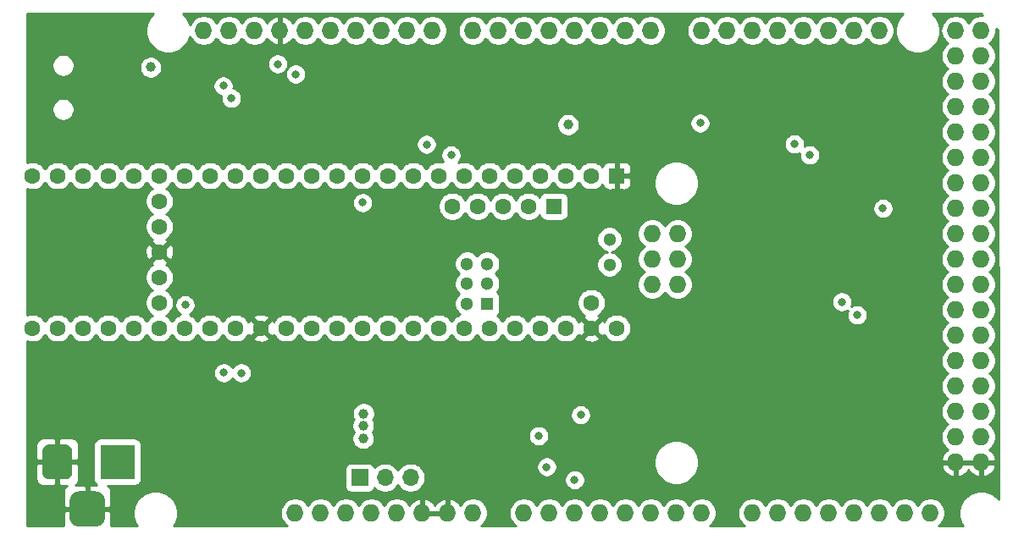
<source format=gbr>
G04 #@! TF.GenerationSoftware,KiCad,Pcbnew,(5.1.5)-3*
G04 #@! TF.CreationDate,2020-10-16T19:19:18-07:00*
G04 #@! TF.ProjectId,teensy4_ramps,7465656e-7379-4345-9f72-616d70732e6b,rev?*
G04 #@! TF.SameCoordinates,Original*
G04 #@! TF.FileFunction,Copper,L2,Inr*
G04 #@! TF.FilePolarity,Positive*
%FSLAX46Y46*%
G04 Gerber Fmt 4.6, Leading zero omitted, Abs format (unit mm)*
G04 Created by KiCad (PCBNEW (5.1.5)-3) date 2020-10-16 19:19:18*
%MOMM*%
%LPD*%
G04 APERTURE LIST*
%ADD10O,1.727200X1.727200*%
%ADD11O,1.700000X1.700000*%
%ADD12R,1.700000X1.700000*%
%ADD13C,1.300000*%
%ADD14C,1.600000*%
%ADD15R,1.300000X1.300000*%
%ADD16R,1.600000X1.600000*%
%ADD17C,0.100000*%
%ADD18R,3.500000X3.500000*%
%ADD19C,1.000000*%
%ADD20C,0.800000*%
%ADD21C,0.250000*%
%ADD22C,1.500000*%
%ADD23C,0.254000*%
G04 APERTURE END LIST*
D10*
X165124800Y-73649600D03*
X198017800Y-96509600D03*
X195477800Y-96509600D03*
X198017800Y-93969600D03*
X195477800Y-93969600D03*
X198017800Y-91429600D03*
X195477800Y-91429600D03*
X198017800Y-88889600D03*
X195477800Y-88889600D03*
X198017800Y-86349600D03*
X195477800Y-86349600D03*
X198017800Y-83809600D03*
X195477800Y-83809600D03*
X198017800Y-81269600D03*
X195477800Y-81269600D03*
X198017800Y-78729600D03*
X195477800Y-78729600D03*
X198017800Y-76189600D03*
X195477800Y-76189600D03*
X198017800Y-73649600D03*
X195477800Y-73649600D03*
X198017800Y-71109600D03*
X195477800Y-71109600D03*
X198017800Y-68569600D03*
X195477800Y-68569600D03*
X198017800Y-66029600D03*
X195477800Y-66029600D03*
X198017800Y-63489600D03*
X195477800Y-63489600D03*
X198017800Y-60949600D03*
X195477800Y-60949600D03*
X198017800Y-58409600D03*
X195477800Y-58409600D03*
X198017800Y-55869600D03*
X195477800Y-55869600D03*
X198017800Y-53329600D03*
X195477800Y-53329600D03*
X192937800Y-101589600D03*
X190397800Y-101589600D03*
X187857800Y-101589600D03*
X185317800Y-101589600D03*
X182777800Y-101589600D03*
X180237800Y-101589600D03*
X177697800Y-101589600D03*
X175157800Y-101589600D03*
X170077800Y-101589600D03*
X167537800Y-101589600D03*
X164997800Y-101589600D03*
X162457800Y-101589600D03*
X159917800Y-101589600D03*
X157377800Y-101589600D03*
X154837800Y-101589600D03*
X129437800Y-101589600D03*
X135533800Y-53329600D03*
X132993800Y-53329600D03*
X130453800Y-53329600D03*
X125373800Y-53329600D03*
X122833800Y-53329600D03*
X120293800Y-53329600D03*
X138073800Y-53329600D03*
X140613800Y-53329600D03*
X143153800Y-53329600D03*
X127913800Y-53329600D03*
X147217800Y-53329600D03*
X149757800Y-53329600D03*
X152297800Y-53329600D03*
X154837800Y-53329600D03*
X157377800Y-53329600D03*
X159917800Y-53329600D03*
X162457800Y-53329600D03*
X164997800Y-53329600D03*
X170077800Y-53329600D03*
X172617800Y-53329600D03*
X175157800Y-53329600D03*
X177697800Y-53329600D03*
X180237800Y-53329600D03*
X182777800Y-53329600D03*
X185317800Y-53329600D03*
X187857800Y-53329600D03*
X131977800Y-101589600D03*
X134517800Y-101589600D03*
X137057800Y-101589600D03*
X139597800Y-101589600D03*
X142137800Y-101589600D03*
X144677800Y-101589600D03*
X147217800Y-101589600D03*
X152297800Y-101589600D03*
X167664800Y-73649600D03*
X165124800Y-76189600D03*
X167664800Y-76189600D03*
X167664800Y-78729600D03*
X165124800Y-78729600D03*
D11*
X140970000Y-98044000D03*
X138430000Y-98044000D03*
D12*
X135890000Y-98044000D03*
D13*
X160864800Y-76733400D03*
X160864800Y-74193400D03*
D14*
X115874800Y-80543400D03*
X115874800Y-78003400D03*
X115874800Y-75463400D03*
X115874800Y-72923400D03*
X115874800Y-70383400D03*
D13*
X148624800Y-76645000D03*
X146624800Y-76645000D03*
X146624800Y-78645000D03*
X148624800Y-78645000D03*
X146624800Y-80645000D03*
D15*
X148624800Y-80645000D03*
D14*
X120954800Y-67843400D03*
X118414800Y-67843400D03*
X115874800Y-67843400D03*
X113334800Y-67843400D03*
X123494800Y-67843400D03*
X126034800Y-67843400D03*
X128574800Y-67843400D03*
X110794800Y-67843400D03*
X108254800Y-67843400D03*
X105714800Y-67843400D03*
X103174800Y-67843400D03*
X103174800Y-83083400D03*
X105714800Y-83083400D03*
X108254800Y-83083400D03*
X110794800Y-83083400D03*
X113334800Y-83083400D03*
X115874800Y-83083400D03*
X118414800Y-83083400D03*
X120954800Y-83083400D03*
X123494800Y-83083400D03*
X126034800Y-83083400D03*
X131114800Y-67843400D03*
X133654800Y-67843400D03*
X136194800Y-67843400D03*
X138734800Y-67843400D03*
X141274800Y-67843400D03*
X143814800Y-67843400D03*
X146354800Y-67843400D03*
X148894800Y-67843400D03*
X151434800Y-67843400D03*
X153974800Y-67843400D03*
X156514800Y-67843400D03*
X159054800Y-67843400D03*
D16*
X161594800Y-67843400D03*
D14*
X128574800Y-83083400D03*
X131114800Y-83083400D03*
X133654800Y-83083400D03*
X136194800Y-83083400D03*
X138734800Y-83083400D03*
X141274800Y-83083400D03*
X143814800Y-83083400D03*
X146354800Y-83083400D03*
X148894800Y-83083400D03*
X151434800Y-83083400D03*
X153974800Y-83083400D03*
X156514800Y-83083400D03*
X159054800Y-83083400D03*
X161594800Y-83083400D03*
D16*
X155295600Y-70894200D03*
D14*
X152755600Y-70894200D03*
X150215600Y-70894200D03*
X147675600Y-70894200D03*
X145135600Y-70894200D03*
X159054800Y-80543400D03*
G04 #@! TA.AperFunction,ViaPad*
D17*
G36*
X109624765Y-99423413D02*
G01*
X109709704Y-99436013D01*
X109792999Y-99456877D01*
X109873848Y-99485805D01*
X109951472Y-99522519D01*
X110025124Y-99566664D01*
X110094094Y-99617816D01*
X110157718Y-99675482D01*
X110215384Y-99739106D01*
X110266536Y-99808076D01*
X110310681Y-99881728D01*
X110347395Y-99959352D01*
X110376323Y-100040201D01*
X110397187Y-100123496D01*
X110409787Y-100208435D01*
X110414000Y-100294200D01*
X110414000Y-102044200D01*
X110409787Y-102129965D01*
X110397187Y-102214904D01*
X110376323Y-102298199D01*
X110347395Y-102379048D01*
X110310681Y-102456672D01*
X110266536Y-102530324D01*
X110215384Y-102599294D01*
X110157718Y-102662918D01*
X110094094Y-102720584D01*
X110025124Y-102771736D01*
X109951472Y-102815881D01*
X109873848Y-102852595D01*
X109792999Y-102881523D01*
X109709704Y-102902387D01*
X109624765Y-102914987D01*
X109539000Y-102919200D01*
X107789000Y-102919200D01*
X107703235Y-102914987D01*
X107618296Y-102902387D01*
X107535001Y-102881523D01*
X107454152Y-102852595D01*
X107376528Y-102815881D01*
X107302876Y-102771736D01*
X107233906Y-102720584D01*
X107170282Y-102662918D01*
X107112616Y-102599294D01*
X107061464Y-102530324D01*
X107017319Y-102456672D01*
X106980605Y-102379048D01*
X106951677Y-102298199D01*
X106930813Y-102214904D01*
X106918213Y-102129965D01*
X106914000Y-102044200D01*
X106914000Y-100294200D01*
X106918213Y-100208435D01*
X106930813Y-100123496D01*
X106951677Y-100040201D01*
X106980605Y-99959352D01*
X107017319Y-99881728D01*
X107061464Y-99808076D01*
X107112616Y-99739106D01*
X107170282Y-99675482D01*
X107233906Y-99617816D01*
X107302876Y-99566664D01*
X107376528Y-99522519D01*
X107454152Y-99485805D01*
X107535001Y-99456877D01*
X107618296Y-99436013D01*
X107703235Y-99423413D01*
X107789000Y-99419200D01*
X109539000Y-99419200D01*
X109624765Y-99423413D01*
G37*
G04 #@! TD.AperFunction*
G04 #@! TA.AperFunction,ViaPad*
G36*
X106487513Y-94722811D02*
G01*
X106560318Y-94733611D01*
X106631714Y-94751495D01*
X106701013Y-94776290D01*
X106767548Y-94807759D01*
X106830678Y-94845598D01*
X106889795Y-94889442D01*
X106944330Y-94938870D01*
X106993758Y-94993405D01*
X107037602Y-95052522D01*
X107075441Y-95115652D01*
X107106910Y-95182187D01*
X107131705Y-95251486D01*
X107149589Y-95322882D01*
X107160389Y-95395687D01*
X107164000Y-95469200D01*
X107164000Y-97469200D01*
X107160389Y-97542713D01*
X107149589Y-97615518D01*
X107131705Y-97686914D01*
X107106910Y-97756213D01*
X107075441Y-97822748D01*
X107037602Y-97885878D01*
X106993758Y-97944995D01*
X106944330Y-97999530D01*
X106889795Y-98048958D01*
X106830678Y-98092802D01*
X106767548Y-98130641D01*
X106701013Y-98162110D01*
X106631714Y-98186905D01*
X106560318Y-98204789D01*
X106487513Y-98215589D01*
X106414000Y-98219200D01*
X104914000Y-98219200D01*
X104840487Y-98215589D01*
X104767682Y-98204789D01*
X104696286Y-98186905D01*
X104626987Y-98162110D01*
X104560452Y-98130641D01*
X104497322Y-98092802D01*
X104438205Y-98048958D01*
X104383670Y-97999530D01*
X104334242Y-97944995D01*
X104290398Y-97885878D01*
X104252559Y-97822748D01*
X104221090Y-97756213D01*
X104196295Y-97686914D01*
X104178411Y-97615518D01*
X104167611Y-97542713D01*
X104164000Y-97469200D01*
X104164000Y-95469200D01*
X104167611Y-95395687D01*
X104178411Y-95322882D01*
X104196295Y-95251486D01*
X104221090Y-95182187D01*
X104252559Y-95115652D01*
X104290398Y-95052522D01*
X104334242Y-94993405D01*
X104383670Y-94938870D01*
X104438205Y-94889442D01*
X104497322Y-94845598D01*
X104560452Y-94807759D01*
X104626987Y-94776290D01*
X104696286Y-94751495D01*
X104767682Y-94733611D01*
X104840487Y-94722811D01*
X104914000Y-94719200D01*
X106414000Y-94719200D01*
X106487513Y-94722811D01*
G37*
G04 #@! TD.AperFunction*
D18*
X111664000Y-96469200D03*
D19*
X120091200Y-97663000D03*
X126500000Y-91000000D03*
X121900000Y-91100000D03*
X142000000Y-94500000D03*
X143500000Y-94500000D03*
X110500000Y-54500000D03*
X105000000Y-54500000D03*
X105000000Y-63500000D03*
X107000000Y-63500000D03*
X111000000Y-60500000D03*
X107500000Y-90000000D03*
X123000000Y-101500000D03*
X156000000Y-95500000D03*
X168500000Y-99500000D03*
X189000000Y-95000000D03*
X167500000Y-55000000D03*
X122500000Y-65000000D03*
D20*
X137800000Y-89250000D03*
D19*
X133096000Y-97028000D03*
X120600000Y-89900000D03*
X145034000Y-55118000D03*
X186944000Y-93218000D03*
X192532000Y-93091000D03*
X118872000Y-55245000D03*
X112014000Y-85725000D03*
X104394000Y-85852000D03*
X124968000Y-97663000D03*
X115000000Y-57000000D03*
D20*
X122301000Y-87553800D03*
X118440200Y-80772000D03*
X129489200Y-57683400D03*
X124053600Y-87579200D03*
X127685800Y-56667400D03*
X123063000Y-60096400D03*
X188188600Y-71120000D03*
X122250200Y-58851800D03*
X184073800Y-80467200D03*
X169926000Y-62585600D03*
D19*
X156718000Y-62738000D03*
D20*
X136194800Y-70535800D03*
X142570200Y-64719200D03*
X179349400Y-64668400D03*
X145034000Y-65786000D03*
X180873400Y-65786000D03*
X154584400Y-96977200D03*
X153771600Y-93853000D03*
X157377800Y-98272600D03*
X157988000Y-91770200D03*
X185597800Y-81788000D03*
D19*
X136245600Y-92837000D03*
X136245600Y-94132400D03*
X136271000Y-91643200D03*
D21*
X123901200Y-82854800D02*
X123926600Y-82829400D01*
X123926600Y-82829400D02*
X123926600Y-82651600D01*
X136601200Y-83261200D02*
X135890000Y-82550000D01*
D22*
X195336400Y-53329600D02*
X195477800Y-53329600D01*
D23*
G36*
X115001762Y-51904871D02*
G01*
X114757169Y-52270931D01*
X114588690Y-52677675D01*
X114502800Y-53109472D01*
X114502800Y-53549728D01*
X114588690Y-53981525D01*
X114757169Y-54388269D01*
X115001762Y-54754329D01*
X115313071Y-55065638D01*
X115679131Y-55310231D01*
X116085875Y-55478710D01*
X116517672Y-55564600D01*
X116957928Y-55564600D01*
X117389725Y-55478710D01*
X117796469Y-55310231D01*
X118162529Y-55065638D01*
X118473838Y-54754329D01*
X118718431Y-54388269D01*
X118886910Y-53981525D01*
X118904706Y-53892060D01*
X118965758Y-54039453D01*
X119129761Y-54284902D01*
X119338498Y-54493639D01*
X119583947Y-54657642D01*
X119856675Y-54770610D01*
X120146201Y-54828200D01*
X120441399Y-54828200D01*
X120730925Y-54770610D01*
X121003653Y-54657642D01*
X121249102Y-54493639D01*
X121457839Y-54284902D01*
X121563800Y-54126319D01*
X121669761Y-54284902D01*
X121878498Y-54493639D01*
X122123947Y-54657642D01*
X122396675Y-54770610D01*
X122686201Y-54828200D01*
X122981399Y-54828200D01*
X123270925Y-54770610D01*
X123543653Y-54657642D01*
X123789102Y-54493639D01*
X123997839Y-54284902D01*
X124103800Y-54126319D01*
X124209761Y-54284902D01*
X124418498Y-54493639D01*
X124663947Y-54657642D01*
X124936675Y-54770610D01*
X125226201Y-54828200D01*
X125521399Y-54828200D01*
X125810925Y-54770610D01*
X126083653Y-54657642D01*
X126329102Y-54493639D01*
X126537839Y-54284902D01*
X126645492Y-54123787D01*
X126806946Y-54339893D01*
X127025312Y-54536417D01*
X127277822Y-54686564D01*
X127554773Y-54784563D01*
X127786800Y-54664064D01*
X127786800Y-53456600D01*
X127766800Y-53456600D01*
X127766800Y-53202600D01*
X127786800Y-53202600D01*
X127786800Y-51995136D01*
X128040800Y-51995136D01*
X128040800Y-53202600D01*
X128060800Y-53202600D01*
X128060800Y-53456600D01*
X128040800Y-53456600D01*
X128040800Y-54664064D01*
X128272827Y-54784563D01*
X128549778Y-54686564D01*
X128802288Y-54536417D01*
X129020654Y-54339893D01*
X129182108Y-54123787D01*
X129289761Y-54284902D01*
X129498498Y-54493639D01*
X129743947Y-54657642D01*
X130016675Y-54770610D01*
X130306201Y-54828200D01*
X130601399Y-54828200D01*
X130890925Y-54770610D01*
X131163653Y-54657642D01*
X131409102Y-54493639D01*
X131617839Y-54284902D01*
X131723800Y-54126319D01*
X131829761Y-54284902D01*
X132038498Y-54493639D01*
X132283947Y-54657642D01*
X132556675Y-54770610D01*
X132846201Y-54828200D01*
X133141399Y-54828200D01*
X133430925Y-54770610D01*
X133703653Y-54657642D01*
X133949102Y-54493639D01*
X134157839Y-54284902D01*
X134263800Y-54126319D01*
X134369761Y-54284902D01*
X134578498Y-54493639D01*
X134823947Y-54657642D01*
X135096675Y-54770610D01*
X135386201Y-54828200D01*
X135681399Y-54828200D01*
X135970925Y-54770610D01*
X136243653Y-54657642D01*
X136489102Y-54493639D01*
X136697839Y-54284902D01*
X136803800Y-54126319D01*
X136909761Y-54284902D01*
X137118498Y-54493639D01*
X137363947Y-54657642D01*
X137636675Y-54770610D01*
X137926201Y-54828200D01*
X138221399Y-54828200D01*
X138510925Y-54770610D01*
X138783653Y-54657642D01*
X139029102Y-54493639D01*
X139237839Y-54284902D01*
X139343800Y-54126319D01*
X139449761Y-54284902D01*
X139658498Y-54493639D01*
X139903947Y-54657642D01*
X140176675Y-54770610D01*
X140466201Y-54828200D01*
X140761399Y-54828200D01*
X141050925Y-54770610D01*
X141323653Y-54657642D01*
X141569102Y-54493639D01*
X141777839Y-54284902D01*
X141883800Y-54126319D01*
X141989761Y-54284902D01*
X142198498Y-54493639D01*
X142443947Y-54657642D01*
X142716675Y-54770610D01*
X143006201Y-54828200D01*
X143301399Y-54828200D01*
X143590925Y-54770610D01*
X143863653Y-54657642D01*
X144109102Y-54493639D01*
X144317839Y-54284902D01*
X144481842Y-54039453D01*
X144594810Y-53766725D01*
X144652400Y-53477199D01*
X144652400Y-53182001D01*
X145719200Y-53182001D01*
X145719200Y-53477199D01*
X145776790Y-53766725D01*
X145889758Y-54039453D01*
X146053761Y-54284902D01*
X146262498Y-54493639D01*
X146507947Y-54657642D01*
X146780675Y-54770610D01*
X147070201Y-54828200D01*
X147365399Y-54828200D01*
X147654925Y-54770610D01*
X147927653Y-54657642D01*
X148173102Y-54493639D01*
X148381839Y-54284902D01*
X148487800Y-54126319D01*
X148593761Y-54284902D01*
X148802498Y-54493639D01*
X149047947Y-54657642D01*
X149320675Y-54770610D01*
X149610201Y-54828200D01*
X149905399Y-54828200D01*
X150194925Y-54770610D01*
X150467653Y-54657642D01*
X150713102Y-54493639D01*
X150921839Y-54284902D01*
X151027800Y-54126319D01*
X151133761Y-54284902D01*
X151342498Y-54493639D01*
X151587947Y-54657642D01*
X151860675Y-54770610D01*
X152150201Y-54828200D01*
X152445399Y-54828200D01*
X152734925Y-54770610D01*
X153007653Y-54657642D01*
X153253102Y-54493639D01*
X153461839Y-54284902D01*
X153567800Y-54126319D01*
X153673761Y-54284902D01*
X153882498Y-54493639D01*
X154127947Y-54657642D01*
X154400675Y-54770610D01*
X154690201Y-54828200D01*
X154985399Y-54828200D01*
X155274925Y-54770610D01*
X155547653Y-54657642D01*
X155793102Y-54493639D01*
X156001839Y-54284902D01*
X156107800Y-54126319D01*
X156213761Y-54284902D01*
X156422498Y-54493639D01*
X156667947Y-54657642D01*
X156940675Y-54770610D01*
X157230201Y-54828200D01*
X157525399Y-54828200D01*
X157814925Y-54770610D01*
X158087653Y-54657642D01*
X158333102Y-54493639D01*
X158541839Y-54284902D01*
X158647800Y-54126319D01*
X158753761Y-54284902D01*
X158962498Y-54493639D01*
X159207947Y-54657642D01*
X159480675Y-54770610D01*
X159770201Y-54828200D01*
X160065399Y-54828200D01*
X160354925Y-54770610D01*
X160627653Y-54657642D01*
X160873102Y-54493639D01*
X161081839Y-54284902D01*
X161187800Y-54126319D01*
X161293761Y-54284902D01*
X161502498Y-54493639D01*
X161747947Y-54657642D01*
X162020675Y-54770610D01*
X162310201Y-54828200D01*
X162605399Y-54828200D01*
X162894925Y-54770610D01*
X163167653Y-54657642D01*
X163413102Y-54493639D01*
X163621839Y-54284902D01*
X163727800Y-54126319D01*
X163833761Y-54284902D01*
X164042498Y-54493639D01*
X164287947Y-54657642D01*
X164560675Y-54770610D01*
X164850201Y-54828200D01*
X165145399Y-54828200D01*
X165434925Y-54770610D01*
X165707653Y-54657642D01*
X165953102Y-54493639D01*
X166161839Y-54284902D01*
X166325842Y-54039453D01*
X166438810Y-53766725D01*
X166496400Y-53477199D01*
X166496400Y-53182001D01*
X168579200Y-53182001D01*
X168579200Y-53477199D01*
X168636790Y-53766725D01*
X168749758Y-54039453D01*
X168913761Y-54284902D01*
X169122498Y-54493639D01*
X169367947Y-54657642D01*
X169640675Y-54770610D01*
X169930201Y-54828200D01*
X170225399Y-54828200D01*
X170514925Y-54770610D01*
X170787653Y-54657642D01*
X171033102Y-54493639D01*
X171241839Y-54284902D01*
X171347800Y-54126319D01*
X171453761Y-54284902D01*
X171662498Y-54493639D01*
X171907947Y-54657642D01*
X172180675Y-54770610D01*
X172470201Y-54828200D01*
X172765399Y-54828200D01*
X173054925Y-54770610D01*
X173327653Y-54657642D01*
X173573102Y-54493639D01*
X173781839Y-54284902D01*
X173887800Y-54126319D01*
X173993761Y-54284902D01*
X174202498Y-54493639D01*
X174447947Y-54657642D01*
X174720675Y-54770610D01*
X175010201Y-54828200D01*
X175305399Y-54828200D01*
X175594925Y-54770610D01*
X175867653Y-54657642D01*
X176113102Y-54493639D01*
X176321839Y-54284902D01*
X176427800Y-54126319D01*
X176533761Y-54284902D01*
X176742498Y-54493639D01*
X176987947Y-54657642D01*
X177260675Y-54770610D01*
X177550201Y-54828200D01*
X177845399Y-54828200D01*
X178134925Y-54770610D01*
X178407653Y-54657642D01*
X178653102Y-54493639D01*
X178861839Y-54284902D01*
X178967800Y-54126319D01*
X179073761Y-54284902D01*
X179282498Y-54493639D01*
X179527947Y-54657642D01*
X179800675Y-54770610D01*
X180090201Y-54828200D01*
X180385399Y-54828200D01*
X180674925Y-54770610D01*
X180947653Y-54657642D01*
X181193102Y-54493639D01*
X181401839Y-54284902D01*
X181507800Y-54126319D01*
X181613761Y-54284902D01*
X181822498Y-54493639D01*
X182067947Y-54657642D01*
X182340675Y-54770610D01*
X182630201Y-54828200D01*
X182925399Y-54828200D01*
X183214925Y-54770610D01*
X183487653Y-54657642D01*
X183733102Y-54493639D01*
X183941839Y-54284902D01*
X184047800Y-54126319D01*
X184153761Y-54284902D01*
X184362498Y-54493639D01*
X184607947Y-54657642D01*
X184880675Y-54770610D01*
X185170201Y-54828200D01*
X185465399Y-54828200D01*
X185754925Y-54770610D01*
X186027653Y-54657642D01*
X186273102Y-54493639D01*
X186481839Y-54284902D01*
X186587800Y-54126319D01*
X186693761Y-54284902D01*
X186902498Y-54493639D01*
X187147947Y-54657642D01*
X187420675Y-54770610D01*
X187710201Y-54828200D01*
X188005399Y-54828200D01*
X188294925Y-54770610D01*
X188567653Y-54657642D01*
X188813102Y-54493639D01*
X189021839Y-54284902D01*
X189185842Y-54039453D01*
X189298810Y-53766725D01*
X189356400Y-53477199D01*
X189356400Y-53182001D01*
X189298810Y-52892475D01*
X189185842Y-52619747D01*
X189021839Y-52374298D01*
X188813102Y-52165561D01*
X188567653Y-52001558D01*
X188294925Y-51888590D01*
X188005399Y-51831000D01*
X187710201Y-51831000D01*
X187420675Y-51888590D01*
X187147947Y-52001558D01*
X186902498Y-52165561D01*
X186693761Y-52374298D01*
X186587800Y-52532881D01*
X186481839Y-52374298D01*
X186273102Y-52165561D01*
X186027653Y-52001558D01*
X185754925Y-51888590D01*
X185465399Y-51831000D01*
X185170201Y-51831000D01*
X184880675Y-51888590D01*
X184607947Y-52001558D01*
X184362498Y-52165561D01*
X184153761Y-52374298D01*
X184047800Y-52532881D01*
X183941839Y-52374298D01*
X183733102Y-52165561D01*
X183487653Y-52001558D01*
X183214925Y-51888590D01*
X182925399Y-51831000D01*
X182630201Y-51831000D01*
X182340675Y-51888590D01*
X182067947Y-52001558D01*
X181822498Y-52165561D01*
X181613761Y-52374298D01*
X181507800Y-52532881D01*
X181401839Y-52374298D01*
X181193102Y-52165561D01*
X180947653Y-52001558D01*
X180674925Y-51888590D01*
X180385399Y-51831000D01*
X180090201Y-51831000D01*
X179800675Y-51888590D01*
X179527947Y-52001558D01*
X179282498Y-52165561D01*
X179073761Y-52374298D01*
X178967800Y-52532881D01*
X178861839Y-52374298D01*
X178653102Y-52165561D01*
X178407653Y-52001558D01*
X178134925Y-51888590D01*
X177845399Y-51831000D01*
X177550201Y-51831000D01*
X177260675Y-51888590D01*
X176987947Y-52001558D01*
X176742498Y-52165561D01*
X176533761Y-52374298D01*
X176427800Y-52532881D01*
X176321839Y-52374298D01*
X176113102Y-52165561D01*
X175867653Y-52001558D01*
X175594925Y-51888590D01*
X175305399Y-51831000D01*
X175010201Y-51831000D01*
X174720675Y-51888590D01*
X174447947Y-52001558D01*
X174202498Y-52165561D01*
X173993761Y-52374298D01*
X173887800Y-52532881D01*
X173781839Y-52374298D01*
X173573102Y-52165561D01*
X173327653Y-52001558D01*
X173054925Y-51888590D01*
X172765399Y-51831000D01*
X172470201Y-51831000D01*
X172180675Y-51888590D01*
X171907947Y-52001558D01*
X171662498Y-52165561D01*
X171453761Y-52374298D01*
X171347800Y-52532881D01*
X171241839Y-52374298D01*
X171033102Y-52165561D01*
X170787653Y-52001558D01*
X170514925Y-51888590D01*
X170225399Y-51831000D01*
X169930201Y-51831000D01*
X169640675Y-51888590D01*
X169367947Y-52001558D01*
X169122498Y-52165561D01*
X168913761Y-52374298D01*
X168749758Y-52619747D01*
X168636790Y-52892475D01*
X168579200Y-53182001D01*
X166496400Y-53182001D01*
X166438810Y-52892475D01*
X166325842Y-52619747D01*
X166161839Y-52374298D01*
X165953102Y-52165561D01*
X165707653Y-52001558D01*
X165434925Y-51888590D01*
X165145399Y-51831000D01*
X164850201Y-51831000D01*
X164560675Y-51888590D01*
X164287947Y-52001558D01*
X164042498Y-52165561D01*
X163833761Y-52374298D01*
X163727800Y-52532881D01*
X163621839Y-52374298D01*
X163413102Y-52165561D01*
X163167653Y-52001558D01*
X162894925Y-51888590D01*
X162605399Y-51831000D01*
X162310201Y-51831000D01*
X162020675Y-51888590D01*
X161747947Y-52001558D01*
X161502498Y-52165561D01*
X161293761Y-52374298D01*
X161187800Y-52532881D01*
X161081839Y-52374298D01*
X160873102Y-52165561D01*
X160627653Y-52001558D01*
X160354925Y-51888590D01*
X160065399Y-51831000D01*
X159770201Y-51831000D01*
X159480675Y-51888590D01*
X159207947Y-52001558D01*
X158962498Y-52165561D01*
X158753761Y-52374298D01*
X158647800Y-52532881D01*
X158541839Y-52374298D01*
X158333102Y-52165561D01*
X158087653Y-52001558D01*
X157814925Y-51888590D01*
X157525399Y-51831000D01*
X157230201Y-51831000D01*
X156940675Y-51888590D01*
X156667947Y-52001558D01*
X156422498Y-52165561D01*
X156213761Y-52374298D01*
X156107800Y-52532881D01*
X156001839Y-52374298D01*
X155793102Y-52165561D01*
X155547653Y-52001558D01*
X155274925Y-51888590D01*
X154985399Y-51831000D01*
X154690201Y-51831000D01*
X154400675Y-51888590D01*
X154127947Y-52001558D01*
X153882498Y-52165561D01*
X153673761Y-52374298D01*
X153567800Y-52532881D01*
X153461839Y-52374298D01*
X153253102Y-52165561D01*
X153007653Y-52001558D01*
X152734925Y-51888590D01*
X152445399Y-51831000D01*
X152150201Y-51831000D01*
X151860675Y-51888590D01*
X151587947Y-52001558D01*
X151342498Y-52165561D01*
X151133761Y-52374298D01*
X151027800Y-52532881D01*
X150921839Y-52374298D01*
X150713102Y-52165561D01*
X150467653Y-52001558D01*
X150194925Y-51888590D01*
X149905399Y-51831000D01*
X149610201Y-51831000D01*
X149320675Y-51888590D01*
X149047947Y-52001558D01*
X148802498Y-52165561D01*
X148593761Y-52374298D01*
X148487800Y-52532881D01*
X148381839Y-52374298D01*
X148173102Y-52165561D01*
X147927653Y-52001558D01*
X147654925Y-51888590D01*
X147365399Y-51831000D01*
X147070201Y-51831000D01*
X146780675Y-51888590D01*
X146507947Y-52001558D01*
X146262498Y-52165561D01*
X146053761Y-52374298D01*
X145889758Y-52619747D01*
X145776790Y-52892475D01*
X145719200Y-53182001D01*
X144652400Y-53182001D01*
X144594810Y-52892475D01*
X144481842Y-52619747D01*
X144317839Y-52374298D01*
X144109102Y-52165561D01*
X143863653Y-52001558D01*
X143590925Y-51888590D01*
X143301399Y-51831000D01*
X143006201Y-51831000D01*
X142716675Y-51888590D01*
X142443947Y-52001558D01*
X142198498Y-52165561D01*
X141989761Y-52374298D01*
X141883800Y-52532881D01*
X141777839Y-52374298D01*
X141569102Y-52165561D01*
X141323653Y-52001558D01*
X141050925Y-51888590D01*
X140761399Y-51831000D01*
X140466201Y-51831000D01*
X140176675Y-51888590D01*
X139903947Y-52001558D01*
X139658498Y-52165561D01*
X139449761Y-52374298D01*
X139343800Y-52532881D01*
X139237839Y-52374298D01*
X139029102Y-52165561D01*
X138783653Y-52001558D01*
X138510925Y-51888590D01*
X138221399Y-51831000D01*
X137926201Y-51831000D01*
X137636675Y-51888590D01*
X137363947Y-52001558D01*
X137118498Y-52165561D01*
X136909761Y-52374298D01*
X136803800Y-52532881D01*
X136697839Y-52374298D01*
X136489102Y-52165561D01*
X136243653Y-52001558D01*
X135970925Y-51888590D01*
X135681399Y-51831000D01*
X135386201Y-51831000D01*
X135096675Y-51888590D01*
X134823947Y-52001558D01*
X134578498Y-52165561D01*
X134369761Y-52374298D01*
X134263800Y-52532881D01*
X134157839Y-52374298D01*
X133949102Y-52165561D01*
X133703653Y-52001558D01*
X133430925Y-51888590D01*
X133141399Y-51831000D01*
X132846201Y-51831000D01*
X132556675Y-51888590D01*
X132283947Y-52001558D01*
X132038498Y-52165561D01*
X131829761Y-52374298D01*
X131723800Y-52532881D01*
X131617839Y-52374298D01*
X131409102Y-52165561D01*
X131163653Y-52001558D01*
X130890925Y-51888590D01*
X130601399Y-51831000D01*
X130306201Y-51831000D01*
X130016675Y-51888590D01*
X129743947Y-52001558D01*
X129498498Y-52165561D01*
X129289761Y-52374298D01*
X129182108Y-52535413D01*
X129020654Y-52319307D01*
X128802288Y-52122783D01*
X128549778Y-51972636D01*
X128272827Y-51874637D01*
X128040800Y-51995136D01*
X127786800Y-51995136D01*
X127554773Y-51874637D01*
X127277822Y-51972636D01*
X127025312Y-52122783D01*
X126806946Y-52319307D01*
X126645492Y-52535413D01*
X126537839Y-52374298D01*
X126329102Y-52165561D01*
X126083653Y-52001558D01*
X125810925Y-51888590D01*
X125521399Y-51831000D01*
X125226201Y-51831000D01*
X124936675Y-51888590D01*
X124663947Y-52001558D01*
X124418498Y-52165561D01*
X124209761Y-52374298D01*
X124103800Y-52532881D01*
X123997839Y-52374298D01*
X123789102Y-52165561D01*
X123543653Y-52001558D01*
X123270925Y-51888590D01*
X122981399Y-51831000D01*
X122686201Y-51831000D01*
X122396675Y-51888590D01*
X122123947Y-52001558D01*
X121878498Y-52165561D01*
X121669761Y-52374298D01*
X121563800Y-52532881D01*
X121457839Y-52374298D01*
X121249102Y-52165561D01*
X121003653Y-52001558D01*
X120730925Y-51888590D01*
X120441399Y-51831000D01*
X120146201Y-51831000D01*
X119856675Y-51888590D01*
X119583947Y-52001558D01*
X119338498Y-52165561D01*
X119129761Y-52374298D01*
X118965758Y-52619747D01*
X118904706Y-52767140D01*
X118886910Y-52677675D01*
X118718431Y-52270931D01*
X118473838Y-51904871D01*
X118195967Y-51627000D01*
X190209633Y-51627000D01*
X189931762Y-51904871D01*
X189687169Y-52270931D01*
X189518690Y-52677675D01*
X189432800Y-53109472D01*
X189432800Y-53549728D01*
X189518690Y-53981525D01*
X189687169Y-54388269D01*
X189931762Y-54754329D01*
X190243071Y-55065638D01*
X190609131Y-55310231D01*
X191015875Y-55478710D01*
X191447672Y-55564600D01*
X191887928Y-55564600D01*
X192319725Y-55478710D01*
X192726469Y-55310231D01*
X193092529Y-55065638D01*
X193403838Y-54754329D01*
X193648431Y-54388269D01*
X193816910Y-53981525D01*
X193902800Y-53549728D01*
X193902800Y-53109472D01*
X193816910Y-52677675D01*
X193648431Y-52270931D01*
X193403838Y-51904871D01*
X193125967Y-51627000D01*
X197947394Y-51627000D01*
X198151394Y-51831000D01*
X197870201Y-51831000D01*
X197580675Y-51888590D01*
X197307947Y-52001558D01*
X197062498Y-52165561D01*
X196853761Y-52374298D01*
X196747800Y-52532881D01*
X196641839Y-52374298D01*
X196433102Y-52165561D01*
X196187653Y-52001558D01*
X195914925Y-51888590D01*
X195625399Y-51831000D01*
X195330201Y-51831000D01*
X195040675Y-51888590D01*
X194767947Y-52001558D01*
X194522498Y-52165561D01*
X194313761Y-52374298D01*
X194248306Y-52472259D01*
X194179243Y-52556412D01*
X194050636Y-52797019D01*
X193971440Y-53058093D01*
X193944699Y-53329600D01*
X193971440Y-53601107D01*
X194050636Y-53862181D01*
X194179243Y-54102788D01*
X194248306Y-54186941D01*
X194313761Y-54284902D01*
X194522498Y-54493639D01*
X194681081Y-54599600D01*
X194522498Y-54705561D01*
X194313761Y-54914298D01*
X194149758Y-55159747D01*
X194036790Y-55432475D01*
X193979200Y-55722001D01*
X193979200Y-56017199D01*
X194036790Y-56306725D01*
X194149758Y-56579453D01*
X194313761Y-56824902D01*
X194522498Y-57033639D01*
X194681081Y-57139600D01*
X194522498Y-57245561D01*
X194313761Y-57454298D01*
X194149758Y-57699747D01*
X194036790Y-57972475D01*
X193979200Y-58262001D01*
X193979200Y-58557199D01*
X194036790Y-58846725D01*
X194149758Y-59119453D01*
X194313761Y-59364902D01*
X194522498Y-59573639D01*
X194681081Y-59679600D01*
X194522498Y-59785561D01*
X194313761Y-59994298D01*
X194149758Y-60239747D01*
X194036790Y-60512475D01*
X193979200Y-60802001D01*
X193979200Y-61097199D01*
X194036790Y-61386725D01*
X194149758Y-61659453D01*
X194313761Y-61904902D01*
X194522498Y-62113639D01*
X194681081Y-62219600D01*
X194522498Y-62325561D01*
X194313761Y-62534298D01*
X194149758Y-62779747D01*
X194036790Y-63052475D01*
X193979200Y-63342001D01*
X193979200Y-63637199D01*
X194036790Y-63926725D01*
X194149758Y-64199453D01*
X194313761Y-64444902D01*
X194522498Y-64653639D01*
X194681081Y-64759600D01*
X194522498Y-64865561D01*
X194313761Y-65074298D01*
X194149758Y-65319747D01*
X194036790Y-65592475D01*
X193979200Y-65882001D01*
X193979200Y-66177199D01*
X194036790Y-66466725D01*
X194149758Y-66739453D01*
X194313761Y-66984902D01*
X194522498Y-67193639D01*
X194681081Y-67299600D01*
X194522498Y-67405561D01*
X194313761Y-67614298D01*
X194149758Y-67859747D01*
X194036790Y-68132475D01*
X193979200Y-68422001D01*
X193979200Y-68717199D01*
X194036790Y-69006725D01*
X194149758Y-69279453D01*
X194313761Y-69524902D01*
X194522498Y-69733639D01*
X194681081Y-69839600D01*
X194522498Y-69945561D01*
X194313761Y-70154298D01*
X194149758Y-70399747D01*
X194036790Y-70672475D01*
X193979200Y-70962001D01*
X193979200Y-71257199D01*
X194036790Y-71546725D01*
X194149758Y-71819453D01*
X194313761Y-72064902D01*
X194522498Y-72273639D01*
X194681081Y-72379600D01*
X194522498Y-72485561D01*
X194313761Y-72694298D01*
X194149758Y-72939747D01*
X194036790Y-73212475D01*
X193979200Y-73502001D01*
X193979200Y-73797199D01*
X194036790Y-74086725D01*
X194149758Y-74359453D01*
X194313761Y-74604902D01*
X194522498Y-74813639D01*
X194681081Y-74919600D01*
X194522498Y-75025561D01*
X194313761Y-75234298D01*
X194149758Y-75479747D01*
X194036790Y-75752475D01*
X193979200Y-76042001D01*
X193979200Y-76337199D01*
X194036790Y-76626725D01*
X194149758Y-76899453D01*
X194313761Y-77144902D01*
X194522498Y-77353639D01*
X194681081Y-77459600D01*
X194522498Y-77565561D01*
X194313761Y-77774298D01*
X194149758Y-78019747D01*
X194036790Y-78292475D01*
X193979200Y-78582001D01*
X193979200Y-78877199D01*
X194036790Y-79166725D01*
X194149758Y-79439453D01*
X194313761Y-79684902D01*
X194522498Y-79893639D01*
X194681081Y-79999600D01*
X194522498Y-80105561D01*
X194313761Y-80314298D01*
X194149758Y-80559747D01*
X194036790Y-80832475D01*
X193979200Y-81122001D01*
X193979200Y-81417199D01*
X194036790Y-81706725D01*
X194149758Y-81979453D01*
X194313761Y-82224902D01*
X194522498Y-82433639D01*
X194681081Y-82539600D01*
X194522498Y-82645561D01*
X194313761Y-82854298D01*
X194149758Y-83099747D01*
X194036790Y-83372475D01*
X193979200Y-83662001D01*
X193979200Y-83957199D01*
X194036790Y-84246725D01*
X194149758Y-84519453D01*
X194313761Y-84764902D01*
X194522498Y-84973639D01*
X194681081Y-85079600D01*
X194522498Y-85185561D01*
X194313761Y-85394298D01*
X194149758Y-85639747D01*
X194036790Y-85912475D01*
X193979200Y-86202001D01*
X193979200Y-86497199D01*
X194036790Y-86786725D01*
X194149758Y-87059453D01*
X194313761Y-87304902D01*
X194522498Y-87513639D01*
X194681081Y-87619600D01*
X194522498Y-87725561D01*
X194313761Y-87934298D01*
X194149758Y-88179747D01*
X194036790Y-88452475D01*
X193979200Y-88742001D01*
X193979200Y-89037199D01*
X194036790Y-89326725D01*
X194149758Y-89599453D01*
X194313761Y-89844902D01*
X194522498Y-90053639D01*
X194681081Y-90159600D01*
X194522498Y-90265561D01*
X194313761Y-90474298D01*
X194149758Y-90719747D01*
X194036790Y-90992475D01*
X193979200Y-91282001D01*
X193979200Y-91577199D01*
X194036790Y-91866725D01*
X194149758Y-92139453D01*
X194313761Y-92384902D01*
X194522498Y-92593639D01*
X194681081Y-92699600D01*
X194522498Y-92805561D01*
X194313761Y-93014298D01*
X194149758Y-93259747D01*
X194036790Y-93532475D01*
X193979200Y-93822001D01*
X193979200Y-94117199D01*
X194036790Y-94406725D01*
X194149758Y-94679453D01*
X194313761Y-94924902D01*
X194522498Y-95133639D01*
X194687903Y-95244159D01*
X194589312Y-95302783D01*
X194370946Y-95499307D01*
X194195116Y-95734656D01*
X194068578Y-95999786D01*
X194022842Y-96150574D01*
X194143983Y-96382600D01*
X195350800Y-96382600D01*
X195350800Y-96362600D01*
X195604800Y-96362600D01*
X195604800Y-96382600D01*
X197890800Y-96382600D01*
X197890800Y-96362600D01*
X198144800Y-96362600D01*
X198144800Y-96382600D01*
X199351617Y-96382600D01*
X199472758Y-96150574D01*
X199427022Y-95999786D01*
X199300484Y-95734656D01*
X199124654Y-95499307D01*
X198906288Y-95302783D01*
X198807697Y-95244159D01*
X198973102Y-95133639D01*
X199181839Y-94924902D01*
X199345842Y-94679453D01*
X199458810Y-94406725D01*
X199516400Y-94117199D01*
X199516400Y-93822001D01*
X199458810Y-93532475D01*
X199345842Y-93259747D01*
X199181839Y-93014298D01*
X198973102Y-92805561D01*
X198814519Y-92699600D01*
X198973102Y-92593639D01*
X199181839Y-92384902D01*
X199345842Y-92139453D01*
X199458810Y-91866725D01*
X199516400Y-91577199D01*
X199516400Y-91282001D01*
X199458810Y-90992475D01*
X199345842Y-90719747D01*
X199181839Y-90474298D01*
X198973102Y-90265561D01*
X198814519Y-90159600D01*
X198973102Y-90053639D01*
X199181839Y-89844902D01*
X199345842Y-89599453D01*
X199458810Y-89326725D01*
X199516400Y-89037199D01*
X199516400Y-88742001D01*
X199458810Y-88452475D01*
X199345842Y-88179747D01*
X199181839Y-87934298D01*
X198973102Y-87725561D01*
X198814519Y-87619600D01*
X198973102Y-87513639D01*
X199181839Y-87304902D01*
X199345842Y-87059453D01*
X199458810Y-86786725D01*
X199516400Y-86497199D01*
X199516400Y-86202001D01*
X199458810Y-85912475D01*
X199345842Y-85639747D01*
X199181839Y-85394298D01*
X198973102Y-85185561D01*
X198814519Y-85079600D01*
X198973102Y-84973639D01*
X199181839Y-84764902D01*
X199345842Y-84519453D01*
X199458810Y-84246725D01*
X199516400Y-83957199D01*
X199516400Y-83662001D01*
X199458810Y-83372475D01*
X199345842Y-83099747D01*
X199181839Y-82854298D01*
X198973102Y-82645561D01*
X198814519Y-82539600D01*
X198973102Y-82433639D01*
X199181839Y-82224902D01*
X199345842Y-81979453D01*
X199458810Y-81706725D01*
X199516400Y-81417199D01*
X199516400Y-81122001D01*
X199458810Y-80832475D01*
X199345842Y-80559747D01*
X199181839Y-80314298D01*
X198973102Y-80105561D01*
X198814519Y-79999600D01*
X198973102Y-79893639D01*
X199181839Y-79684902D01*
X199345842Y-79439453D01*
X199458810Y-79166725D01*
X199516400Y-78877199D01*
X199516400Y-78582001D01*
X199458810Y-78292475D01*
X199345842Y-78019747D01*
X199181839Y-77774298D01*
X198973102Y-77565561D01*
X198814519Y-77459600D01*
X198973102Y-77353639D01*
X199181839Y-77144902D01*
X199345842Y-76899453D01*
X199458810Y-76626725D01*
X199516400Y-76337199D01*
X199516400Y-76042001D01*
X199458810Y-75752475D01*
X199345842Y-75479747D01*
X199181839Y-75234298D01*
X198973102Y-75025561D01*
X198814519Y-74919600D01*
X198973102Y-74813639D01*
X199181839Y-74604902D01*
X199345842Y-74359453D01*
X199458810Y-74086725D01*
X199516400Y-73797199D01*
X199516400Y-73502001D01*
X199458810Y-73212475D01*
X199345842Y-72939747D01*
X199181839Y-72694298D01*
X198973102Y-72485561D01*
X198814519Y-72379600D01*
X198973102Y-72273639D01*
X199181839Y-72064902D01*
X199345842Y-71819453D01*
X199458810Y-71546725D01*
X199516400Y-71257199D01*
X199516400Y-70962001D01*
X199458810Y-70672475D01*
X199345842Y-70399747D01*
X199181839Y-70154298D01*
X198973102Y-69945561D01*
X198814519Y-69839600D01*
X198973102Y-69733639D01*
X199181839Y-69524902D01*
X199345842Y-69279453D01*
X199458810Y-69006725D01*
X199516400Y-68717199D01*
X199516400Y-68422001D01*
X199458810Y-68132475D01*
X199345842Y-67859747D01*
X199181839Y-67614298D01*
X198973102Y-67405561D01*
X198814519Y-67299600D01*
X198973102Y-67193639D01*
X199181839Y-66984902D01*
X199345842Y-66739453D01*
X199458810Y-66466725D01*
X199516400Y-66177199D01*
X199516400Y-65882001D01*
X199458810Y-65592475D01*
X199345842Y-65319747D01*
X199181839Y-65074298D01*
X198973102Y-64865561D01*
X198814519Y-64759600D01*
X198973102Y-64653639D01*
X199181839Y-64444902D01*
X199345842Y-64199453D01*
X199458810Y-63926725D01*
X199516400Y-63637199D01*
X199516400Y-63342001D01*
X199458810Y-63052475D01*
X199345842Y-62779747D01*
X199181839Y-62534298D01*
X198973102Y-62325561D01*
X198814519Y-62219600D01*
X198973102Y-62113639D01*
X199181839Y-61904902D01*
X199345842Y-61659453D01*
X199458810Y-61386725D01*
X199516400Y-61097199D01*
X199516400Y-60802001D01*
X199458810Y-60512475D01*
X199345842Y-60239747D01*
X199181839Y-59994298D01*
X198973102Y-59785561D01*
X198814519Y-59679600D01*
X198973102Y-59573639D01*
X199181839Y-59364902D01*
X199345842Y-59119453D01*
X199458810Y-58846725D01*
X199516400Y-58557199D01*
X199516400Y-58262001D01*
X199458810Y-57972475D01*
X199345842Y-57699747D01*
X199181839Y-57454298D01*
X198973102Y-57245561D01*
X198814519Y-57139600D01*
X198973102Y-57033639D01*
X199181839Y-56824902D01*
X199345842Y-56579453D01*
X199458810Y-56306725D01*
X199516400Y-56017199D01*
X199516400Y-55722001D01*
X199458810Y-55432475D01*
X199345842Y-55159747D01*
X199181839Y-54914298D01*
X198973102Y-54705561D01*
X198814519Y-54599600D01*
X198973102Y-54493639D01*
X199181839Y-54284902D01*
X199345842Y-54039453D01*
X199458810Y-53766725D01*
X199516400Y-53477199D01*
X199516400Y-53182001D01*
X199512173Y-53160750D01*
X199673136Y-53268058D01*
X199766968Y-100184522D01*
X199753838Y-100164871D01*
X199442529Y-99853562D01*
X199076469Y-99608969D01*
X198669725Y-99440490D01*
X198237928Y-99354600D01*
X197797672Y-99354600D01*
X197365875Y-99440490D01*
X196959131Y-99608969D01*
X196593071Y-99853562D01*
X196281762Y-100164871D01*
X196037169Y-100530931D01*
X195868690Y-100937675D01*
X195782800Y-101369472D01*
X195782800Y-101809728D01*
X195868690Y-102241525D01*
X196037169Y-102648269D01*
X196187329Y-102873000D01*
X193714465Y-102873000D01*
X193893102Y-102753639D01*
X194101839Y-102544902D01*
X194265842Y-102299453D01*
X194378810Y-102026725D01*
X194436400Y-101737199D01*
X194436400Y-101442001D01*
X194378810Y-101152475D01*
X194265842Y-100879747D01*
X194101839Y-100634298D01*
X193893102Y-100425561D01*
X193647653Y-100261558D01*
X193374925Y-100148590D01*
X193085399Y-100091000D01*
X192790201Y-100091000D01*
X192500675Y-100148590D01*
X192227947Y-100261558D01*
X191982498Y-100425561D01*
X191773761Y-100634298D01*
X191667800Y-100792881D01*
X191561839Y-100634298D01*
X191353102Y-100425561D01*
X191107653Y-100261558D01*
X190834925Y-100148590D01*
X190545399Y-100091000D01*
X190250201Y-100091000D01*
X189960675Y-100148590D01*
X189687947Y-100261558D01*
X189442498Y-100425561D01*
X189233761Y-100634298D01*
X189127800Y-100792881D01*
X189021839Y-100634298D01*
X188813102Y-100425561D01*
X188567653Y-100261558D01*
X188294925Y-100148590D01*
X188005399Y-100091000D01*
X187710201Y-100091000D01*
X187420675Y-100148590D01*
X187147947Y-100261558D01*
X186902498Y-100425561D01*
X186693761Y-100634298D01*
X186587800Y-100792881D01*
X186481839Y-100634298D01*
X186273102Y-100425561D01*
X186027653Y-100261558D01*
X185754925Y-100148590D01*
X185465399Y-100091000D01*
X185170201Y-100091000D01*
X184880675Y-100148590D01*
X184607947Y-100261558D01*
X184362498Y-100425561D01*
X184153761Y-100634298D01*
X184047800Y-100792881D01*
X183941839Y-100634298D01*
X183733102Y-100425561D01*
X183487653Y-100261558D01*
X183214925Y-100148590D01*
X182925399Y-100091000D01*
X182630201Y-100091000D01*
X182340675Y-100148590D01*
X182067947Y-100261558D01*
X181822498Y-100425561D01*
X181613761Y-100634298D01*
X181507800Y-100792881D01*
X181401839Y-100634298D01*
X181193102Y-100425561D01*
X180947653Y-100261558D01*
X180674925Y-100148590D01*
X180385399Y-100091000D01*
X180090201Y-100091000D01*
X179800675Y-100148590D01*
X179527947Y-100261558D01*
X179282498Y-100425561D01*
X179073761Y-100634298D01*
X178967800Y-100792881D01*
X178861839Y-100634298D01*
X178653102Y-100425561D01*
X178407653Y-100261558D01*
X178134925Y-100148590D01*
X177845399Y-100091000D01*
X177550201Y-100091000D01*
X177260675Y-100148590D01*
X176987947Y-100261558D01*
X176742498Y-100425561D01*
X176533761Y-100634298D01*
X176427800Y-100792881D01*
X176321839Y-100634298D01*
X176113102Y-100425561D01*
X175867653Y-100261558D01*
X175594925Y-100148590D01*
X175305399Y-100091000D01*
X175010201Y-100091000D01*
X174720675Y-100148590D01*
X174447947Y-100261558D01*
X174202498Y-100425561D01*
X173993761Y-100634298D01*
X173829758Y-100879747D01*
X173716790Y-101152475D01*
X173659200Y-101442001D01*
X173659200Y-101737199D01*
X173716790Y-102026725D01*
X173829758Y-102299453D01*
X173993761Y-102544902D01*
X174202498Y-102753639D01*
X174381135Y-102873000D01*
X170854465Y-102873000D01*
X171033102Y-102753639D01*
X171241839Y-102544902D01*
X171405842Y-102299453D01*
X171518810Y-102026725D01*
X171576400Y-101737199D01*
X171576400Y-101442001D01*
X171518810Y-101152475D01*
X171405842Y-100879747D01*
X171241839Y-100634298D01*
X171033102Y-100425561D01*
X170787653Y-100261558D01*
X170514925Y-100148590D01*
X170225399Y-100091000D01*
X169930201Y-100091000D01*
X169640675Y-100148590D01*
X169367947Y-100261558D01*
X169122498Y-100425561D01*
X168913761Y-100634298D01*
X168807800Y-100792881D01*
X168701839Y-100634298D01*
X168493102Y-100425561D01*
X168247653Y-100261558D01*
X167974925Y-100148590D01*
X167685399Y-100091000D01*
X167390201Y-100091000D01*
X167100675Y-100148590D01*
X166827947Y-100261558D01*
X166582498Y-100425561D01*
X166373761Y-100634298D01*
X166267800Y-100792881D01*
X166161839Y-100634298D01*
X165953102Y-100425561D01*
X165707653Y-100261558D01*
X165434925Y-100148590D01*
X165145399Y-100091000D01*
X164850201Y-100091000D01*
X164560675Y-100148590D01*
X164287947Y-100261558D01*
X164042498Y-100425561D01*
X163833761Y-100634298D01*
X163727800Y-100792881D01*
X163621839Y-100634298D01*
X163413102Y-100425561D01*
X163167653Y-100261558D01*
X162894925Y-100148590D01*
X162605399Y-100091000D01*
X162310201Y-100091000D01*
X162020675Y-100148590D01*
X161747947Y-100261558D01*
X161502498Y-100425561D01*
X161293761Y-100634298D01*
X161187800Y-100792881D01*
X161081839Y-100634298D01*
X160873102Y-100425561D01*
X160627653Y-100261558D01*
X160354925Y-100148590D01*
X160065399Y-100091000D01*
X159770201Y-100091000D01*
X159480675Y-100148590D01*
X159207947Y-100261558D01*
X158962498Y-100425561D01*
X158753761Y-100634298D01*
X158647800Y-100792881D01*
X158541839Y-100634298D01*
X158333102Y-100425561D01*
X158087653Y-100261558D01*
X157814925Y-100148590D01*
X157525399Y-100091000D01*
X157230201Y-100091000D01*
X156940675Y-100148590D01*
X156667947Y-100261558D01*
X156422498Y-100425561D01*
X156213761Y-100634298D01*
X156107800Y-100792881D01*
X156001839Y-100634298D01*
X155793102Y-100425561D01*
X155547653Y-100261558D01*
X155274925Y-100148590D01*
X154985399Y-100091000D01*
X154690201Y-100091000D01*
X154400675Y-100148590D01*
X154127947Y-100261558D01*
X153882498Y-100425561D01*
X153673761Y-100634298D01*
X153567800Y-100792881D01*
X153461839Y-100634298D01*
X153253102Y-100425561D01*
X153007653Y-100261558D01*
X152734925Y-100148590D01*
X152445399Y-100091000D01*
X152150201Y-100091000D01*
X151860675Y-100148590D01*
X151587947Y-100261558D01*
X151342498Y-100425561D01*
X151133761Y-100634298D01*
X150969758Y-100879747D01*
X150856790Y-101152475D01*
X150799200Y-101442001D01*
X150799200Y-101737199D01*
X150856790Y-102026725D01*
X150969758Y-102299453D01*
X151133761Y-102544902D01*
X151342498Y-102753639D01*
X151521135Y-102873000D01*
X147994465Y-102873000D01*
X148173102Y-102753639D01*
X148381839Y-102544902D01*
X148545842Y-102299453D01*
X148658810Y-102026725D01*
X148716400Y-101737199D01*
X148716400Y-101442001D01*
X148658810Y-101152475D01*
X148545842Y-100879747D01*
X148381839Y-100634298D01*
X148173102Y-100425561D01*
X147927653Y-100261558D01*
X147654925Y-100148590D01*
X147365399Y-100091000D01*
X147070201Y-100091000D01*
X146780675Y-100148590D01*
X146507947Y-100261558D01*
X146262498Y-100425561D01*
X146053761Y-100634298D01*
X145946108Y-100795413D01*
X145784654Y-100579307D01*
X145566288Y-100382783D01*
X145313778Y-100232636D01*
X145036827Y-100134637D01*
X144804800Y-100255136D01*
X144804800Y-101462600D01*
X144824800Y-101462600D01*
X144824800Y-101716600D01*
X144804800Y-101716600D01*
X144804800Y-101736600D01*
X144550800Y-101736600D01*
X144550800Y-101716600D01*
X142264800Y-101716600D01*
X142264800Y-101736600D01*
X142010800Y-101736600D01*
X142010800Y-101716600D01*
X141990800Y-101716600D01*
X141990800Y-101462600D01*
X142010800Y-101462600D01*
X142010800Y-100255136D01*
X142264800Y-100255136D01*
X142264800Y-101462600D01*
X144550800Y-101462600D01*
X144550800Y-100255136D01*
X144318773Y-100134637D01*
X144041822Y-100232636D01*
X143789312Y-100382783D01*
X143570946Y-100579307D01*
X143407800Y-100797678D01*
X143244654Y-100579307D01*
X143026288Y-100382783D01*
X142773778Y-100232636D01*
X142496827Y-100134637D01*
X142264800Y-100255136D01*
X142010800Y-100255136D01*
X141778773Y-100134637D01*
X141501822Y-100232636D01*
X141249312Y-100382783D01*
X141030946Y-100579307D01*
X140869492Y-100795413D01*
X140761839Y-100634298D01*
X140553102Y-100425561D01*
X140307653Y-100261558D01*
X140034925Y-100148590D01*
X139745399Y-100091000D01*
X139450201Y-100091000D01*
X139160675Y-100148590D01*
X138887947Y-100261558D01*
X138642498Y-100425561D01*
X138433761Y-100634298D01*
X138327800Y-100792881D01*
X138221839Y-100634298D01*
X138013102Y-100425561D01*
X137767653Y-100261558D01*
X137494925Y-100148590D01*
X137205399Y-100091000D01*
X136910201Y-100091000D01*
X136620675Y-100148590D01*
X136347947Y-100261558D01*
X136102498Y-100425561D01*
X135893761Y-100634298D01*
X135787800Y-100792881D01*
X135681839Y-100634298D01*
X135473102Y-100425561D01*
X135227653Y-100261558D01*
X134954925Y-100148590D01*
X134665399Y-100091000D01*
X134370201Y-100091000D01*
X134080675Y-100148590D01*
X133807947Y-100261558D01*
X133562498Y-100425561D01*
X133353761Y-100634298D01*
X133247800Y-100792881D01*
X133141839Y-100634298D01*
X132933102Y-100425561D01*
X132687653Y-100261558D01*
X132414925Y-100148590D01*
X132125399Y-100091000D01*
X131830201Y-100091000D01*
X131540675Y-100148590D01*
X131267947Y-100261558D01*
X131022498Y-100425561D01*
X130813761Y-100634298D01*
X130707800Y-100792881D01*
X130601839Y-100634298D01*
X130393102Y-100425561D01*
X130147653Y-100261558D01*
X129874925Y-100148590D01*
X129585399Y-100091000D01*
X129290201Y-100091000D01*
X129000675Y-100148590D01*
X128727947Y-100261558D01*
X128482498Y-100425561D01*
X128273761Y-100634298D01*
X128109758Y-100879747D01*
X127996790Y-101152475D01*
X127939200Y-101442001D01*
X127939200Y-101737199D01*
X127996790Y-102026725D01*
X128109758Y-102299453D01*
X128273761Y-102544902D01*
X128482498Y-102753639D01*
X128661135Y-102873000D01*
X117298271Y-102873000D01*
X117448431Y-102648269D01*
X117616910Y-102241525D01*
X117702800Y-101809728D01*
X117702800Y-101369472D01*
X117616910Y-100937675D01*
X117448431Y-100530931D01*
X117203838Y-100164871D01*
X116892529Y-99853562D01*
X116526469Y-99608969D01*
X116119725Y-99440490D01*
X115687928Y-99354600D01*
X115247672Y-99354600D01*
X114815875Y-99440490D01*
X114409131Y-99608969D01*
X114043071Y-99853562D01*
X113731762Y-100164871D01*
X113487169Y-100530931D01*
X113318690Y-100937675D01*
X113232800Y-101369472D01*
X113232800Y-101809728D01*
X113318690Y-102241525D01*
X113487169Y-102648269D01*
X113637329Y-102873000D01*
X111051975Y-102873000D01*
X111049000Y-101454950D01*
X110890250Y-101296200D01*
X108791000Y-101296200D01*
X108791000Y-101316200D01*
X108537000Y-101316200D01*
X108537000Y-101296200D01*
X106437750Y-101296200D01*
X106279000Y-101454950D01*
X106276025Y-102873000D01*
X102627000Y-102873000D01*
X102627000Y-98219200D01*
X103525928Y-98219200D01*
X103538188Y-98343682D01*
X103574498Y-98463380D01*
X103633463Y-98573694D01*
X103712815Y-98670385D01*
X103809506Y-98749737D01*
X103919820Y-98808702D01*
X104039518Y-98845012D01*
X104164000Y-98857272D01*
X105378250Y-98854200D01*
X105537000Y-98695450D01*
X105537000Y-96596200D01*
X105791000Y-96596200D01*
X105791000Y-98695450D01*
X105949750Y-98854200D01*
X106620805Y-98855898D01*
X106559506Y-98888663D01*
X106462815Y-98968015D01*
X106383463Y-99064706D01*
X106324498Y-99175020D01*
X106288188Y-99294718D01*
X106275928Y-99419200D01*
X106279000Y-100883450D01*
X106437750Y-101042200D01*
X108537000Y-101042200D01*
X108537000Y-98942950D01*
X108791000Y-98942950D01*
X108791000Y-101042200D01*
X110890250Y-101042200D01*
X111049000Y-100883450D01*
X111052072Y-99419200D01*
X111039812Y-99294718D01*
X111003502Y-99175020D01*
X110944537Y-99064706D01*
X110865185Y-98968015D01*
X110768494Y-98888663D01*
X110709767Y-98857272D01*
X113414000Y-98857272D01*
X113538482Y-98845012D01*
X113658180Y-98808702D01*
X113768494Y-98749737D01*
X113865185Y-98670385D01*
X113944537Y-98573694D01*
X114003502Y-98463380D01*
X114039812Y-98343682D01*
X114052072Y-98219200D01*
X114052072Y-97194000D01*
X134401928Y-97194000D01*
X134401928Y-98894000D01*
X134414188Y-99018482D01*
X134450498Y-99138180D01*
X134509463Y-99248494D01*
X134588815Y-99345185D01*
X134685506Y-99424537D01*
X134795820Y-99483502D01*
X134915518Y-99519812D01*
X135040000Y-99532072D01*
X136740000Y-99532072D01*
X136864482Y-99519812D01*
X136984180Y-99483502D01*
X137094494Y-99424537D01*
X137191185Y-99345185D01*
X137270537Y-99248494D01*
X137329502Y-99138180D01*
X137351513Y-99065620D01*
X137483368Y-99197475D01*
X137726589Y-99359990D01*
X137996842Y-99471932D01*
X138283740Y-99529000D01*
X138576260Y-99529000D01*
X138863158Y-99471932D01*
X139133411Y-99359990D01*
X139376632Y-99197475D01*
X139583475Y-98990632D01*
X139700000Y-98816240D01*
X139816525Y-98990632D01*
X140023368Y-99197475D01*
X140266589Y-99359990D01*
X140536842Y-99471932D01*
X140823740Y-99529000D01*
X141116260Y-99529000D01*
X141403158Y-99471932D01*
X141673411Y-99359990D01*
X141916632Y-99197475D01*
X142123475Y-98990632D01*
X142285990Y-98747411D01*
X142397932Y-98477158D01*
X142455000Y-98190260D01*
X142455000Y-98170661D01*
X156342800Y-98170661D01*
X156342800Y-98374539D01*
X156382574Y-98574498D01*
X156460595Y-98762856D01*
X156573863Y-98932374D01*
X156718026Y-99076537D01*
X156887544Y-99189805D01*
X157075902Y-99267826D01*
X157275861Y-99307600D01*
X157479739Y-99307600D01*
X157679698Y-99267826D01*
X157868056Y-99189805D01*
X158037574Y-99076537D01*
X158181737Y-98932374D01*
X158295005Y-98762856D01*
X158373026Y-98574498D01*
X158412800Y-98374539D01*
X158412800Y-98170661D01*
X158373026Y-97970702D01*
X158295005Y-97782344D01*
X158181737Y-97612826D01*
X158037574Y-97468663D01*
X157868056Y-97355395D01*
X157679698Y-97277374D01*
X157479739Y-97237600D01*
X157275861Y-97237600D01*
X157075902Y-97277374D01*
X156887544Y-97355395D01*
X156718026Y-97468663D01*
X156573863Y-97612826D01*
X156460595Y-97782344D01*
X156382574Y-97970702D01*
X156342800Y-98170661D01*
X142455000Y-98170661D01*
X142455000Y-97897740D01*
X142397932Y-97610842D01*
X142285990Y-97340589D01*
X142123475Y-97097368D01*
X141916632Y-96890525D01*
X141893788Y-96875261D01*
X153549400Y-96875261D01*
X153549400Y-97079139D01*
X153589174Y-97279098D01*
X153667195Y-97467456D01*
X153780463Y-97636974D01*
X153924626Y-97781137D01*
X154094144Y-97894405D01*
X154282502Y-97972426D01*
X154482461Y-98012200D01*
X154686339Y-98012200D01*
X154886298Y-97972426D01*
X155074656Y-97894405D01*
X155244174Y-97781137D01*
X155388337Y-97636974D01*
X155501605Y-97467456D01*
X155579626Y-97279098D01*
X155619400Y-97079139D01*
X155619400Y-96875261D01*
X155579626Y-96675302D01*
X155501605Y-96486944D01*
X155388337Y-96317426D01*
X155360383Y-96289472D01*
X165302800Y-96289472D01*
X165302800Y-96729728D01*
X165388690Y-97161525D01*
X165557169Y-97568269D01*
X165801762Y-97934329D01*
X166113071Y-98245638D01*
X166479131Y-98490231D01*
X166885875Y-98658710D01*
X167317672Y-98744600D01*
X167757928Y-98744600D01*
X168189725Y-98658710D01*
X168596469Y-98490231D01*
X168962529Y-98245638D01*
X169273838Y-97934329D01*
X169518431Y-97568269D01*
X169686910Y-97161525D01*
X169745171Y-96868626D01*
X194022842Y-96868626D01*
X194068578Y-97019414D01*
X194195116Y-97284544D01*
X194370946Y-97519893D01*
X194589312Y-97716417D01*
X194841822Y-97866564D01*
X195118773Y-97964563D01*
X195350800Y-97844064D01*
X195350800Y-96636600D01*
X195604800Y-96636600D01*
X195604800Y-97844064D01*
X195836827Y-97964563D01*
X196113778Y-97866564D01*
X196366288Y-97716417D01*
X196584654Y-97519893D01*
X196747800Y-97301522D01*
X196910946Y-97519893D01*
X197129312Y-97716417D01*
X197381822Y-97866564D01*
X197658773Y-97964563D01*
X197890800Y-97844064D01*
X197890800Y-96636600D01*
X198144800Y-96636600D01*
X198144800Y-97844064D01*
X198376827Y-97964563D01*
X198653778Y-97866564D01*
X198906288Y-97716417D01*
X199124654Y-97519893D01*
X199300484Y-97284544D01*
X199427022Y-97019414D01*
X199472758Y-96868626D01*
X199351617Y-96636600D01*
X198144800Y-96636600D01*
X197890800Y-96636600D01*
X195604800Y-96636600D01*
X195350800Y-96636600D01*
X194143983Y-96636600D01*
X194022842Y-96868626D01*
X169745171Y-96868626D01*
X169772800Y-96729728D01*
X169772800Y-96289472D01*
X169686910Y-95857675D01*
X169518431Y-95450931D01*
X169273838Y-95084871D01*
X168962529Y-94773562D01*
X168596469Y-94528969D01*
X168189725Y-94360490D01*
X167757928Y-94274600D01*
X167317672Y-94274600D01*
X166885875Y-94360490D01*
X166479131Y-94528969D01*
X166113071Y-94773562D01*
X165801762Y-95084871D01*
X165557169Y-95450931D01*
X165388690Y-95857675D01*
X165302800Y-96289472D01*
X155360383Y-96289472D01*
X155244174Y-96173263D01*
X155074656Y-96059995D01*
X154886298Y-95981974D01*
X154686339Y-95942200D01*
X154482461Y-95942200D01*
X154282502Y-95981974D01*
X154094144Y-96059995D01*
X153924626Y-96173263D01*
X153780463Y-96317426D01*
X153667195Y-96486944D01*
X153589174Y-96675302D01*
X153549400Y-96875261D01*
X141893788Y-96875261D01*
X141673411Y-96728010D01*
X141403158Y-96616068D01*
X141116260Y-96559000D01*
X140823740Y-96559000D01*
X140536842Y-96616068D01*
X140266589Y-96728010D01*
X140023368Y-96890525D01*
X139816525Y-97097368D01*
X139700000Y-97271760D01*
X139583475Y-97097368D01*
X139376632Y-96890525D01*
X139133411Y-96728010D01*
X138863158Y-96616068D01*
X138576260Y-96559000D01*
X138283740Y-96559000D01*
X137996842Y-96616068D01*
X137726589Y-96728010D01*
X137483368Y-96890525D01*
X137351513Y-97022380D01*
X137329502Y-96949820D01*
X137270537Y-96839506D01*
X137191185Y-96742815D01*
X137094494Y-96663463D01*
X136984180Y-96604498D01*
X136864482Y-96568188D01*
X136740000Y-96555928D01*
X135040000Y-96555928D01*
X134915518Y-96568188D01*
X134795820Y-96604498D01*
X134685506Y-96663463D01*
X134588815Y-96742815D01*
X134509463Y-96839506D01*
X134450498Y-96949820D01*
X134414188Y-97069518D01*
X134401928Y-97194000D01*
X114052072Y-97194000D01*
X114052072Y-94719200D01*
X114039812Y-94594718D01*
X114003502Y-94475020D01*
X113944537Y-94364706D01*
X113865185Y-94268015D01*
X113768494Y-94188663D01*
X113658180Y-94129698D01*
X113538482Y-94093388D01*
X113414000Y-94081128D01*
X109914000Y-94081128D01*
X109789518Y-94093388D01*
X109669820Y-94129698D01*
X109559506Y-94188663D01*
X109462815Y-94268015D01*
X109383463Y-94364706D01*
X109324498Y-94475020D01*
X109288188Y-94594718D01*
X109275928Y-94719200D01*
X109275928Y-98219200D01*
X109288188Y-98343682D01*
X109324498Y-98463380D01*
X109383463Y-98573694D01*
X109462815Y-98670385D01*
X109559506Y-98749737D01*
X109621345Y-98782791D01*
X108949750Y-98784200D01*
X108791000Y-98942950D01*
X108537000Y-98942950D01*
X108378250Y-98784200D01*
X107457633Y-98782269D01*
X107518494Y-98749737D01*
X107615185Y-98670385D01*
X107694537Y-98573694D01*
X107753502Y-98463380D01*
X107789812Y-98343682D01*
X107802072Y-98219200D01*
X107799000Y-96754950D01*
X107640250Y-96596200D01*
X105791000Y-96596200D01*
X105537000Y-96596200D01*
X103687750Y-96596200D01*
X103529000Y-96754950D01*
X103525928Y-98219200D01*
X102627000Y-98219200D01*
X102627000Y-94719200D01*
X103525928Y-94719200D01*
X103529000Y-96183450D01*
X103687750Y-96342200D01*
X105537000Y-96342200D01*
X105537000Y-94242950D01*
X105791000Y-94242950D01*
X105791000Y-96342200D01*
X107640250Y-96342200D01*
X107799000Y-96183450D01*
X107802072Y-94719200D01*
X107789812Y-94594718D01*
X107753502Y-94475020D01*
X107694537Y-94364706D01*
X107615185Y-94268015D01*
X107518494Y-94188663D01*
X107408180Y-94129698D01*
X107288482Y-94093388D01*
X107164000Y-94081128D01*
X105949750Y-94084200D01*
X105791000Y-94242950D01*
X105537000Y-94242950D01*
X105378250Y-94084200D01*
X104164000Y-94081128D01*
X104039518Y-94093388D01*
X103919820Y-94129698D01*
X103809506Y-94188663D01*
X103712815Y-94268015D01*
X103633463Y-94364706D01*
X103574498Y-94475020D01*
X103538188Y-94594718D01*
X103525928Y-94719200D01*
X102627000Y-94719200D01*
X102627000Y-92725212D01*
X135110600Y-92725212D01*
X135110600Y-92948788D01*
X135154217Y-93168067D01*
X135239776Y-93374624D01*
X135313327Y-93484700D01*
X135239776Y-93594776D01*
X135154217Y-93801333D01*
X135110600Y-94020612D01*
X135110600Y-94244188D01*
X135154217Y-94463467D01*
X135239776Y-94670024D01*
X135363988Y-94855920D01*
X135522080Y-95014012D01*
X135707976Y-95138224D01*
X135914533Y-95223783D01*
X136133812Y-95267400D01*
X136357388Y-95267400D01*
X136576667Y-95223783D01*
X136783224Y-95138224D01*
X136969120Y-95014012D01*
X137127212Y-94855920D01*
X137251424Y-94670024D01*
X137336983Y-94463467D01*
X137380600Y-94244188D01*
X137380600Y-94020612D01*
X137336983Y-93801333D01*
X137316160Y-93751061D01*
X152736600Y-93751061D01*
X152736600Y-93954939D01*
X152776374Y-94154898D01*
X152854395Y-94343256D01*
X152967663Y-94512774D01*
X153111826Y-94656937D01*
X153281344Y-94770205D01*
X153469702Y-94848226D01*
X153669661Y-94888000D01*
X153873539Y-94888000D01*
X154073498Y-94848226D01*
X154261856Y-94770205D01*
X154431374Y-94656937D01*
X154575537Y-94512774D01*
X154688805Y-94343256D01*
X154766826Y-94154898D01*
X154806600Y-93954939D01*
X154806600Y-93751061D01*
X154766826Y-93551102D01*
X154688805Y-93362744D01*
X154575537Y-93193226D01*
X154431374Y-93049063D01*
X154261856Y-92935795D01*
X154073498Y-92857774D01*
X153873539Y-92818000D01*
X153669661Y-92818000D01*
X153469702Y-92857774D01*
X153281344Y-92935795D01*
X153111826Y-93049063D01*
X152967663Y-93193226D01*
X152854395Y-93362744D01*
X152776374Y-93551102D01*
X152736600Y-93751061D01*
X137316160Y-93751061D01*
X137251424Y-93594776D01*
X137177873Y-93484700D01*
X137251424Y-93374624D01*
X137336983Y-93168067D01*
X137380600Y-92948788D01*
X137380600Y-92725212D01*
X137336983Y-92505933D01*
X137251424Y-92299376D01*
X137224517Y-92259107D01*
X137276824Y-92180824D01*
X137362383Y-91974267D01*
X137406000Y-91754988D01*
X137406000Y-91668261D01*
X156953000Y-91668261D01*
X156953000Y-91872139D01*
X156992774Y-92072098D01*
X157070795Y-92260456D01*
X157184063Y-92429974D01*
X157328226Y-92574137D01*
X157497744Y-92687405D01*
X157686102Y-92765426D01*
X157886061Y-92805200D01*
X158089939Y-92805200D01*
X158289898Y-92765426D01*
X158478256Y-92687405D01*
X158647774Y-92574137D01*
X158791937Y-92429974D01*
X158905205Y-92260456D01*
X158983226Y-92072098D01*
X159023000Y-91872139D01*
X159023000Y-91668261D01*
X158983226Y-91468302D01*
X158905205Y-91279944D01*
X158791937Y-91110426D01*
X158647774Y-90966263D01*
X158478256Y-90852995D01*
X158289898Y-90774974D01*
X158089939Y-90735200D01*
X157886061Y-90735200D01*
X157686102Y-90774974D01*
X157497744Y-90852995D01*
X157328226Y-90966263D01*
X157184063Y-91110426D01*
X157070795Y-91279944D01*
X156992774Y-91468302D01*
X156953000Y-91668261D01*
X137406000Y-91668261D01*
X137406000Y-91531412D01*
X137362383Y-91312133D01*
X137276824Y-91105576D01*
X137152612Y-90919680D01*
X136994520Y-90761588D01*
X136808624Y-90637376D01*
X136602067Y-90551817D01*
X136382788Y-90508200D01*
X136159212Y-90508200D01*
X135939933Y-90551817D01*
X135733376Y-90637376D01*
X135547480Y-90761588D01*
X135389388Y-90919680D01*
X135265176Y-91105576D01*
X135179617Y-91312133D01*
X135136000Y-91531412D01*
X135136000Y-91754988D01*
X135179617Y-91974267D01*
X135265176Y-92180824D01*
X135292083Y-92221093D01*
X135239776Y-92299376D01*
X135154217Y-92505933D01*
X135110600Y-92725212D01*
X102627000Y-92725212D01*
X102627000Y-87451861D01*
X121266000Y-87451861D01*
X121266000Y-87655739D01*
X121305774Y-87855698D01*
X121383795Y-88044056D01*
X121497063Y-88213574D01*
X121641226Y-88357737D01*
X121810744Y-88471005D01*
X121999102Y-88549026D01*
X122199061Y-88588800D01*
X122402939Y-88588800D01*
X122602898Y-88549026D01*
X122791256Y-88471005D01*
X122960774Y-88357737D01*
X123104937Y-88213574D01*
X123168814Y-88117975D01*
X123249663Y-88238974D01*
X123393826Y-88383137D01*
X123563344Y-88496405D01*
X123751702Y-88574426D01*
X123951661Y-88614200D01*
X124155539Y-88614200D01*
X124355498Y-88574426D01*
X124543856Y-88496405D01*
X124713374Y-88383137D01*
X124857537Y-88238974D01*
X124970805Y-88069456D01*
X125048826Y-87881098D01*
X125088600Y-87681139D01*
X125088600Y-87477261D01*
X125048826Y-87277302D01*
X124970805Y-87088944D01*
X124857537Y-86919426D01*
X124713374Y-86775263D01*
X124543856Y-86661995D01*
X124355498Y-86583974D01*
X124155539Y-86544200D01*
X123951661Y-86544200D01*
X123751702Y-86583974D01*
X123563344Y-86661995D01*
X123393826Y-86775263D01*
X123249663Y-86919426D01*
X123185786Y-87015025D01*
X123104937Y-86894026D01*
X122960774Y-86749863D01*
X122791256Y-86636595D01*
X122602898Y-86558574D01*
X122402939Y-86518800D01*
X122199061Y-86518800D01*
X121999102Y-86558574D01*
X121810744Y-86636595D01*
X121641226Y-86749863D01*
X121497063Y-86894026D01*
X121383795Y-87063544D01*
X121305774Y-87251902D01*
X121266000Y-87451861D01*
X102627000Y-87451861D01*
X102627000Y-84409726D01*
X102756226Y-84463253D01*
X103033465Y-84518400D01*
X103316135Y-84518400D01*
X103593374Y-84463253D01*
X103854527Y-84355080D01*
X104089559Y-84198037D01*
X104289437Y-83998159D01*
X104444800Y-83765641D01*
X104600163Y-83998159D01*
X104800041Y-84198037D01*
X105035073Y-84355080D01*
X105296226Y-84463253D01*
X105573465Y-84518400D01*
X105856135Y-84518400D01*
X106133374Y-84463253D01*
X106394527Y-84355080D01*
X106629559Y-84198037D01*
X106829437Y-83998159D01*
X106984800Y-83765641D01*
X107140163Y-83998159D01*
X107340041Y-84198037D01*
X107575073Y-84355080D01*
X107836226Y-84463253D01*
X108113465Y-84518400D01*
X108396135Y-84518400D01*
X108673374Y-84463253D01*
X108934527Y-84355080D01*
X109169559Y-84198037D01*
X109369437Y-83998159D01*
X109524800Y-83765641D01*
X109680163Y-83998159D01*
X109880041Y-84198037D01*
X110115073Y-84355080D01*
X110376226Y-84463253D01*
X110653465Y-84518400D01*
X110936135Y-84518400D01*
X111213374Y-84463253D01*
X111474527Y-84355080D01*
X111709559Y-84198037D01*
X111909437Y-83998159D01*
X112064800Y-83765641D01*
X112220163Y-83998159D01*
X112420041Y-84198037D01*
X112655073Y-84355080D01*
X112916226Y-84463253D01*
X113193465Y-84518400D01*
X113476135Y-84518400D01*
X113753374Y-84463253D01*
X114014527Y-84355080D01*
X114249559Y-84198037D01*
X114449437Y-83998159D01*
X114604800Y-83765641D01*
X114760163Y-83998159D01*
X114960041Y-84198037D01*
X115195073Y-84355080D01*
X115456226Y-84463253D01*
X115733465Y-84518400D01*
X116016135Y-84518400D01*
X116293374Y-84463253D01*
X116554527Y-84355080D01*
X116789559Y-84198037D01*
X116989437Y-83998159D01*
X117144800Y-83765641D01*
X117300163Y-83998159D01*
X117500041Y-84198037D01*
X117735073Y-84355080D01*
X117996226Y-84463253D01*
X118273465Y-84518400D01*
X118556135Y-84518400D01*
X118833374Y-84463253D01*
X119094527Y-84355080D01*
X119329559Y-84198037D01*
X119529437Y-83998159D01*
X119684800Y-83765641D01*
X119840163Y-83998159D01*
X120040041Y-84198037D01*
X120275073Y-84355080D01*
X120536226Y-84463253D01*
X120813465Y-84518400D01*
X121096135Y-84518400D01*
X121373374Y-84463253D01*
X121634527Y-84355080D01*
X121869559Y-84198037D01*
X122069437Y-83998159D01*
X122224800Y-83765641D01*
X122380163Y-83998159D01*
X122580041Y-84198037D01*
X122815073Y-84355080D01*
X123076226Y-84463253D01*
X123353465Y-84518400D01*
X123636135Y-84518400D01*
X123913374Y-84463253D01*
X124174527Y-84355080D01*
X124409559Y-84198037D01*
X124531494Y-84076102D01*
X125221703Y-84076102D01*
X125293286Y-84320071D01*
X125548796Y-84440971D01*
X125822984Y-84509700D01*
X126105312Y-84523617D01*
X126384930Y-84482187D01*
X126651092Y-84387003D01*
X126776314Y-84320071D01*
X126847897Y-84076102D01*
X126034800Y-83263005D01*
X125221703Y-84076102D01*
X124531494Y-84076102D01*
X124609437Y-83998159D01*
X124765715Y-83764272D01*
X124798129Y-83824914D01*
X125042098Y-83896497D01*
X125855195Y-83083400D01*
X126214405Y-83083400D01*
X127027502Y-83896497D01*
X127271471Y-83824914D01*
X127301994Y-83760408D01*
X127303120Y-83763127D01*
X127460163Y-83998159D01*
X127660041Y-84198037D01*
X127895073Y-84355080D01*
X128156226Y-84463253D01*
X128433465Y-84518400D01*
X128716135Y-84518400D01*
X128993374Y-84463253D01*
X129254527Y-84355080D01*
X129489559Y-84198037D01*
X129689437Y-83998159D01*
X129844800Y-83765641D01*
X130000163Y-83998159D01*
X130200041Y-84198037D01*
X130435073Y-84355080D01*
X130696226Y-84463253D01*
X130973465Y-84518400D01*
X131256135Y-84518400D01*
X131533374Y-84463253D01*
X131794527Y-84355080D01*
X132029559Y-84198037D01*
X132229437Y-83998159D01*
X132384800Y-83765641D01*
X132540163Y-83998159D01*
X132740041Y-84198037D01*
X132975073Y-84355080D01*
X133236226Y-84463253D01*
X133513465Y-84518400D01*
X133796135Y-84518400D01*
X134073374Y-84463253D01*
X134334527Y-84355080D01*
X134569559Y-84198037D01*
X134769437Y-83998159D01*
X134924800Y-83765641D01*
X135080163Y-83998159D01*
X135280041Y-84198037D01*
X135515073Y-84355080D01*
X135776226Y-84463253D01*
X136053465Y-84518400D01*
X136336135Y-84518400D01*
X136613374Y-84463253D01*
X136874527Y-84355080D01*
X137109559Y-84198037D01*
X137309437Y-83998159D01*
X137464800Y-83765641D01*
X137620163Y-83998159D01*
X137820041Y-84198037D01*
X138055073Y-84355080D01*
X138316226Y-84463253D01*
X138593465Y-84518400D01*
X138876135Y-84518400D01*
X139153374Y-84463253D01*
X139414527Y-84355080D01*
X139649559Y-84198037D01*
X139849437Y-83998159D01*
X140004800Y-83765641D01*
X140160163Y-83998159D01*
X140360041Y-84198037D01*
X140595073Y-84355080D01*
X140856226Y-84463253D01*
X141133465Y-84518400D01*
X141416135Y-84518400D01*
X141693374Y-84463253D01*
X141954527Y-84355080D01*
X142189559Y-84198037D01*
X142389437Y-83998159D01*
X142544800Y-83765641D01*
X142700163Y-83998159D01*
X142900041Y-84198037D01*
X143135073Y-84355080D01*
X143396226Y-84463253D01*
X143673465Y-84518400D01*
X143956135Y-84518400D01*
X144233374Y-84463253D01*
X144494527Y-84355080D01*
X144729559Y-84198037D01*
X144929437Y-83998159D01*
X145084800Y-83765641D01*
X145240163Y-83998159D01*
X145440041Y-84198037D01*
X145675073Y-84355080D01*
X145936226Y-84463253D01*
X146213465Y-84518400D01*
X146496135Y-84518400D01*
X146773374Y-84463253D01*
X147034527Y-84355080D01*
X147269559Y-84198037D01*
X147469437Y-83998159D01*
X147624800Y-83765641D01*
X147780163Y-83998159D01*
X147980041Y-84198037D01*
X148215073Y-84355080D01*
X148476226Y-84463253D01*
X148753465Y-84518400D01*
X149036135Y-84518400D01*
X149313374Y-84463253D01*
X149574527Y-84355080D01*
X149809559Y-84198037D01*
X150009437Y-83998159D01*
X150164800Y-83765641D01*
X150320163Y-83998159D01*
X150520041Y-84198037D01*
X150755073Y-84355080D01*
X151016226Y-84463253D01*
X151293465Y-84518400D01*
X151576135Y-84518400D01*
X151853374Y-84463253D01*
X152114527Y-84355080D01*
X152349559Y-84198037D01*
X152549437Y-83998159D01*
X152704800Y-83765641D01*
X152860163Y-83998159D01*
X153060041Y-84198037D01*
X153295073Y-84355080D01*
X153556226Y-84463253D01*
X153833465Y-84518400D01*
X154116135Y-84518400D01*
X154393374Y-84463253D01*
X154654527Y-84355080D01*
X154889559Y-84198037D01*
X155089437Y-83998159D01*
X155244800Y-83765641D01*
X155400163Y-83998159D01*
X155600041Y-84198037D01*
X155835073Y-84355080D01*
X156096226Y-84463253D01*
X156373465Y-84518400D01*
X156656135Y-84518400D01*
X156933374Y-84463253D01*
X157194527Y-84355080D01*
X157429559Y-84198037D01*
X157551494Y-84076102D01*
X158241703Y-84076102D01*
X158313286Y-84320071D01*
X158568796Y-84440971D01*
X158842984Y-84509700D01*
X159125312Y-84523617D01*
X159404930Y-84482187D01*
X159671092Y-84387003D01*
X159796314Y-84320071D01*
X159867897Y-84076102D01*
X159054800Y-83263005D01*
X158241703Y-84076102D01*
X157551494Y-84076102D01*
X157629437Y-83998159D01*
X157785715Y-83764272D01*
X157818129Y-83824914D01*
X158062098Y-83896497D01*
X158875195Y-83083400D01*
X159234405Y-83083400D01*
X160047502Y-83896497D01*
X160291471Y-83824914D01*
X160321994Y-83760408D01*
X160323120Y-83763127D01*
X160480163Y-83998159D01*
X160680041Y-84198037D01*
X160915073Y-84355080D01*
X161176226Y-84463253D01*
X161453465Y-84518400D01*
X161736135Y-84518400D01*
X162013374Y-84463253D01*
X162274527Y-84355080D01*
X162509559Y-84198037D01*
X162709437Y-83998159D01*
X162866480Y-83763127D01*
X162974653Y-83501974D01*
X163029800Y-83224735D01*
X163029800Y-82942065D01*
X162974653Y-82664826D01*
X162866480Y-82403673D01*
X162709437Y-82168641D01*
X162509559Y-81968763D01*
X162274527Y-81811720D01*
X162013374Y-81703547D01*
X161736135Y-81648400D01*
X161453465Y-81648400D01*
X161176226Y-81703547D01*
X160915073Y-81811720D01*
X160680041Y-81968763D01*
X160480163Y-82168641D01*
X160323885Y-82402528D01*
X160291471Y-82341886D01*
X160047502Y-82270303D01*
X159234405Y-83083400D01*
X158875195Y-83083400D01*
X158062098Y-82270303D01*
X157818129Y-82341886D01*
X157787606Y-82406392D01*
X157786480Y-82403673D01*
X157629437Y-82168641D01*
X157429559Y-81968763D01*
X157194527Y-81811720D01*
X156933374Y-81703547D01*
X156656135Y-81648400D01*
X156373465Y-81648400D01*
X156096226Y-81703547D01*
X155835073Y-81811720D01*
X155600041Y-81968763D01*
X155400163Y-82168641D01*
X155244800Y-82401159D01*
X155089437Y-82168641D01*
X154889559Y-81968763D01*
X154654527Y-81811720D01*
X154393374Y-81703547D01*
X154116135Y-81648400D01*
X153833465Y-81648400D01*
X153556226Y-81703547D01*
X153295073Y-81811720D01*
X153060041Y-81968763D01*
X152860163Y-82168641D01*
X152704800Y-82401159D01*
X152549437Y-82168641D01*
X152349559Y-81968763D01*
X152114527Y-81811720D01*
X151853374Y-81703547D01*
X151576135Y-81648400D01*
X151293465Y-81648400D01*
X151016226Y-81703547D01*
X150755073Y-81811720D01*
X150520041Y-81968763D01*
X150320163Y-82168641D01*
X150164800Y-82401159D01*
X150009437Y-82168641D01*
X149809559Y-81968763D01*
X149610356Y-81835660D01*
X149629294Y-81825537D01*
X149725985Y-81746185D01*
X149805337Y-81649494D01*
X149864302Y-81539180D01*
X149900612Y-81419482D01*
X149912872Y-81295000D01*
X149912872Y-80402065D01*
X157619800Y-80402065D01*
X157619800Y-80684735D01*
X157674947Y-80961974D01*
X157783120Y-81223127D01*
X157940163Y-81458159D01*
X158140041Y-81658037D01*
X158373928Y-81814315D01*
X158313286Y-81846729D01*
X158241703Y-82090698D01*
X159054800Y-82903795D01*
X159867897Y-82090698D01*
X159796314Y-81846729D01*
X159731808Y-81816206D01*
X159734527Y-81815080D01*
X159969559Y-81658037D01*
X160169437Y-81458159D01*
X160326480Y-81223127D01*
X160434653Y-80961974D01*
X160489800Y-80684735D01*
X160489800Y-80402065D01*
X160482480Y-80365261D01*
X183038800Y-80365261D01*
X183038800Y-80569139D01*
X183078574Y-80769098D01*
X183156595Y-80957456D01*
X183269863Y-81126974D01*
X183414026Y-81271137D01*
X183583544Y-81384405D01*
X183771902Y-81462426D01*
X183971861Y-81502200D01*
X184175739Y-81502200D01*
X184375698Y-81462426D01*
X184564056Y-81384405D01*
X184675559Y-81309901D01*
X184602574Y-81486102D01*
X184562800Y-81686061D01*
X184562800Y-81889939D01*
X184602574Y-82089898D01*
X184680595Y-82278256D01*
X184793863Y-82447774D01*
X184938026Y-82591937D01*
X185107544Y-82705205D01*
X185295902Y-82783226D01*
X185495861Y-82823000D01*
X185699739Y-82823000D01*
X185899698Y-82783226D01*
X186088056Y-82705205D01*
X186257574Y-82591937D01*
X186401737Y-82447774D01*
X186515005Y-82278256D01*
X186593026Y-82089898D01*
X186632800Y-81889939D01*
X186632800Y-81686061D01*
X186593026Y-81486102D01*
X186515005Y-81297744D01*
X186401737Y-81128226D01*
X186257574Y-80984063D01*
X186088056Y-80870795D01*
X185899698Y-80792774D01*
X185699739Y-80753000D01*
X185495861Y-80753000D01*
X185295902Y-80792774D01*
X185107544Y-80870795D01*
X184996041Y-80945299D01*
X185069026Y-80769098D01*
X185108800Y-80569139D01*
X185108800Y-80365261D01*
X185069026Y-80165302D01*
X184991005Y-79976944D01*
X184877737Y-79807426D01*
X184733574Y-79663263D01*
X184564056Y-79549995D01*
X184375698Y-79471974D01*
X184175739Y-79432200D01*
X183971861Y-79432200D01*
X183771902Y-79471974D01*
X183583544Y-79549995D01*
X183414026Y-79663263D01*
X183269863Y-79807426D01*
X183156595Y-79976944D01*
X183078574Y-80165302D01*
X183038800Y-80365261D01*
X160482480Y-80365261D01*
X160434653Y-80124826D01*
X160326480Y-79863673D01*
X160169437Y-79628641D01*
X159969559Y-79428763D01*
X159734527Y-79271720D01*
X159473374Y-79163547D01*
X159196135Y-79108400D01*
X158913465Y-79108400D01*
X158636226Y-79163547D01*
X158375073Y-79271720D01*
X158140041Y-79428763D01*
X157940163Y-79628641D01*
X157783120Y-79863673D01*
X157674947Y-80124826D01*
X157619800Y-80402065D01*
X149912872Y-80402065D01*
X149912872Y-79995000D01*
X149900612Y-79870518D01*
X149864302Y-79750820D01*
X149805337Y-79640506D01*
X149725985Y-79543815D01*
X149629294Y-79464463D01*
X149624442Y-79461870D01*
X149763553Y-79253676D01*
X149860419Y-79019821D01*
X149909800Y-78771561D01*
X149909800Y-78518439D01*
X149860419Y-78270179D01*
X149763553Y-78036324D01*
X149622925Y-77825860D01*
X149443940Y-77646875D01*
X149441134Y-77645000D01*
X149443940Y-77643125D01*
X149622925Y-77464140D01*
X149763553Y-77253676D01*
X149860419Y-77019821D01*
X149909800Y-76771561D01*
X149909800Y-76518439D01*
X149860419Y-76270179D01*
X149763553Y-76036324D01*
X149622925Y-75825860D01*
X149443940Y-75646875D01*
X149233476Y-75506247D01*
X148999621Y-75409381D01*
X148751361Y-75360000D01*
X148498239Y-75360000D01*
X148249979Y-75409381D01*
X148016124Y-75506247D01*
X147805660Y-75646875D01*
X147626675Y-75825860D01*
X147624800Y-75828666D01*
X147622925Y-75825860D01*
X147443940Y-75646875D01*
X147233476Y-75506247D01*
X146999621Y-75409381D01*
X146751361Y-75360000D01*
X146498239Y-75360000D01*
X146249979Y-75409381D01*
X146016124Y-75506247D01*
X145805660Y-75646875D01*
X145626675Y-75825860D01*
X145486047Y-76036324D01*
X145389181Y-76270179D01*
X145339800Y-76518439D01*
X145339800Y-76771561D01*
X145389181Y-77019821D01*
X145486047Y-77253676D01*
X145626675Y-77464140D01*
X145805660Y-77643125D01*
X145808466Y-77645000D01*
X145805660Y-77646875D01*
X145626675Y-77825860D01*
X145486047Y-78036324D01*
X145389181Y-78270179D01*
X145339800Y-78518439D01*
X145339800Y-78771561D01*
X145389181Y-79019821D01*
X145486047Y-79253676D01*
X145626675Y-79464140D01*
X145805660Y-79643125D01*
X145808466Y-79645000D01*
X145805660Y-79646875D01*
X145626675Y-79825860D01*
X145486047Y-80036324D01*
X145389181Y-80270179D01*
X145339800Y-80518439D01*
X145339800Y-80771561D01*
X145389181Y-81019821D01*
X145486047Y-81253676D01*
X145626675Y-81464140D01*
X145805660Y-81643125D01*
X145911448Y-81713810D01*
X145675073Y-81811720D01*
X145440041Y-81968763D01*
X145240163Y-82168641D01*
X145084800Y-82401159D01*
X144929437Y-82168641D01*
X144729559Y-81968763D01*
X144494527Y-81811720D01*
X144233374Y-81703547D01*
X143956135Y-81648400D01*
X143673465Y-81648400D01*
X143396226Y-81703547D01*
X143135073Y-81811720D01*
X142900041Y-81968763D01*
X142700163Y-82168641D01*
X142544800Y-82401159D01*
X142389437Y-82168641D01*
X142189559Y-81968763D01*
X141954527Y-81811720D01*
X141693374Y-81703547D01*
X141416135Y-81648400D01*
X141133465Y-81648400D01*
X140856226Y-81703547D01*
X140595073Y-81811720D01*
X140360041Y-81968763D01*
X140160163Y-82168641D01*
X140004800Y-82401159D01*
X139849437Y-82168641D01*
X139649559Y-81968763D01*
X139414527Y-81811720D01*
X139153374Y-81703547D01*
X138876135Y-81648400D01*
X138593465Y-81648400D01*
X138316226Y-81703547D01*
X138055073Y-81811720D01*
X137820041Y-81968763D01*
X137620163Y-82168641D01*
X137464800Y-82401159D01*
X137309437Y-82168641D01*
X137109559Y-81968763D01*
X136874527Y-81811720D01*
X136613374Y-81703547D01*
X136336135Y-81648400D01*
X136053465Y-81648400D01*
X135776226Y-81703547D01*
X135515073Y-81811720D01*
X135280041Y-81968763D01*
X135080163Y-82168641D01*
X134924800Y-82401159D01*
X134769437Y-82168641D01*
X134569559Y-81968763D01*
X134334527Y-81811720D01*
X134073374Y-81703547D01*
X133796135Y-81648400D01*
X133513465Y-81648400D01*
X133236226Y-81703547D01*
X132975073Y-81811720D01*
X132740041Y-81968763D01*
X132540163Y-82168641D01*
X132384800Y-82401159D01*
X132229437Y-82168641D01*
X132029559Y-81968763D01*
X131794527Y-81811720D01*
X131533374Y-81703547D01*
X131256135Y-81648400D01*
X130973465Y-81648400D01*
X130696226Y-81703547D01*
X130435073Y-81811720D01*
X130200041Y-81968763D01*
X130000163Y-82168641D01*
X129844800Y-82401159D01*
X129689437Y-82168641D01*
X129489559Y-81968763D01*
X129254527Y-81811720D01*
X128993374Y-81703547D01*
X128716135Y-81648400D01*
X128433465Y-81648400D01*
X128156226Y-81703547D01*
X127895073Y-81811720D01*
X127660041Y-81968763D01*
X127460163Y-82168641D01*
X127303885Y-82402528D01*
X127271471Y-82341886D01*
X127027502Y-82270303D01*
X126214405Y-83083400D01*
X125855195Y-83083400D01*
X125042098Y-82270303D01*
X124798129Y-82341886D01*
X124767606Y-82406392D01*
X124766480Y-82403673D01*
X124609437Y-82168641D01*
X124531494Y-82090698D01*
X125221703Y-82090698D01*
X126034800Y-82903795D01*
X126847897Y-82090698D01*
X126776314Y-81846729D01*
X126520804Y-81725829D01*
X126246616Y-81657100D01*
X125964288Y-81643183D01*
X125684670Y-81684613D01*
X125418508Y-81779797D01*
X125293286Y-81846729D01*
X125221703Y-82090698D01*
X124531494Y-82090698D01*
X124409559Y-81968763D01*
X124174527Y-81811720D01*
X123913374Y-81703547D01*
X123636135Y-81648400D01*
X123353465Y-81648400D01*
X123076226Y-81703547D01*
X122815073Y-81811720D01*
X122580041Y-81968763D01*
X122380163Y-82168641D01*
X122224800Y-82401159D01*
X122069437Y-82168641D01*
X121869559Y-81968763D01*
X121634527Y-81811720D01*
X121373374Y-81703547D01*
X121096135Y-81648400D01*
X120813465Y-81648400D01*
X120536226Y-81703547D01*
X120275073Y-81811720D01*
X120040041Y-81968763D01*
X119840163Y-82168641D01*
X119684800Y-82401159D01*
X119529437Y-82168641D01*
X119329559Y-81968763D01*
X119094527Y-81811720D01*
X118864603Y-81716482D01*
X118930456Y-81689205D01*
X119099974Y-81575937D01*
X119244137Y-81431774D01*
X119357405Y-81262256D01*
X119435426Y-81073898D01*
X119475200Y-80873939D01*
X119475200Y-80670061D01*
X119435426Y-80470102D01*
X119357405Y-80281744D01*
X119244137Y-80112226D01*
X119099974Y-79968063D01*
X118930456Y-79854795D01*
X118742098Y-79776774D01*
X118542139Y-79737000D01*
X118338261Y-79737000D01*
X118138302Y-79776774D01*
X117949944Y-79854795D01*
X117780426Y-79968063D01*
X117636263Y-80112226D01*
X117522995Y-80281744D01*
X117444974Y-80470102D01*
X117405200Y-80670061D01*
X117405200Y-80873939D01*
X117444974Y-81073898D01*
X117522995Y-81262256D01*
X117636263Y-81431774D01*
X117780426Y-81575937D01*
X117949944Y-81689205D01*
X117990397Y-81705961D01*
X117735073Y-81811720D01*
X117500041Y-81968763D01*
X117300163Y-82168641D01*
X117144800Y-82401159D01*
X116989437Y-82168641D01*
X116789559Y-81968763D01*
X116557041Y-81813400D01*
X116789559Y-81658037D01*
X116989437Y-81458159D01*
X117146480Y-81223127D01*
X117254653Y-80961974D01*
X117309800Y-80684735D01*
X117309800Y-80402065D01*
X117254653Y-80124826D01*
X117146480Y-79863673D01*
X116989437Y-79628641D01*
X116789559Y-79428763D01*
X116557041Y-79273400D01*
X116789559Y-79118037D01*
X116989437Y-78918159D01*
X117146480Y-78683127D01*
X117254653Y-78421974D01*
X117309800Y-78144735D01*
X117309800Y-77862065D01*
X117254653Y-77584826D01*
X117146480Y-77323673D01*
X116989437Y-77088641D01*
X116789559Y-76888763D01*
X116555672Y-76732485D01*
X116616314Y-76700071D01*
X116687897Y-76456102D01*
X115874800Y-75643005D01*
X115061703Y-76456102D01*
X115133286Y-76700071D01*
X115197792Y-76730594D01*
X115195073Y-76731720D01*
X114960041Y-76888763D01*
X114760163Y-77088641D01*
X114603120Y-77323673D01*
X114494947Y-77584826D01*
X114439800Y-77862065D01*
X114439800Y-78144735D01*
X114494947Y-78421974D01*
X114603120Y-78683127D01*
X114760163Y-78918159D01*
X114960041Y-79118037D01*
X115192559Y-79273400D01*
X114960041Y-79428763D01*
X114760163Y-79628641D01*
X114603120Y-79863673D01*
X114494947Y-80124826D01*
X114439800Y-80402065D01*
X114439800Y-80684735D01*
X114494947Y-80961974D01*
X114603120Y-81223127D01*
X114760163Y-81458159D01*
X114960041Y-81658037D01*
X115192559Y-81813400D01*
X114960041Y-81968763D01*
X114760163Y-82168641D01*
X114604800Y-82401159D01*
X114449437Y-82168641D01*
X114249559Y-81968763D01*
X114014527Y-81811720D01*
X113753374Y-81703547D01*
X113476135Y-81648400D01*
X113193465Y-81648400D01*
X112916226Y-81703547D01*
X112655073Y-81811720D01*
X112420041Y-81968763D01*
X112220163Y-82168641D01*
X112064800Y-82401159D01*
X111909437Y-82168641D01*
X111709559Y-81968763D01*
X111474527Y-81811720D01*
X111213374Y-81703547D01*
X110936135Y-81648400D01*
X110653465Y-81648400D01*
X110376226Y-81703547D01*
X110115073Y-81811720D01*
X109880041Y-81968763D01*
X109680163Y-82168641D01*
X109524800Y-82401159D01*
X109369437Y-82168641D01*
X109169559Y-81968763D01*
X108934527Y-81811720D01*
X108673374Y-81703547D01*
X108396135Y-81648400D01*
X108113465Y-81648400D01*
X107836226Y-81703547D01*
X107575073Y-81811720D01*
X107340041Y-81968763D01*
X107140163Y-82168641D01*
X106984800Y-82401159D01*
X106829437Y-82168641D01*
X106629559Y-81968763D01*
X106394527Y-81811720D01*
X106133374Y-81703547D01*
X105856135Y-81648400D01*
X105573465Y-81648400D01*
X105296226Y-81703547D01*
X105035073Y-81811720D01*
X104800041Y-81968763D01*
X104600163Y-82168641D01*
X104444800Y-82401159D01*
X104289437Y-82168641D01*
X104089559Y-81968763D01*
X103854527Y-81811720D01*
X103593374Y-81703547D01*
X103316135Y-81648400D01*
X103033465Y-81648400D01*
X102756226Y-81703547D01*
X102627000Y-81757074D01*
X102627000Y-75533912D01*
X114434583Y-75533912D01*
X114476013Y-75813530D01*
X114571197Y-76079692D01*
X114638129Y-76204914D01*
X114882098Y-76276497D01*
X115695195Y-75463400D01*
X116054405Y-75463400D01*
X116867502Y-76276497D01*
X117111471Y-76204914D01*
X117232371Y-75949404D01*
X117301100Y-75675216D01*
X117315017Y-75392888D01*
X117273587Y-75113270D01*
X117178403Y-74847108D01*
X117111471Y-74721886D01*
X116867502Y-74650303D01*
X116054405Y-75463400D01*
X115695195Y-75463400D01*
X114882098Y-74650303D01*
X114638129Y-74721886D01*
X114517229Y-74977396D01*
X114448500Y-75251584D01*
X114434583Y-75533912D01*
X102627000Y-75533912D01*
X102627000Y-69169726D01*
X102756226Y-69223253D01*
X103033465Y-69278400D01*
X103316135Y-69278400D01*
X103593374Y-69223253D01*
X103854527Y-69115080D01*
X104089559Y-68958037D01*
X104289437Y-68758159D01*
X104444800Y-68525641D01*
X104600163Y-68758159D01*
X104800041Y-68958037D01*
X105035073Y-69115080D01*
X105296226Y-69223253D01*
X105573465Y-69278400D01*
X105856135Y-69278400D01*
X106133374Y-69223253D01*
X106394527Y-69115080D01*
X106629559Y-68958037D01*
X106829437Y-68758159D01*
X106984800Y-68525641D01*
X107140163Y-68758159D01*
X107340041Y-68958037D01*
X107575073Y-69115080D01*
X107836226Y-69223253D01*
X108113465Y-69278400D01*
X108396135Y-69278400D01*
X108673374Y-69223253D01*
X108934527Y-69115080D01*
X109169559Y-68958037D01*
X109369437Y-68758159D01*
X109524800Y-68525641D01*
X109680163Y-68758159D01*
X109880041Y-68958037D01*
X110115073Y-69115080D01*
X110376226Y-69223253D01*
X110653465Y-69278400D01*
X110936135Y-69278400D01*
X111213374Y-69223253D01*
X111474527Y-69115080D01*
X111709559Y-68958037D01*
X111909437Y-68758159D01*
X112064800Y-68525641D01*
X112220163Y-68758159D01*
X112420041Y-68958037D01*
X112655073Y-69115080D01*
X112916226Y-69223253D01*
X113193465Y-69278400D01*
X113476135Y-69278400D01*
X113753374Y-69223253D01*
X114014527Y-69115080D01*
X114249559Y-68958037D01*
X114449437Y-68758159D01*
X114604800Y-68525641D01*
X114760163Y-68758159D01*
X114960041Y-68958037D01*
X115192559Y-69113400D01*
X114960041Y-69268763D01*
X114760163Y-69468641D01*
X114603120Y-69703673D01*
X114494947Y-69964826D01*
X114439800Y-70242065D01*
X114439800Y-70524735D01*
X114494947Y-70801974D01*
X114603120Y-71063127D01*
X114760163Y-71298159D01*
X114960041Y-71498037D01*
X115192559Y-71653400D01*
X114960041Y-71808763D01*
X114760163Y-72008641D01*
X114603120Y-72243673D01*
X114494947Y-72504826D01*
X114439800Y-72782065D01*
X114439800Y-73064735D01*
X114494947Y-73341974D01*
X114603120Y-73603127D01*
X114760163Y-73838159D01*
X114960041Y-74038037D01*
X115193928Y-74194315D01*
X115133286Y-74226729D01*
X115061703Y-74470698D01*
X115874800Y-75283795D01*
X116687897Y-74470698D01*
X116616314Y-74226729D01*
X116551808Y-74196206D01*
X116554527Y-74195080D01*
X116746453Y-74066839D01*
X159579800Y-74066839D01*
X159579800Y-74319961D01*
X159629181Y-74568221D01*
X159726047Y-74802076D01*
X159866675Y-75012540D01*
X160045660Y-75191525D01*
X160256124Y-75332153D01*
X160489979Y-75429019D01*
X160662827Y-75463400D01*
X160489979Y-75497781D01*
X160256124Y-75594647D01*
X160045660Y-75735275D01*
X159866675Y-75914260D01*
X159726047Y-76124724D01*
X159629181Y-76358579D01*
X159579800Y-76606839D01*
X159579800Y-76859961D01*
X159629181Y-77108221D01*
X159726047Y-77342076D01*
X159866675Y-77552540D01*
X160045660Y-77731525D01*
X160256124Y-77872153D01*
X160489979Y-77969019D01*
X160738239Y-78018400D01*
X160991361Y-78018400D01*
X161239621Y-77969019D01*
X161473476Y-77872153D01*
X161683940Y-77731525D01*
X161862925Y-77552540D01*
X162003553Y-77342076D01*
X162100419Y-77108221D01*
X162149800Y-76859961D01*
X162149800Y-76606839D01*
X162100419Y-76358579D01*
X162003553Y-76124724D01*
X161862925Y-75914260D01*
X161683940Y-75735275D01*
X161473476Y-75594647D01*
X161239621Y-75497781D01*
X161066773Y-75463400D01*
X161239621Y-75429019D01*
X161473476Y-75332153D01*
X161683940Y-75191525D01*
X161862925Y-75012540D01*
X162003553Y-74802076D01*
X162100419Y-74568221D01*
X162149800Y-74319961D01*
X162149800Y-74066839D01*
X162100419Y-73818579D01*
X162003553Y-73584724D01*
X161948280Y-73502001D01*
X163626200Y-73502001D01*
X163626200Y-73797199D01*
X163683790Y-74086725D01*
X163796758Y-74359453D01*
X163960761Y-74604902D01*
X164169498Y-74813639D01*
X164328081Y-74919600D01*
X164169498Y-75025561D01*
X163960761Y-75234298D01*
X163796758Y-75479747D01*
X163683790Y-75752475D01*
X163626200Y-76042001D01*
X163626200Y-76337199D01*
X163683790Y-76626725D01*
X163796758Y-76899453D01*
X163960761Y-77144902D01*
X164169498Y-77353639D01*
X164328081Y-77459600D01*
X164169498Y-77565561D01*
X163960761Y-77774298D01*
X163796758Y-78019747D01*
X163683790Y-78292475D01*
X163626200Y-78582001D01*
X163626200Y-78877199D01*
X163683790Y-79166725D01*
X163796758Y-79439453D01*
X163960761Y-79684902D01*
X164169498Y-79893639D01*
X164414947Y-80057642D01*
X164687675Y-80170610D01*
X164977201Y-80228200D01*
X165272399Y-80228200D01*
X165561925Y-80170610D01*
X165834653Y-80057642D01*
X166080102Y-79893639D01*
X166288839Y-79684902D01*
X166394800Y-79526319D01*
X166500761Y-79684902D01*
X166709498Y-79893639D01*
X166954947Y-80057642D01*
X167227675Y-80170610D01*
X167517201Y-80228200D01*
X167812399Y-80228200D01*
X168101925Y-80170610D01*
X168374653Y-80057642D01*
X168620102Y-79893639D01*
X168828839Y-79684902D01*
X168992842Y-79439453D01*
X169105810Y-79166725D01*
X169163400Y-78877199D01*
X169163400Y-78582001D01*
X169105810Y-78292475D01*
X168992842Y-78019747D01*
X168828839Y-77774298D01*
X168620102Y-77565561D01*
X168461519Y-77459600D01*
X168620102Y-77353639D01*
X168828839Y-77144902D01*
X168992842Y-76899453D01*
X169105810Y-76626725D01*
X169163400Y-76337199D01*
X169163400Y-76042001D01*
X169105810Y-75752475D01*
X168992842Y-75479747D01*
X168828839Y-75234298D01*
X168620102Y-75025561D01*
X168461519Y-74919600D01*
X168620102Y-74813639D01*
X168828839Y-74604902D01*
X168992842Y-74359453D01*
X169105810Y-74086725D01*
X169163400Y-73797199D01*
X169163400Y-73502001D01*
X169105810Y-73212475D01*
X168992842Y-72939747D01*
X168828839Y-72694298D01*
X168620102Y-72485561D01*
X168374653Y-72321558D01*
X168101925Y-72208590D01*
X167812399Y-72151000D01*
X167517201Y-72151000D01*
X167227675Y-72208590D01*
X166954947Y-72321558D01*
X166709498Y-72485561D01*
X166500761Y-72694298D01*
X166394800Y-72852881D01*
X166288839Y-72694298D01*
X166080102Y-72485561D01*
X165834653Y-72321558D01*
X165561925Y-72208590D01*
X165272399Y-72151000D01*
X164977201Y-72151000D01*
X164687675Y-72208590D01*
X164414947Y-72321558D01*
X164169498Y-72485561D01*
X163960761Y-72694298D01*
X163796758Y-72939747D01*
X163683790Y-73212475D01*
X163626200Y-73502001D01*
X161948280Y-73502001D01*
X161862925Y-73374260D01*
X161683940Y-73195275D01*
X161473476Y-73054647D01*
X161239621Y-72957781D01*
X160991361Y-72908400D01*
X160738239Y-72908400D01*
X160489979Y-72957781D01*
X160256124Y-73054647D01*
X160045660Y-73195275D01*
X159866675Y-73374260D01*
X159726047Y-73584724D01*
X159629181Y-73818579D01*
X159579800Y-74066839D01*
X116746453Y-74066839D01*
X116789559Y-74038037D01*
X116989437Y-73838159D01*
X117146480Y-73603127D01*
X117254653Y-73341974D01*
X117309800Y-73064735D01*
X117309800Y-72782065D01*
X117254653Y-72504826D01*
X117146480Y-72243673D01*
X116989437Y-72008641D01*
X116789559Y-71808763D01*
X116557041Y-71653400D01*
X116789559Y-71498037D01*
X116989437Y-71298159D01*
X117146480Y-71063127D01*
X117254653Y-70801974D01*
X117309800Y-70524735D01*
X117309800Y-70433861D01*
X135159800Y-70433861D01*
X135159800Y-70637739D01*
X135199574Y-70837698D01*
X135277595Y-71026056D01*
X135390863Y-71195574D01*
X135535026Y-71339737D01*
X135704544Y-71453005D01*
X135892902Y-71531026D01*
X136092861Y-71570800D01*
X136296739Y-71570800D01*
X136496698Y-71531026D01*
X136685056Y-71453005D01*
X136854574Y-71339737D01*
X136998737Y-71195574D01*
X137112005Y-71026056D01*
X137190026Y-70837698D01*
X137206900Y-70752865D01*
X143700600Y-70752865D01*
X143700600Y-71035535D01*
X143755747Y-71312774D01*
X143863920Y-71573927D01*
X144020963Y-71808959D01*
X144220841Y-72008837D01*
X144455873Y-72165880D01*
X144717026Y-72274053D01*
X144994265Y-72329200D01*
X145276935Y-72329200D01*
X145554174Y-72274053D01*
X145815327Y-72165880D01*
X146050359Y-72008837D01*
X146250237Y-71808959D01*
X146405600Y-71576441D01*
X146560963Y-71808959D01*
X146760841Y-72008837D01*
X146995873Y-72165880D01*
X147257026Y-72274053D01*
X147534265Y-72329200D01*
X147816935Y-72329200D01*
X148094174Y-72274053D01*
X148355327Y-72165880D01*
X148590359Y-72008837D01*
X148790237Y-71808959D01*
X148945600Y-71576441D01*
X149100963Y-71808959D01*
X149300841Y-72008837D01*
X149535873Y-72165880D01*
X149797026Y-72274053D01*
X150074265Y-72329200D01*
X150356935Y-72329200D01*
X150634174Y-72274053D01*
X150895327Y-72165880D01*
X151130359Y-72008837D01*
X151330237Y-71808959D01*
X151485600Y-71576441D01*
X151640963Y-71808959D01*
X151840841Y-72008837D01*
X152075873Y-72165880D01*
X152337026Y-72274053D01*
X152614265Y-72329200D01*
X152896935Y-72329200D01*
X153174174Y-72274053D01*
X153435327Y-72165880D01*
X153670359Y-72008837D01*
X153868957Y-71810239D01*
X153869788Y-71818682D01*
X153906098Y-71938380D01*
X153965063Y-72048694D01*
X154044415Y-72145385D01*
X154141106Y-72224737D01*
X154251420Y-72283702D01*
X154371118Y-72320012D01*
X154495600Y-72332272D01*
X156095600Y-72332272D01*
X156220082Y-72320012D01*
X156339780Y-72283702D01*
X156450094Y-72224737D01*
X156546785Y-72145385D01*
X156626137Y-72048694D01*
X156685102Y-71938380D01*
X156721412Y-71818682D01*
X156733672Y-71694200D01*
X156733672Y-71018061D01*
X187153600Y-71018061D01*
X187153600Y-71221939D01*
X187193374Y-71421898D01*
X187271395Y-71610256D01*
X187384663Y-71779774D01*
X187528826Y-71923937D01*
X187698344Y-72037205D01*
X187886702Y-72115226D01*
X188086661Y-72155000D01*
X188290539Y-72155000D01*
X188490498Y-72115226D01*
X188678856Y-72037205D01*
X188848374Y-71923937D01*
X188992537Y-71779774D01*
X189105805Y-71610256D01*
X189183826Y-71421898D01*
X189223600Y-71221939D01*
X189223600Y-71018061D01*
X189183826Y-70818102D01*
X189105805Y-70629744D01*
X188992537Y-70460226D01*
X188848374Y-70316063D01*
X188678856Y-70202795D01*
X188490498Y-70124774D01*
X188290539Y-70085000D01*
X188086661Y-70085000D01*
X187886702Y-70124774D01*
X187698344Y-70202795D01*
X187528826Y-70316063D01*
X187384663Y-70460226D01*
X187271395Y-70629744D01*
X187193374Y-70818102D01*
X187153600Y-71018061D01*
X156733672Y-71018061D01*
X156733672Y-70094200D01*
X156721412Y-69969718D01*
X156685102Y-69850020D01*
X156626137Y-69739706D01*
X156546785Y-69643015D01*
X156450094Y-69563663D01*
X156339780Y-69504698D01*
X156220082Y-69468388D01*
X156095600Y-69456128D01*
X154495600Y-69456128D01*
X154371118Y-69468388D01*
X154251420Y-69504698D01*
X154141106Y-69563663D01*
X154044415Y-69643015D01*
X153965063Y-69739706D01*
X153906098Y-69850020D01*
X153869788Y-69969718D01*
X153868957Y-69978161D01*
X153670359Y-69779563D01*
X153435327Y-69622520D01*
X153174174Y-69514347D01*
X152896935Y-69459200D01*
X152614265Y-69459200D01*
X152337026Y-69514347D01*
X152075873Y-69622520D01*
X151840841Y-69779563D01*
X151640963Y-69979441D01*
X151485600Y-70211959D01*
X151330237Y-69979441D01*
X151130359Y-69779563D01*
X150895327Y-69622520D01*
X150634174Y-69514347D01*
X150356935Y-69459200D01*
X150074265Y-69459200D01*
X149797026Y-69514347D01*
X149535873Y-69622520D01*
X149300841Y-69779563D01*
X149100963Y-69979441D01*
X148945600Y-70211959D01*
X148790237Y-69979441D01*
X148590359Y-69779563D01*
X148355327Y-69622520D01*
X148094174Y-69514347D01*
X147816935Y-69459200D01*
X147534265Y-69459200D01*
X147257026Y-69514347D01*
X146995873Y-69622520D01*
X146760841Y-69779563D01*
X146560963Y-69979441D01*
X146405600Y-70211959D01*
X146250237Y-69979441D01*
X146050359Y-69779563D01*
X145815327Y-69622520D01*
X145554174Y-69514347D01*
X145276935Y-69459200D01*
X144994265Y-69459200D01*
X144717026Y-69514347D01*
X144455873Y-69622520D01*
X144220841Y-69779563D01*
X144020963Y-69979441D01*
X143863920Y-70214473D01*
X143755747Y-70475626D01*
X143700600Y-70752865D01*
X137206900Y-70752865D01*
X137229800Y-70637739D01*
X137229800Y-70433861D01*
X137190026Y-70233902D01*
X137112005Y-70045544D01*
X136998737Y-69876026D01*
X136854574Y-69731863D01*
X136685056Y-69618595D01*
X136496698Y-69540574D01*
X136296739Y-69500800D01*
X136092861Y-69500800D01*
X135892902Y-69540574D01*
X135704544Y-69618595D01*
X135535026Y-69731863D01*
X135390863Y-69876026D01*
X135277595Y-70045544D01*
X135199574Y-70233902D01*
X135159800Y-70433861D01*
X117309800Y-70433861D01*
X117309800Y-70242065D01*
X117254653Y-69964826D01*
X117146480Y-69703673D01*
X116989437Y-69468641D01*
X116789559Y-69268763D01*
X116557041Y-69113400D01*
X116789559Y-68958037D01*
X116989437Y-68758159D01*
X117144800Y-68525641D01*
X117300163Y-68758159D01*
X117500041Y-68958037D01*
X117735073Y-69115080D01*
X117996226Y-69223253D01*
X118273465Y-69278400D01*
X118556135Y-69278400D01*
X118833374Y-69223253D01*
X119094527Y-69115080D01*
X119329559Y-68958037D01*
X119529437Y-68758159D01*
X119684800Y-68525641D01*
X119840163Y-68758159D01*
X120040041Y-68958037D01*
X120275073Y-69115080D01*
X120536226Y-69223253D01*
X120813465Y-69278400D01*
X121096135Y-69278400D01*
X121373374Y-69223253D01*
X121634527Y-69115080D01*
X121869559Y-68958037D01*
X122069437Y-68758159D01*
X122224800Y-68525641D01*
X122380163Y-68758159D01*
X122580041Y-68958037D01*
X122815073Y-69115080D01*
X123076226Y-69223253D01*
X123353465Y-69278400D01*
X123636135Y-69278400D01*
X123913374Y-69223253D01*
X124174527Y-69115080D01*
X124409559Y-68958037D01*
X124609437Y-68758159D01*
X124764800Y-68525641D01*
X124920163Y-68758159D01*
X125120041Y-68958037D01*
X125355073Y-69115080D01*
X125616226Y-69223253D01*
X125893465Y-69278400D01*
X126176135Y-69278400D01*
X126453374Y-69223253D01*
X126714527Y-69115080D01*
X126949559Y-68958037D01*
X127149437Y-68758159D01*
X127304800Y-68525641D01*
X127460163Y-68758159D01*
X127660041Y-68958037D01*
X127895073Y-69115080D01*
X128156226Y-69223253D01*
X128433465Y-69278400D01*
X128716135Y-69278400D01*
X128993374Y-69223253D01*
X129254527Y-69115080D01*
X129489559Y-68958037D01*
X129689437Y-68758159D01*
X129844800Y-68525641D01*
X130000163Y-68758159D01*
X130200041Y-68958037D01*
X130435073Y-69115080D01*
X130696226Y-69223253D01*
X130973465Y-69278400D01*
X131256135Y-69278400D01*
X131533374Y-69223253D01*
X131794527Y-69115080D01*
X132029559Y-68958037D01*
X132229437Y-68758159D01*
X132384800Y-68525641D01*
X132540163Y-68758159D01*
X132740041Y-68958037D01*
X132975073Y-69115080D01*
X133236226Y-69223253D01*
X133513465Y-69278400D01*
X133796135Y-69278400D01*
X134073374Y-69223253D01*
X134334527Y-69115080D01*
X134569559Y-68958037D01*
X134769437Y-68758159D01*
X134924800Y-68525641D01*
X135080163Y-68758159D01*
X135280041Y-68958037D01*
X135515073Y-69115080D01*
X135776226Y-69223253D01*
X136053465Y-69278400D01*
X136336135Y-69278400D01*
X136613374Y-69223253D01*
X136874527Y-69115080D01*
X137109559Y-68958037D01*
X137309437Y-68758159D01*
X137464800Y-68525641D01*
X137620163Y-68758159D01*
X137820041Y-68958037D01*
X138055073Y-69115080D01*
X138316226Y-69223253D01*
X138593465Y-69278400D01*
X138876135Y-69278400D01*
X139153374Y-69223253D01*
X139414527Y-69115080D01*
X139649559Y-68958037D01*
X139849437Y-68758159D01*
X140004800Y-68525641D01*
X140160163Y-68758159D01*
X140360041Y-68958037D01*
X140595073Y-69115080D01*
X140856226Y-69223253D01*
X141133465Y-69278400D01*
X141416135Y-69278400D01*
X141693374Y-69223253D01*
X141954527Y-69115080D01*
X142189559Y-68958037D01*
X142389437Y-68758159D01*
X142544800Y-68525641D01*
X142700163Y-68758159D01*
X142900041Y-68958037D01*
X143135073Y-69115080D01*
X143396226Y-69223253D01*
X143673465Y-69278400D01*
X143956135Y-69278400D01*
X144233374Y-69223253D01*
X144494527Y-69115080D01*
X144729559Y-68958037D01*
X144929437Y-68758159D01*
X145084800Y-68525641D01*
X145240163Y-68758159D01*
X145440041Y-68958037D01*
X145675073Y-69115080D01*
X145936226Y-69223253D01*
X146213465Y-69278400D01*
X146496135Y-69278400D01*
X146773374Y-69223253D01*
X147034527Y-69115080D01*
X147269559Y-68958037D01*
X147469437Y-68758159D01*
X147624800Y-68525641D01*
X147780163Y-68758159D01*
X147980041Y-68958037D01*
X148215073Y-69115080D01*
X148476226Y-69223253D01*
X148753465Y-69278400D01*
X149036135Y-69278400D01*
X149313374Y-69223253D01*
X149574527Y-69115080D01*
X149809559Y-68958037D01*
X150009437Y-68758159D01*
X150164800Y-68525641D01*
X150320163Y-68758159D01*
X150520041Y-68958037D01*
X150755073Y-69115080D01*
X151016226Y-69223253D01*
X151293465Y-69278400D01*
X151576135Y-69278400D01*
X151853374Y-69223253D01*
X152114527Y-69115080D01*
X152349559Y-68958037D01*
X152549437Y-68758159D01*
X152704800Y-68525641D01*
X152860163Y-68758159D01*
X153060041Y-68958037D01*
X153295073Y-69115080D01*
X153556226Y-69223253D01*
X153833465Y-69278400D01*
X154116135Y-69278400D01*
X154393374Y-69223253D01*
X154654527Y-69115080D01*
X154889559Y-68958037D01*
X155089437Y-68758159D01*
X155244800Y-68525641D01*
X155400163Y-68758159D01*
X155600041Y-68958037D01*
X155835073Y-69115080D01*
X156096226Y-69223253D01*
X156373465Y-69278400D01*
X156656135Y-69278400D01*
X156933374Y-69223253D01*
X157194527Y-69115080D01*
X157429559Y-68958037D01*
X157629437Y-68758159D01*
X157784800Y-68525641D01*
X157940163Y-68758159D01*
X158140041Y-68958037D01*
X158375073Y-69115080D01*
X158636226Y-69223253D01*
X158913465Y-69278400D01*
X159196135Y-69278400D01*
X159473374Y-69223253D01*
X159734527Y-69115080D01*
X159969559Y-68958037D01*
X160168157Y-68759439D01*
X160168988Y-68767882D01*
X160205298Y-68887580D01*
X160264263Y-68997894D01*
X160343615Y-69094585D01*
X160440306Y-69173937D01*
X160550620Y-69232902D01*
X160670318Y-69269212D01*
X160794800Y-69281472D01*
X161309050Y-69278400D01*
X161467800Y-69119650D01*
X161467800Y-67970400D01*
X161721800Y-67970400D01*
X161721800Y-69119650D01*
X161880550Y-69278400D01*
X162394800Y-69281472D01*
X162519282Y-69269212D01*
X162638980Y-69232902D01*
X162749294Y-69173937D01*
X162845985Y-69094585D01*
X162925337Y-68997894D01*
X162984302Y-68887580D01*
X163020612Y-68767882D01*
X163032872Y-68643400D01*
X163031117Y-68349472D01*
X165302800Y-68349472D01*
X165302800Y-68789728D01*
X165388690Y-69221525D01*
X165557169Y-69628269D01*
X165801762Y-69994329D01*
X166113071Y-70305638D01*
X166479131Y-70550231D01*
X166885875Y-70718710D01*
X167317672Y-70804600D01*
X167757928Y-70804600D01*
X168189725Y-70718710D01*
X168596469Y-70550231D01*
X168962529Y-70305638D01*
X169273838Y-69994329D01*
X169518431Y-69628269D01*
X169686910Y-69221525D01*
X169772800Y-68789728D01*
X169772800Y-68349472D01*
X169686910Y-67917675D01*
X169518431Y-67510931D01*
X169273838Y-67144871D01*
X168962529Y-66833562D01*
X168596469Y-66588969D01*
X168189725Y-66420490D01*
X167757928Y-66334600D01*
X167317672Y-66334600D01*
X166885875Y-66420490D01*
X166479131Y-66588969D01*
X166113071Y-66833562D01*
X165801762Y-67144871D01*
X165557169Y-67510931D01*
X165388690Y-67917675D01*
X165302800Y-68349472D01*
X163031117Y-68349472D01*
X163029800Y-68129150D01*
X162871050Y-67970400D01*
X161721800Y-67970400D01*
X161467800Y-67970400D01*
X161447800Y-67970400D01*
X161447800Y-67716400D01*
X161467800Y-67716400D01*
X161467800Y-66567150D01*
X161721800Y-66567150D01*
X161721800Y-67716400D01*
X162871050Y-67716400D01*
X163029800Y-67557650D01*
X163032872Y-67043400D01*
X163020612Y-66918918D01*
X162984302Y-66799220D01*
X162925337Y-66688906D01*
X162845985Y-66592215D01*
X162749294Y-66512863D01*
X162638980Y-66453898D01*
X162519282Y-66417588D01*
X162394800Y-66405328D01*
X161880550Y-66408400D01*
X161721800Y-66567150D01*
X161467800Y-66567150D01*
X161309050Y-66408400D01*
X160794800Y-66405328D01*
X160670318Y-66417588D01*
X160550620Y-66453898D01*
X160440306Y-66512863D01*
X160343615Y-66592215D01*
X160264263Y-66688906D01*
X160205298Y-66799220D01*
X160168988Y-66918918D01*
X160168157Y-66927361D01*
X159969559Y-66728763D01*
X159734527Y-66571720D01*
X159473374Y-66463547D01*
X159196135Y-66408400D01*
X158913465Y-66408400D01*
X158636226Y-66463547D01*
X158375073Y-66571720D01*
X158140041Y-66728763D01*
X157940163Y-66928641D01*
X157784800Y-67161159D01*
X157629437Y-66928641D01*
X157429559Y-66728763D01*
X157194527Y-66571720D01*
X156933374Y-66463547D01*
X156656135Y-66408400D01*
X156373465Y-66408400D01*
X156096226Y-66463547D01*
X155835073Y-66571720D01*
X155600041Y-66728763D01*
X155400163Y-66928641D01*
X155244800Y-67161159D01*
X155089437Y-66928641D01*
X154889559Y-66728763D01*
X154654527Y-66571720D01*
X154393374Y-66463547D01*
X154116135Y-66408400D01*
X153833465Y-66408400D01*
X153556226Y-66463547D01*
X153295073Y-66571720D01*
X153060041Y-66728763D01*
X152860163Y-66928641D01*
X152704800Y-67161159D01*
X152549437Y-66928641D01*
X152349559Y-66728763D01*
X152114527Y-66571720D01*
X151853374Y-66463547D01*
X151576135Y-66408400D01*
X151293465Y-66408400D01*
X151016226Y-66463547D01*
X150755073Y-66571720D01*
X150520041Y-66728763D01*
X150320163Y-66928641D01*
X150164800Y-67161159D01*
X150009437Y-66928641D01*
X149809559Y-66728763D01*
X149574527Y-66571720D01*
X149313374Y-66463547D01*
X149036135Y-66408400D01*
X148753465Y-66408400D01*
X148476226Y-66463547D01*
X148215073Y-66571720D01*
X147980041Y-66728763D01*
X147780163Y-66928641D01*
X147624800Y-67161159D01*
X147469437Y-66928641D01*
X147269559Y-66728763D01*
X147034527Y-66571720D01*
X146773374Y-66463547D01*
X146496135Y-66408400D01*
X146213465Y-66408400D01*
X145936226Y-66463547D01*
X145738096Y-66545615D01*
X145837937Y-66445774D01*
X145951205Y-66276256D01*
X146029226Y-66087898D01*
X146069000Y-65887939D01*
X146069000Y-65684061D01*
X146029226Y-65484102D01*
X145951205Y-65295744D01*
X145837937Y-65126226D01*
X145693774Y-64982063D01*
X145524256Y-64868795D01*
X145335898Y-64790774D01*
X145135939Y-64751000D01*
X144932061Y-64751000D01*
X144732102Y-64790774D01*
X144543744Y-64868795D01*
X144374226Y-64982063D01*
X144230063Y-65126226D01*
X144116795Y-65295744D01*
X144038774Y-65484102D01*
X143999000Y-65684061D01*
X143999000Y-65887939D01*
X144038774Y-66087898D01*
X144116795Y-66276256D01*
X144230063Y-66445774D01*
X144258062Y-66473773D01*
X144233374Y-66463547D01*
X143956135Y-66408400D01*
X143673465Y-66408400D01*
X143396226Y-66463547D01*
X143135073Y-66571720D01*
X142900041Y-66728763D01*
X142700163Y-66928641D01*
X142544800Y-67161159D01*
X142389437Y-66928641D01*
X142189559Y-66728763D01*
X141954527Y-66571720D01*
X141693374Y-66463547D01*
X141416135Y-66408400D01*
X141133465Y-66408400D01*
X140856226Y-66463547D01*
X140595073Y-66571720D01*
X140360041Y-66728763D01*
X140160163Y-66928641D01*
X140004800Y-67161159D01*
X139849437Y-66928641D01*
X139649559Y-66728763D01*
X139414527Y-66571720D01*
X139153374Y-66463547D01*
X138876135Y-66408400D01*
X138593465Y-66408400D01*
X138316226Y-66463547D01*
X138055073Y-66571720D01*
X137820041Y-66728763D01*
X137620163Y-66928641D01*
X137464800Y-67161159D01*
X137309437Y-66928641D01*
X137109559Y-66728763D01*
X136874527Y-66571720D01*
X136613374Y-66463547D01*
X136336135Y-66408400D01*
X136053465Y-66408400D01*
X135776226Y-66463547D01*
X135515073Y-66571720D01*
X135280041Y-66728763D01*
X135080163Y-66928641D01*
X134924800Y-67161159D01*
X134769437Y-66928641D01*
X134569559Y-66728763D01*
X134334527Y-66571720D01*
X134073374Y-66463547D01*
X133796135Y-66408400D01*
X133513465Y-66408400D01*
X133236226Y-66463547D01*
X132975073Y-66571720D01*
X132740041Y-66728763D01*
X132540163Y-66928641D01*
X132384800Y-67161159D01*
X132229437Y-66928641D01*
X132029559Y-66728763D01*
X131794527Y-66571720D01*
X131533374Y-66463547D01*
X131256135Y-66408400D01*
X130973465Y-66408400D01*
X130696226Y-66463547D01*
X130435073Y-66571720D01*
X130200041Y-66728763D01*
X130000163Y-66928641D01*
X129844800Y-67161159D01*
X129689437Y-66928641D01*
X129489559Y-66728763D01*
X129254527Y-66571720D01*
X128993374Y-66463547D01*
X128716135Y-66408400D01*
X128433465Y-66408400D01*
X128156226Y-66463547D01*
X127895073Y-66571720D01*
X127660041Y-66728763D01*
X127460163Y-66928641D01*
X127304800Y-67161159D01*
X127149437Y-66928641D01*
X126949559Y-66728763D01*
X126714527Y-66571720D01*
X126453374Y-66463547D01*
X126176135Y-66408400D01*
X125893465Y-66408400D01*
X125616226Y-66463547D01*
X125355073Y-66571720D01*
X125120041Y-66728763D01*
X124920163Y-66928641D01*
X124764800Y-67161159D01*
X124609437Y-66928641D01*
X124409559Y-66728763D01*
X124174527Y-66571720D01*
X123913374Y-66463547D01*
X123636135Y-66408400D01*
X123353465Y-66408400D01*
X123076226Y-66463547D01*
X122815073Y-66571720D01*
X122580041Y-66728763D01*
X122380163Y-66928641D01*
X122224800Y-67161159D01*
X122069437Y-66928641D01*
X121869559Y-66728763D01*
X121634527Y-66571720D01*
X121373374Y-66463547D01*
X121096135Y-66408400D01*
X120813465Y-66408400D01*
X120536226Y-66463547D01*
X120275073Y-66571720D01*
X120040041Y-66728763D01*
X119840163Y-66928641D01*
X119684800Y-67161159D01*
X119529437Y-66928641D01*
X119329559Y-66728763D01*
X119094527Y-66571720D01*
X118833374Y-66463547D01*
X118556135Y-66408400D01*
X118273465Y-66408400D01*
X117996226Y-66463547D01*
X117735073Y-66571720D01*
X117500041Y-66728763D01*
X117300163Y-66928641D01*
X117144800Y-67161159D01*
X116989437Y-66928641D01*
X116789559Y-66728763D01*
X116554527Y-66571720D01*
X116293374Y-66463547D01*
X116016135Y-66408400D01*
X115733465Y-66408400D01*
X115456226Y-66463547D01*
X115195073Y-66571720D01*
X114960041Y-66728763D01*
X114760163Y-66928641D01*
X114604800Y-67161159D01*
X114449437Y-66928641D01*
X114249559Y-66728763D01*
X114014527Y-66571720D01*
X113753374Y-66463547D01*
X113476135Y-66408400D01*
X113193465Y-66408400D01*
X112916226Y-66463547D01*
X112655073Y-66571720D01*
X112420041Y-66728763D01*
X112220163Y-66928641D01*
X112064800Y-67161159D01*
X111909437Y-66928641D01*
X111709559Y-66728763D01*
X111474527Y-66571720D01*
X111213374Y-66463547D01*
X110936135Y-66408400D01*
X110653465Y-66408400D01*
X110376226Y-66463547D01*
X110115073Y-66571720D01*
X109880041Y-66728763D01*
X109680163Y-66928641D01*
X109524800Y-67161159D01*
X109369437Y-66928641D01*
X109169559Y-66728763D01*
X108934527Y-66571720D01*
X108673374Y-66463547D01*
X108396135Y-66408400D01*
X108113465Y-66408400D01*
X107836226Y-66463547D01*
X107575073Y-66571720D01*
X107340041Y-66728763D01*
X107140163Y-66928641D01*
X106984800Y-67161159D01*
X106829437Y-66928641D01*
X106629559Y-66728763D01*
X106394527Y-66571720D01*
X106133374Y-66463547D01*
X105856135Y-66408400D01*
X105573465Y-66408400D01*
X105296226Y-66463547D01*
X105035073Y-66571720D01*
X104800041Y-66728763D01*
X104600163Y-66928641D01*
X104444800Y-67161159D01*
X104289437Y-66928641D01*
X104089559Y-66728763D01*
X103854527Y-66571720D01*
X103593374Y-66463547D01*
X103316135Y-66408400D01*
X103033465Y-66408400D01*
X102756226Y-66463547D01*
X102627000Y-66517074D01*
X102627000Y-64617261D01*
X141535200Y-64617261D01*
X141535200Y-64821139D01*
X141574974Y-65021098D01*
X141652995Y-65209456D01*
X141766263Y-65378974D01*
X141910426Y-65523137D01*
X142079944Y-65636405D01*
X142268302Y-65714426D01*
X142468261Y-65754200D01*
X142672139Y-65754200D01*
X142872098Y-65714426D01*
X143060456Y-65636405D01*
X143229974Y-65523137D01*
X143374137Y-65378974D01*
X143487405Y-65209456D01*
X143565426Y-65021098D01*
X143605200Y-64821139D01*
X143605200Y-64617261D01*
X143595096Y-64566461D01*
X178314400Y-64566461D01*
X178314400Y-64770339D01*
X178354174Y-64970298D01*
X178432195Y-65158656D01*
X178545463Y-65328174D01*
X178689626Y-65472337D01*
X178859144Y-65585605D01*
X179047502Y-65663626D01*
X179247461Y-65703400D01*
X179451339Y-65703400D01*
X179651298Y-65663626D01*
X179839656Y-65585605D01*
X179860793Y-65571482D01*
X179838400Y-65684061D01*
X179838400Y-65887939D01*
X179878174Y-66087898D01*
X179956195Y-66276256D01*
X180069463Y-66445774D01*
X180213626Y-66589937D01*
X180383144Y-66703205D01*
X180571502Y-66781226D01*
X180771461Y-66821000D01*
X180975339Y-66821000D01*
X181175298Y-66781226D01*
X181363656Y-66703205D01*
X181533174Y-66589937D01*
X181677337Y-66445774D01*
X181790605Y-66276256D01*
X181868626Y-66087898D01*
X181908400Y-65887939D01*
X181908400Y-65684061D01*
X181868626Y-65484102D01*
X181790605Y-65295744D01*
X181677337Y-65126226D01*
X181533174Y-64982063D01*
X181363656Y-64868795D01*
X181175298Y-64790774D01*
X180975339Y-64751000D01*
X180771461Y-64751000D01*
X180571502Y-64790774D01*
X180383144Y-64868795D01*
X180362007Y-64882918D01*
X180384400Y-64770339D01*
X180384400Y-64566461D01*
X180344626Y-64366502D01*
X180266605Y-64178144D01*
X180153337Y-64008626D01*
X180009174Y-63864463D01*
X179839656Y-63751195D01*
X179651298Y-63673174D01*
X179451339Y-63633400D01*
X179247461Y-63633400D01*
X179047502Y-63673174D01*
X178859144Y-63751195D01*
X178689626Y-63864463D01*
X178545463Y-64008626D01*
X178432195Y-64178144D01*
X178354174Y-64366502D01*
X178314400Y-64566461D01*
X143595096Y-64566461D01*
X143565426Y-64417302D01*
X143487405Y-64228944D01*
X143374137Y-64059426D01*
X143229974Y-63915263D01*
X143060456Y-63801995D01*
X142872098Y-63723974D01*
X142672139Y-63684200D01*
X142468261Y-63684200D01*
X142268302Y-63723974D01*
X142079944Y-63801995D01*
X141910426Y-63915263D01*
X141766263Y-64059426D01*
X141652995Y-64228944D01*
X141574974Y-64417302D01*
X141535200Y-64617261D01*
X102627000Y-64617261D01*
X102627000Y-62626212D01*
X155583000Y-62626212D01*
X155583000Y-62849788D01*
X155626617Y-63069067D01*
X155712176Y-63275624D01*
X155836388Y-63461520D01*
X155994480Y-63619612D01*
X156180376Y-63743824D01*
X156386933Y-63829383D01*
X156606212Y-63873000D01*
X156829788Y-63873000D01*
X157049067Y-63829383D01*
X157255624Y-63743824D01*
X157441520Y-63619612D01*
X157599612Y-63461520D01*
X157723824Y-63275624D01*
X157809383Y-63069067D01*
X157853000Y-62849788D01*
X157853000Y-62626212D01*
X157824646Y-62483661D01*
X168891000Y-62483661D01*
X168891000Y-62687539D01*
X168930774Y-62887498D01*
X169008795Y-63075856D01*
X169122063Y-63245374D01*
X169266226Y-63389537D01*
X169435744Y-63502805D01*
X169624102Y-63580826D01*
X169824061Y-63620600D01*
X170027939Y-63620600D01*
X170227898Y-63580826D01*
X170416256Y-63502805D01*
X170585774Y-63389537D01*
X170729937Y-63245374D01*
X170843205Y-63075856D01*
X170921226Y-62887498D01*
X170961000Y-62687539D01*
X170961000Y-62483661D01*
X170921226Y-62283702D01*
X170843205Y-62095344D01*
X170729937Y-61925826D01*
X170585774Y-61781663D01*
X170416256Y-61668395D01*
X170227898Y-61590374D01*
X170027939Y-61550600D01*
X169824061Y-61550600D01*
X169624102Y-61590374D01*
X169435744Y-61668395D01*
X169266226Y-61781663D01*
X169122063Y-61925826D01*
X169008795Y-62095344D01*
X168930774Y-62283702D01*
X168891000Y-62483661D01*
X157824646Y-62483661D01*
X157809383Y-62406933D01*
X157723824Y-62200376D01*
X157599612Y-62014480D01*
X157441520Y-61856388D01*
X157255624Y-61732176D01*
X157049067Y-61646617D01*
X156829788Y-61603000D01*
X156606212Y-61603000D01*
X156386933Y-61646617D01*
X156180376Y-61732176D01*
X155994480Y-61856388D01*
X155836388Y-62014480D01*
X155712176Y-62200376D01*
X155626617Y-62406933D01*
X155583000Y-62626212D01*
X102627000Y-62626212D01*
X102627000Y-61092412D01*
X105113200Y-61092412D01*
X105113200Y-61315988D01*
X105156817Y-61535267D01*
X105242376Y-61741824D01*
X105366588Y-61927720D01*
X105524680Y-62085812D01*
X105710576Y-62210024D01*
X105917133Y-62295583D01*
X106136412Y-62339200D01*
X106359988Y-62339200D01*
X106579267Y-62295583D01*
X106785824Y-62210024D01*
X106971720Y-62085812D01*
X107129812Y-61927720D01*
X107254024Y-61741824D01*
X107339583Y-61535267D01*
X107383200Y-61315988D01*
X107383200Y-61092412D01*
X107339583Y-60873133D01*
X107254024Y-60666576D01*
X107129812Y-60480680D01*
X106971720Y-60322588D01*
X106785824Y-60198376D01*
X106579267Y-60112817D01*
X106359988Y-60069200D01*
X106136412Y-60069200D01*
X105917133Y-60112817D01*
X105710576Y-60198376D01*
X105524680Y-60322588D01*
X105366588Y-60480680D01*
X105242376Y-60666576D01*
X105156817Y-60873133D01*
X105113200Y-61092412D01*
X102627000Y-61092412D01*
X102627000Y-58749861D01*
X121215200Y-58749861D01*
X121215200Y-58953739D01*
X121254974Y-59153698D01*
X121332995Y-59342056D01*
X121446263Y-59511574D01*
X121590426Y-59655737D01*
X121759944Y-59769005D01*
X121948302Y-59847026D01*
X122053177Y-59867887D01*
X122028000Y-59994461D01*
X122028000Y-60198339D01*
X122067774Y-60398298D01*
X122145795Y-60586656D01*
X122259063Y-60756174D01*
X122403226Y-60900337D01*
X122572744Y-61013605D01*
X122761102Y-61091626D01*
X122961061Y-61131400D01*
X123164939Y-61131400D01*
X123364898Y-61091626D01*
X123553256Y-61013605D01*
X123722774Y-60900337D01*
X123866937Y-60756174D01*
X123980205Y-60586656D01*
X124058226Y-60398298D01*
X124098000Y-60198339D01*
X124098000Y-59994461D01*
X124058226Y-59794502D01*
X123980205Y-59606144D01*
X123866937Y-59436626D01*
X123722774Y-59292463D01*
X123553256Y-59179195D01*
X123364898Y-59101174D01*
X123260023Y-59080313D01*
X123285200Y-58953739D01*
X123285200Y-58749861D01*
X123245426Y-58549902D01*
X123167405Y-58361544D01*
X123054137Y-58192026D01*
X122909974Y-58047863D01*
X122740456Y-57934595D01*
X122552098Y-57856574D01*
X122352139Y-57816800D01*
X122148261Y-57816800D01*
X121948302Y-57856574D01*
X121759944Y-57934595D01*
X121590426Y-58047863D01*
X121446263Y-58192026D01*
X121332995Y-58361544D01*
X121254974Y-58549902D01*
X121215200Y-58749861D01*
X102627000Y-58749861D01*
X102627000Y-56692412D01*
X105113200Y-56692412D01*
X105113200Y-56915988D01*
X105156817Y-57135267D01*
X105242376Y-57341824D01*
X105366588Y-57527720D01*
X105524680Y-57685812D01*
X105710576Y-57810024D01*
X105917133Y-57895583D01*
X106136412Y-57939200D01*
X106359988Y-57939200D01*
X106579267Y-57895583D01*
X106785824Y-57810024D01*
X106971720Y-57685812D01*
X107129812Y-57527720D01*
X107254024Y-57341824D01*
X107339583Y-57135267D01*
X107383200Y-56915988D01*
X107383200Y-56888212D01*
X113865000Y-56888212D01*
X113865000Y-57111788D01*
X113908617Y-57331067D01*
X113994176Y-57537624D01*
X114118388Y-57723520D01*
X114276480Y-57881612D01*
X114462376Y-58005824D01*
X114668933Y-58091383D01*
X114888212Y-58135000D01*
X115111788Y-58135000D01*
X115331067Y-58091383D01*
X115537624Y-58005824D01*
X115723520Y-57881612D01*
X115881612Y-57723520D01*
X116005824Y-57537624D01*
X116091383Y-57331067D01*
X116135000Y-57111788D01*
X116135000Y-56888212D01*
X116091383Y-56668933D01*
X116048524Y-56565461D01*
X126650800Y-56565461D01*
X126650800Y-56769339D01*
X126690574Y-56969298D01*
X126768595Y-57157656D01*
X126881863Y-57327174D01*
X127026026Y-57471337D01*
X127195544Y-57584605D01*
X127383902Y-57662626D01*
X127583861Y-57702400D01*
X127787739Y-57702400D01*
X127987698Y-57662626D01*
X128176056Y-57584605D01*
X128345574Y-57471337D01*
X128489737Y-57327174D01*
X128560092Y-57221880D01*
X128493974Y-57381502D01*
X128454200Y-57581461D01*
X128454200Y-57785339D01*
X128493974Y-57985298D01*
X128571995Y-58173656D01*
X128685263Y-58343174D01*
X128829426Y-58487337D01*
X128998944Y-58600605D01*
X129187302Y-58678626D01*
X129387261Y-58718400D01*
X129591139Y-58718400D01*
X129791098Y-58678626D01*
X129979456Y-58600605D01*
X130148974Y-58487337D01*
X130293137Y-58343174D01*
X130406405Y-58173656D01*
X130484426Y-57985298D01*
X130524200Y-57785339D01*
X130524200Y-57581461D01*
X130484426Y-57381502D01*
X130406405Y-57193144D01*
X130293137Y-57023626D01*
X130148974Y-56879463D01*
X129979456Y-56766195D01*
X129791098Y-56688174D01*
X129591139Y-56648400D01*
X129387261Y-56648400D01*
X129187302Y-56688174D01*
X128998944Y-56766195D01*
X128829426Y-56879463D01*
X128685263Y-57023626D01*
X128614908Y-57128920D01*
X128681026Y-56969298D01*
X128720800Y-56769339D01*
X128720800Y-56565461D01*
X128681026Y-56365502D01*
X128603005Y-56177144D01*
X128489737Y-56007626D01*
X128345574Y-55863463D01*
X128176056Y-55750195D01*
X127987698Y-55672174D01*
X127787739Y-55632400D01*
X127583861Y-55632400D01*
X127383902Y-55672174D01*
X127195544Y-55750195D01*
X127026026Y-55863463D01*
X126881863Y-56007626D01*
X126768595Y-56177144D01*
X126690574Y-56365502D01*
X126650800Y-56565461D01*
X116048524Y-56565461D01*
X116005824Y-56462376D01*
X115881612Y-56276480D01*
X115723520Y-56118388D01*
X115537624Y-55994176D01*
X115331067Y-55908617D01*
X115111788Y-55865000D01*
X114888212Y-55865000D01*
X114668933Y-55908617D01*
X114462376Y-55994176D01*
X114276480Y-56118388D01*
X114118388Y-56276480D01*
X113994176Y-56462376D01*
X113908617Y-56668933D01*
X113865000Y-56888212D01*
X107383200Y-56888212D01*
X107383200Y-56692412D01*
X107339583Y-56473133D01*
X107254024Y-56266576D01*
X107129812Y-56080680D01*
X106971720Y-55922588D01*
X106785824Y-55798376D01*
X106579267Y-55712817D01*
X106359988Y-55669200D01*
X106136412Y-55669200D01*
X105917133Y-55712817D01*
X105710576Y-55798376D01*
X105524680Y-55922588D01*
X105366588Y-56080680D01*
X105242376Y-56266576D01*
X105156817Y-56473133D01*
X105113200Y-56692412D01*
X102627000Y-56692412D01*
X102627000Y-51627000D01*
X115279633Y-51627000D01*
X115001762Y-51904871D01*
G37*
X115001762Y-51904871D02*
X114757169Y-52270931D01*
X114588690Y-52677675D01*
X114502800Y-53109472D01*
X114502800Y-53549728D01*
X114588690Y-53981525D01*
X114757169Y-54388269D01*
X115001762Y-54754329D01*
X115313071Y-55065638D01*
X115679131Y-55310231D01*
X116085875Y-55478710D01*
X116517672Y-55564600D01*
X116957928Y-55564600D01*
X117389725Y-55478710D01*
X117796469Y-55310231D01*
X118162529Y-55065638D01*
X118473838Y-54754329D01*
X118718431Y-54388269D01*
X118886910Y-53981525D01*
X118904706Y-53892060D01*
X118965758Y-54039453D01*
X119129761Y-54284902D01*
X119338498Y-54493639D01*
X119583947Y-54657642D01*
X119856675Y-54770610D01*
X120146201Y-54828200D01*
X120441399Y-54828200D01*
X120730925Y-54770610D01*
X121003653Y-54657642D01*
X121249102Y-54493639D01*
X121457839Y-54284902D01*
X121563800Y-54126319D01*
X121669761Y-54284902D01*
X121878498Y-54493639D01*
X122123947Y-54657642D01*
X122396675Y-54770610D01*
X122686201Y-54828200D01*
X122981399Y-54828200D01*
X123270925Y-54770610D01*
X123543653Y-54657642D01*
X123789102Y-54493639D01*
X123997839Y-54284902D01*
X124103800Y-54126319D01*
X124209761Y-54284902D01*
X124418498Y-54493639D01*
X124663947Y-54657642D01*
X124936675Y-54770610D01*
X125226201Y-54828200D01*
X125521399Y-54828200D01*
X125810925Y-54770610D01*
X126083653Y-54657642D01*
X126329102Y-54493639D01*
X126537839Y-54284902D01*
X126645492Y-54123787D01*
X126806946Y-54339893D01*
X127025312Y-54536417D01*
X127277822Y-54686564D01*
X127554773Y-54784563D01*
X127786800Y-54664064D01*
X127786800Y-53456600D01*
X127766800Y-53456600D01*
X127766800Y-53202600D01*
X127786800Y-53202600D01*
X127786800Y-51995136D01*
X128040800Y-51995136D01*
X128040800Y-53202600D01*
X128060800Y-53202600D01*
X128060800Y-53456600D01*
X128040800Y-53456600D01*
X128040800Y-54664064D01*
X128272827Y-54784563D01*
X128549778Y-54686564D01*
X128802288Y-54536417D01*
X129020654Y-54339893D01*
X129182108Y-54123787D01*
X129289761Y-54284902D01*
X129498498Y-54493639D01*
X129743947Y-54657642D01*
X130016675Y-54770610D01*
X130306201Y-54828200D01*
X130601399Y-54828200D01*
X130890925Y-54770610D01*
X131163653Y-54657642D01*
X131409102Y-54493639D01*
X131617839Y-54284902D01*
X131723800Y-54126319D01*
X131829761Y-54284902D01*
X132038498Y-54493639D01*
X132283947Y-54657642D01*
X132556675Y-54770610D01*
X132846201Y-54828200D01*
X133141399Y-54828200D01*
X133430925Y-54770610D01*
X133703653Y-54657642D01*
X133949102Y-54493639D01*
X134157839Y-54284902D01*
X134263800Y-54126319D01*
X134369761Y-54284902D01*
X134578498Y-54493639D01*
X134823947Y-54657642D01*
X135096675Y-54770610D01*
X135386201Y-54828200D01*
X135681399Y-54828200D01*
X135970925Y-54770610D01*
X136243653Y-54657642D01*
X136489102Y-54493639D01*
X136697839Y-54284902D01*
X136803800Y-54126319D01*
X136909761Y-54284902D01*
X137118498Y-54493639D01*
X137363947Y-54657642D01*
X137636675Y-54770610D01*
X137926201Y-54828200D01*
X138221399Y-54828200D01*
X138510925Y-54770610D01*
X138783653Y-54657642D01*
X139029102Y-54493639D01*
X139237839Y-54284902D01*
X139343800Y-54126319D01*
X139449761Y-54284902D01*
X139658498Y-54493639D01*
X139903947Y-54657642D01*
X140176675Y-54770610D01*
X140466201Y-54828200D01*
X140761399Y-54828200D01*
X141050925Y-54770610D01*
X141323653Y-54657642D01*
X141569102Y-54493639D01*
X141777839Y-54284902D01*
X141883800Y-54126319D01*
X141989761Y-54284902D01*
X142198498Y-54493639D01*
X142443947Y-54657642D01*
X142716675Y-54770610D01*
X143006201Y-54828200D01*
X143301399Y-54828200D01*
X143590925Y-54770610D01*
X143863653Y-54657642D01*
X144109102Y-54493639D01*
X144317839Y-54284902D01*
X144481842Y-54039453D01*
X144594810Y-53766725D01*
X144652400Y-53477199D01*
X144652400Y-53182001D01*
X145719200Y-53182001D01*
X145719200Y-53477199D01*
X145776790Y-53766725D01*
X145889758Y-54039453D01*
X146053761Y-54284902D01*
X146262498Y-54493639D01*
X146507947Y-54657642D01*
X146780675Y-54770610D01*
X147070201Y-54828200D01*
X147365399Y-54828200D01*
X147654925Y-54770610D01*
X147927653Y-54657642D01*
X148173102Y-54493639D01*
X148381839Y-54284902D01*
X148487800Y-54126319D01*
X148593761Y-54284902D01*
X148802498Y-54493639D01*
X149047947Y-54657642D01*
X149320675Y-54770610D01*
X149610201Y-54828200D01*
X149905399Y-54828200D01*
X150194925Y-54770610D01*
X150467653Y-54657642D01*
X150713102Y-54493639D01*
X150921839Y-54284902D01*
X151027800Y-54126319D01*
X151133761Y-54284902D01*
X151342498Y-54493639D01*
X151587947Y-54657642D01*
X151860675Y-54770610D01*
X152150201Y-54828200D01*
X152445399Y-54828200D01*
X152734925Y-54770610D01*
X153007653Y-54657642D01*
X153253102Y-54493639D01*
X153461839Y-54284902D01*
X153567800Y-54126319D01*
X153673761Y-54284902D01*
X153882498Y-54493639D01*
X154127947Y-54657642D01*
X154400675Y-54770610D01*
X154690201Y-54828200D01*
X154985399Y-54828200D01*
X155274925Y-54770610D01*
X155547653Y-54657642D01*
X155793102Y-54493639D01*
X156001839Y-54284902D01*
X156107800Y-54126319D01*
X156213761Y-54284902D01*
X156422498Y-54493639D01*
X156667947Y-54657642D01*
X156940675Y-54770610D01*
X157230201Y-54828200D01*
X157525399Y-54828200D01*
X157814925Y-54770610D01*
X158087653Y-54657642D01*
X158333102Y-54493639D01*
X158541839Y-54284902D01*
X158647800Y-54126319D01*
X158753761Y-54284902D01*
X158962498Y-54493639D01*
X159207947Y-54657642D01*
X159480675Y-54770610D01*
X159770201Y-54828200D01*
X160065399Y-54828200D01*
X160354925Y-54770610D01*
X160627653Y-54657642D01*
X160873102Y-54493639D01*
X161081839Y-54284902D01*
X161187800Y-54126319D01*
X161293761Y-54284902D01*
X161502498Y-54493639D01*
X161747947Y-54657642D01*
X162020675Y-54770610D01*
X162310201Y-54828200D01*
X162605399Y-54828200D01*
X162894925Y-54770610D01*
X163167653Y-54657642D01*
X163413102Y-54493639D01*
X163621839Y-54284902D01*
X163727800Y-54126319D01*
X163833761Y-54284902D01*
X164042498Y-54493639D01*
X164287947Y-54657642D01*
X164560675Y-54770610D01*
X164850201Y-54828200D01*
X165145399Y-54828200D01*
X165434925Y-54770610D01*
X165707653Y-54657642D01*
X165953102Y-54493639D01*
X166161839Y-54284902D01*
X166325842Y-54039453D01*
X166438810Y-53766725D01*
X166496400Y-53477199D01*
X166496400Y-53182001D01*
X168579200Y-53182001D01*
X168579200Y-53477199D01*
X168636790Y-53766725D01*
X168749758Y-54039453D01*
X168913761Y-54284902D01*
X169122498Y-54493639D01*
X169367947Y-54657642D01*
X169640675Y-54770610D01*
X169930201Y-54828200D01*
X170225399Y-54828200D01*
X170514925Y-54770610D01*
X170787653Y-54657642D01*
X171033102Y-54493639D01*
X171241839Y-54284902D01*
X171347800Y-54126319D01*
X171453761Y-54284902D01*
X171662498Y-54493639D01*
X171907947Y-54657642D01*
X172180675Y-54770610D01*
X172470201Y-54828200D01*
X172765399Y-54828200D01*
X173054925Y-54770610D01*
X173327653Y-54657642D01*
X173573102Y-54493639D01*
X173781839Y-54284902D01*
X173887800Y-54126319D01*
X173993761Y-54284902D01*
X174202498Y-54493639D01*
X174447947Y-54657642D01*
X174720675Y-54770610D01*
X175010201Y-54828200D01*
X175305399Y-54828200D01*
X175594925Y-54770610D01*
X175867653Y-54657642D01*
X176113102Y-54493639D01*
X176321839Y-54284902D01*
X176427800Y-54126319D01*
X176533761Y-54284902D01*
X176742498Y-54493639D01*
X176987947Y-54657642D01*
X177260675Y-54770610D01*
X177550201Y-54828200D01*
X177845399Y-54828200D01*
X178134925Y-54770610D01*
X178407653Y-54657642D01*
X178653102Y-54493639D01*
X178861839Y-54284902D01*
X178967800Y-54126319D01*
X179073761Y-54284902D01*
X179282498Y-54493639D01*
X179527947Y-54657642D01*
X179800675Y-54770610D01*
X180090201Y-54828200D01*
X180385399Y-54828200D01*
X180674925Y-54770610D01*
X180947653Y-54657642D01*
X181193102Y-54493639D01*
X181401839Y-54284902D01*
X181507800Y-54126319D01*
X181613761Y-54284902D01*
X181822498Y-54493639D01*
X182067947Y-54657642D01*
X182340675Y-54770610D01*
X182630201Y-54828200D01*
X182925399Y-54828200D01*
X183214925Y-54770610D01*
X183487653Y-54657642D01*
X183733102Y-54493639D01*
X183941839Y-54284902D01*
X184047800Y-54126319D01*
X184153761Y-54284902D01*
X184362498Y-54493639D01*
X184607947Y-54657642D01*
X184880675Y-54770610D01*
X185170201Y-54828200D01*
X185465399Y-54828200D01*
X185754925Y-54770610D01*
X186027653Y-54657642D01*
X186273102Y-54493639D01*
X186481839Y-54284902D01*
X186587800Y-54126319D01*
X186693761Y-54284902D01*
X186902498Y-54493639D01*
X187147947Y-54657642D01*
X187420675Y-54770610D01*
X187710201Y-54828200D01*
X188005399Y-54828200D01*
X188294925Y-54770610D01*
X188567653Y-54657642D01*
X188813102Y-54493639D01*
X189021839Y-54284902D01*
X189185842Y-54039453D01*
X189298810Y-53766725D01*
X189356400Y-53477199D01*
X189356400Y-53182001D01*
X189298810Y-52892475D01*
X189185842Y-52619747D01*
X189021839Y-52374298D01*
X188813102Y-52165561D01*
X188567653Y-52001558D01*
X188294925Y-51888590D01*
X188005399Y-51831000D01*
X187710201Y-51831000D01*
X187420675Y-51888590D01*
X187147947Y-52001558D01*
X186902498Y-52165561D01*
X186693761Y-52374298D01*
X186587800Y-52532881D01*
X186481839Y-52374298D01*
X186273102Y-52165561D01*
X186027653Y-52001558D01*
X185754925Y-51888590D01*
X185465399Y-51831000D01*
X185170201Y-51831000D01*
X184880675Y-51888590D01*
X184607947Y-52001558D01*
X184362498Y-52165561D01*
X184153761Y-52374298D01*
X184047800Y-52532881D01*
X183941839Y-52374298D01*
X183733102Y-52165561D01*
X183487653Y-52001558D01*
X183214925Y-51888590D01*
X182925399Y-51831000D01*
X182630201Y-51831000D01*
X182340675Y-51888590D01*
X182067947Y-52001558D01*
X181822498Y-52165561D01*
X181613761Y-52374298D01*
X181507800Y-52532881D01*
X181401839Y-52374298D01*
X181193102Y-52165561D01*
X180947653Y-52001558D01*
X180674925Y-51888590D01*
X180385399Y-51831000D01*
X180090201Y-51831000D01*
X179800675Y-51888590D01*
X179527947Y-52001558D01*
X179282498Y-52165561D01*
X179073761Y-52374298D01*
X178967800Y-52532881D01*
X178861839Y-52374298D01*
X178653102Y-52165561D01*
X178407653Y-52001558D01*
X178134925Y-51888590D01*
X177845399Y-51831000D01*
X177550201Y-51831000D01*
X177260675Y-51888590D01*
X176987947Y-52001558D01*
X176742498Y-52165561D01*
X176533761Y-52374298D01*
X176427800Y-52532881D01*
X176321839Y-52374298D01*
X176113102Y-52165561D01*
X175867653Y-52001558D01*
X175594925Y-51888590D01*
X175305399Y-51831000D01*
X175010201Y-51831000D01*
X174720675Y-51888590D01*
X174447947Y-52001558D01*
X174202498Y-52165561D01*
X173993761Y-52374298D01*
X173887800Y-52532881D01*
X173781839Y-52374298D01*
X173573102Y-52165561D01*
X173327653Y-52001558D01*
X173054925Y-51888590D01*
X172765399Y-51831000D01*
X172470201Y-51831000D01*
X172180675Y-51888590D01*
X171907947Y-52001558D01*
X171662498Y-52165561D01*
X171453761Y-52374298D01*
X171347800Y-52532881D01*
X171241839Y-52374298D01*
X171033102Y-52165561D01*
X170787653Y-52001558D01*
X170514925Y-51888590D01*
X170225399Y-51831000D01*
X169930201Y-51831000D01*
X169640675Y-51888590D01*
X169367947Y-52001558D01*
X169122498Y-52165561D01*
X168913761Y-52374298D01*
X168749758Y-52619747D01*
X168636790Y-52892475D01*
X168579200Y-53182001D01*
X166496400Y-53182001D01*
X166438810Y-52892475D01*
X166325842Y-52619747D01*
X166161839Y-52374298D01*
X165953102Y-52165561D01*
X165707653Y-52001558D01*
X165434925Y-51888590D01*
X165145399Y-51831000D01*
X164850201Y-51831000D01*
X164560675Y-51888590D01*
X164287947Y-52001558D01*
X164042498Y-52165561D01*
X163833761Y-52374298D01*
X163727800Y-52532881D01*
X163621839Y-52374298D01*
X163413102Y-52165561D01*
X163167653Y-52001558D01*
X162894925Y-51888590D01*
X162605399Y-51831000D01*
X162310201Y-51831000D01*
X162020675Y-51888590D01*
X161747947Y-52001558D01*
X161502498Y-52165561D01*
X161293761Y-52374298D01*
X161187800Y-52532881D01*
X161081839Y-52374298D01*
X160873102Y-52165561D01*
X160627653Y-52001558D01*
X160354925Y-51888590D01*
X160065399Y-51831000D01*
X159770201Y-51831000D01*
X159480675Y-51888590D01*
X159207947Y-52001558D01*
X158962498Y-52165561D01*
X158753761Y-52374298D01*
X158647800Y-52532881D01*
X158541839Y-52374298D01*
X158333102Y-52165561D01*
X158087653Y-52001558D01*
X157814925Y-51888590D01*
X157525399Y-51831000D01*
X157230201Y-51831000D01*
X156940675Y-51888590D01*
X156667947Y-52001558D01*
X156422498Y-52165561D01*
X156213761Y-52374298D01*
X156107800Y-52532881D01*
X156001839Y-52374298D01*
X155793102Y-52165561D01*
X155547653Y-52001558D01*
X155274925Y-51888590D01*
X154985399Y-51831000D01*
X154690201Y-51831000D01*
X154400675Y-51888590D01*
X154127947Y-52001558D01*
X153882498Y-52165561D01*
X153673761Y-52374298D01*
X153567800Y-52532881D01*
X153461839Y-52374298D01*
X153253102Y-52165561D01*
X153007653Y-52001558D01*
X152734925Y-51888590D01*
X152445399Y-51831000D01*
X152150201Y-51831000D01*
X151860675Y-51888590D01*
X151587947Y-52001558D01*
X151342498Y-52165561D01*
X151133761Y-52374298D01*
X151027800Y-52532881D01*
X150921839Y-52374298D01*
X150713102Y-52165561D01*
X150467653Y-52001558D01*
X150194925Y-51888590D01*
X149905399Y-51831000D01*
X149610201Y-51831000D01*
X149320675Y-51888590D01*
X149047947Y-52001558D01*
X148802498Y-52165561D01*
X148593761Y-52374298D01*
X148487800Y-52532881D01*
X148381839Y-52374298D01*
X148173102Y-52165561D01*
X147927653Y-52001558D01*
X147654925Y-51888590D01*
X147365399Y-51831000D01*
X147070201Y-51831000D01*
X146780675Y-51888590D01*
X146507947Y-52001558D01*
X146262498Y-52165561D01*
X146053761Y-52374298D01*
X145889758Y-52619747D01*
X145776790Y-52892475D01*
X145719200Y-53182001D01*
X144652400Y-53182001D01*
X144594810Y-52892475D01*
X144481842Y-52619747D01*
X144317839Y-52374298D01*
X144109102Y-52165561D01*
X143863653Y-52001558D01*
X143590925Y-51888590D01*
X143301399Y-51831000D01*
X143006201Y-51831000D01*
X142716675Y-51888590D01*
X142443947Y-52001558D01*
X142198498Y-52165561D01*
X141989761Y-52374298D01*
X141883800Y-52532881D01*
X141777839Y-52374298D01*
X141569102Y-52165561D01*
X141323653Y-52001558D01*
X141050925Y-51888590D01*
X140761399Y-51831000D01*
X140466201Y-51831000D01*
X140176675Y-51888590D01*
X139903947Y-52001558D01*
X139658498Y-52165561D01*
X139449761Y-52374298D01*
X139343800Y-52532881D01*
X139237839Y-52374298D01*
X139029102Y-52165561D01*
X138783653Y-52001558D01*
X138510925Y-51888590D01*
X138221399Y-51831000D01*
X137926201Y-51831000D01*
X137636675Y-51888590D01*
X137363947Y-52001558D01*
X137118498Y-52165561D01*
X136909761Y-52374298D01*
X136803800Y-52532881D01*
X136697839Y-52374298D01*
X136489102Y-52165561D01*
X136243653Y-52001558D01*
X135970925Y-51888590D01*
X135681399Y-51831000D01*
X135386201Y-51831000D01*
X135096675Y-51888590D01*
X134823947Y-52001558D01*
X134578498Y-52165561D01*
X134369761Y-52374298D01*
X134263800Y-52532881D01*
X134157839Y-52374298D01*
X133949102Y-52165561D01*
X133703653Y-52001558D01*
X133430925Y-51888590D01*
X133141399Y-51831000D01*
X132846201Y-51831000D01*
X132556675Y-51888590D01*
X132283947Y-52001558D01*
X132038498Y-52165561D01*
X131829761Y-52374298D01*
X131723800Y-52532881D01*
X131617839Y-52374298D01*
X131409102Y-52165561D01*
X131163653Y-52001558D01*
X130890925Y-51888590D01*
X130601399Y-51831000D01*
X130306201Y-51831000D01*
X130016675Y-51888590D01*
X129743947Y-52001558D01*
X129498498Y-52165561D01*
X129289761Y-52374298D01*
X129182108Y-52535413D01*
X129020654Y-52319307D01*
X128802288Y-52122783D01*
X128549778Y-51972636D01*
X128272827Y-51874637D01*
X128040800Y-51995136D01*
X127786800Y-51995136D01*
X127554773Y-51874637D01*
X127277822Y-51972636D01*
X127025312Y-52122783D01*
X126806946Y-52319307D01*
X126645492Y-52535413D01*
X126537839Y-52374298D01*
X126329102Y-52165561D01*
X126083653Y-52001558D01*
X125810925Y-51888590D01*
X125521399Y-51831000D01*
X125226201Y-51831000D01*
X124936675Y-51888590D01*
X124663947Y-52001558D01*
X124418498Y-52165561D01*
X124209761Y-52374298D01*
X124103800Y-52532881D01*
X123997839Y-52374298D01*
X123789102Y-52165561D01*
X123543653Y-52001558D01*
X123270925Y-51888590D01*
X122981399Y-51831000D01*
X122686201Y-51831000D01*
X122396675Y-51888590D01*
X122123947Y-52001558D01*
X121878498Y-52165561D01*
X121669761Y-52374298D01*
X121563800Y-52532881D01*
X121457839Y-52374298D01*
X121249102Y-52165561D01*
X121003653Y-52001558D01*
X120730925Y-51888590D01*
X120441399Y-51831000D01*
X120146201Y-51831000D01*
X119856675Y-51888590D01*
X119583947Y-52001558D01*
X119338498Y-52165561D01*
X119129761Y-52374298D01*
X118965758Y-52619747D01*
X118904706Y-52767140D01*
X118886910Y-52677675D01*
X118718431Y-52270931D01*
X118473838Y-51904871D01*
X118195967Y-51627000D01*
X190209633Y-51627000D01*
X189931762Y-51904871D01*
X189687169Y-52270931D01*
X189518690Y-52677675D01*
X189432800Y-53109472D01*
X189432800Y-53549728D01*
X189518690Y-53981525D01*
X189687169Y-54388269D01*
X189931762Y-54754329D01*
X190243071Y-55065638D01*
X190609131Y-55310231D01*
X191015875Y-55478710D01*
X191447672Y-55564600D01*
X191887928Y-55564600D01*
X192319725Y-55478710D01*
X192726469Y-55310231D01*
X193092529Y-55065638D01*
X193403838Y-54754329D01*
X193648431Y-54388269D01*
X193816910Y-53981525D01*
X193902800Y-53549728D01*
X193902800Y-53109472D01*
X193816910Y-52677675D01*
X193648431Y-52270931D01*
X193403838Y-51904871D01*
X193125967Y-51627000D01*
X197947394Y-51627000D01*
X198151394Y-51831000D01*
X197870201Y-51831000D01*
X197580675Y-51888590D01*
X197307947Y-52001558D01*
X197062498Y-52165561D01*
X196853761Y-52374298D01*
X196747800Y-52532881D01*
X196641839Y-52374298D01*
X196433102Y-52165561D01*
X196187653Y-52001558D01*
X195914925Y-51888590D01*
X195625399Y-51831000D01*
X195330201Y-51831000D01*
X195040675Y-51888590D01*
X194767947Y-52001558D01*
X194522498Y-52165561D01*
X194313761Y-52374298D01*
X194248306Y-52472259D01*
X194179243Y-52556412D01*
X194050636Y-52797019D01*
X193971440Y-53058093D01*
X193944699Y-53329600D01*
X193971440Y-53601107D01*
X194050636Y-53862181D01*
X194179243Y-54102788D01*
X194248306Y-54186941D01*
X194313761Y-54284902D01*
X194522498Y-54493639D01*
X194681081Y-54599600D01*
X194522498Y-54705561D01*
X194313761Y-54914298D01*
X194149758Y-55159747D01*
X194036790Y-55432475D01*
X193979200Y-55722001D01*
X193979200Y-56017199D01*
X194036790Y-56306725D01*
X194149758Y-56579453D01*
X194313761Y-56824902D01*
X194522498Y-57033639D01*
X194681081Y-57139600D01*
X194522498Y-57245561D01*
X194313761Y-57454298D01*
X194149758Y-57699747D01*
X194036790Y-57972475D01*
X193979200Y-58262001D01*
X193979200Y-58557199D01*
X194036790Y-58846725D01*
X194149758Y-59119453D01*
X194313761Y-59364902D01*
X194522498Y-59573639D01*
X194681081Y-59679600D01*
X194522498Y-59785561D01*
X194313761Y-59994298D01*
X194149758Y-60239747D01*
X194036790Y-60512475D01*
X193979200Y-60802001D01*
X193979200Y-61097199D01*
X194036790Y-61386725D01*
X194149758Y-61659453D01*
X194313761Y-61904902D01*
X194522498Y-62113639D01*
X194681081Y-62219600D01*
X194522498Y-62325561D01*
X194313761Y-62534298D01*
X194149758Y-62779747D01*
X194036790Y-63052475D01*
X193979200Y-63342001D01*
X193979200Y-63637199D01*
X194036790Y-63926725D01*
X194149758Y-64199453D01*
X194313761Y-64444902D01*
X194522498Y-64653639D01*
X194681081Y-64759600D01*
X194522498Y-64865561D01*
X194313761Y-65074298D01*
X194149758Y-65319747D01*
X194036790Y-65592475D01*
X193979200Y-65882001D01*
X193979200Y-66177199D01*
X194036790Y-66466725D01*
X194149758Y-66739453D01*
X194313761Y-66984902D01*
X194522498Y-67193639D01*
X194681081Y-67299600D01*
X194522498Y-67405561D01*
X194313761Y-67614298D01*
X194149758Y-67859747D01*
X194036790Y-68132475D01*
X193979200Y-68422001D01*
X193979200Y-68717199D01*
X194036790Y-69006725D01*
X194149758Y-69279453D01*
X194313761Y-69524902D01*
X194522498Y-69733639D01*
X194681081Y-69839600D01*
X194522498Y-69945561D01*
X194313761Y-70154298D01*
X194149758Y-70399747D01*
X194036790Y-70672475D01*
X193979200Y-70962001D01*
X193979200Y-71257199D01*
X194036790Y-71546725D01*
X194149758Y-71819453D01*
X194313761Y-72064902D01*
X194522498Y-72273639D01*
X194681081Y-72379600D01*
X194522498Y-72485561D01*
X194313761Y-72694298D01*
X194149758Y-72939747D01*
X194036790Y-73212475D01*
X193979200Y-73502001D01*
X193979200Y-73797199D01*
X194036790Y-74086725D01*
X194149758Y-74359453D01*
X194313761Y-74604902D01*
X194522498Y-74813639D01*
X194681081Y-74919600D01*
X194522498Y-75025561D01*
X194313761Y-75234298D01*
X194149758Y-75479747D01*
X194036790Y-75752475D01*
X193979200Y-76042001D01*
X193979200Y-76337199D01*
X194036790Y-76626725D01*
X194149758Y-76899453D01*
X194313761Y-77144902D01*
X194522498Y-77353639D01*
X194681081Y-77459600D01*
X194522498Y-77565561D01*
X194313761Y-77774298D01*
X194149758Y-78019747D01*
X194036790Y-78292475D01*
X193979200Y-78582001D01*
X193979200Y-78877199D01*
X194036790Y-79166725D01*
X194149758Y-79439453D01*
X194313761Y-79684902D01*
X194522498Y-79893639D01*
X194681081Y-79999600D01*
X194522498Y-80105561D01*
X194313761Y-80314298D01*
X194149758Y-80559747D01*
X194036790Y-80832475D01*
X193979200Y-81122001D01*
X193979200Y-81417199D01*
X194036790Y-81706725D01*
X194149758Y-81979453D01*
X194313761Y-82224902D01*
X194522498Y-82433639D01*
X194681081Y-82539600D01*
X194522498Y-82645561D01*
X194313761Y-82854298D01*
X194149758Y-83099747D01*
X194036790Y-83372475D01*
X193979200Y-83662001D01*
X193979200Y-83957199D01*
X194036790Y-84246725D01*
X194149758Y-84519453D01*
X194313761Y-84764902D01*
X194522498Y-84973639D01*
X194681081Y-85079600D01*
X194522498Y-85185561D01*
X194313761Y-85394298D01*
X194149758Y-85639747D01*
X194036790Y-85912475D01*
X193979200Y-86202001D01*
X193979200Y-86497199D01*
X194036790Y-86786725D01*
X194149758Y-87059453D01*
X194313761Y-87304902D01*
X194522498Y-87513639D01*
X194681081Y-87619600D01*
X194522498Y-87725561D01*
X194313761Y-87934298D01*
X194149758Y-88179747D01*
X194036790Y-88452475D01*
X193979200Y-88742001D01*
X193979200Y-89037199D01*
X194036790Y-89326725D01*
X194149758Y-89599453D01*
X194313761Y-89844902D01*
X194522498Y-90053639D01*
X194681081Y-90159600D01*
X194522498Y-90265561D01*
X194313761Y-90474298D01*
X194149758Y-90719747D01*
X194036790Y-90992475D01*
X193979200Y-91282001D01*
X193979200Y-91577199D01*
X194036790Y-91866725D01*
X194149758Y-92139453D01*
X194313761Y-92384902D01*
X194522498Y-92593639D01*
X194681081Y-92699600D01*
X194522498Y-92805561D01*
X194313761Y-93014298D01*
X194149758Y-93259747D01*
X194036790Y-93532475D01*
X193979200Y-93822001D01*
X193979200Y-94117199D01*
X194036790Y-94406725D01*
X194149758Y-94679453D01*
X194313761Y-94924902D01*
X194522498Y-95133639D01*
X194687903Y-95244159D01*
X194589312Y-95302783D01*
X194370946Y-95499307D01*
X194195116Y-95734656D01*
X194068578Y-95999786D01*
X194022842Y-96150574D01*
X194143983Y-96382600D01*
X195350800Y-96382600D01*
X195350800Y-96362600D01*
X195604800Y-96362600D01*
X195604800Y-96382600D01*
X197890800Y-96382600D01*
X197890800Y-96362600D01*
X198144800Y-96362600D01*
X198144800Y-96382600D01*
X199351617Y-96382600D01*
X199472758Y-96150574D01*
X199427022Y-95999786D01*
X199300484Y-95734656D01*
X199124654Y-95499307D01*
X198906288Y-95302783D01*
X198807697Y-95244159D01*
X198973102Y-95133639D01*
X199181839Y-94924902D01*
X199345842Y-94679453D01*
X199458810Y-94406725D01*
X199516400Y-94117199D01*
X199516400Y-93822001D01*
X199458810Y-93532475D01*
X199345842Y-93259747D01*
X199181839Y-93014298D01*
X198973102Y-92805561D01*
X198814519Y-92699600D01*
X198973102Y-92593639D01*
X199181839Y-92384902D01*
X199345842Y-92139453D01*
X199458810Y-91866725D01*
X199516400Y-91577199D01*
X199516400Y-91282001D01*
X199458810Y-90992475D01*
X199345842Y-90719747D01*
X199181839Y-90474298D01*
X198973102Y-90265561D01*
X198814519Y-90159600D01*
X198973102Y-90053639D01*
X199181839Y-89844902D01*
X199345842Y-89599453D01*
X199458810Y-89326725D01*
X199516400Y-89037199D01*
X199516400Y-88742001D01*
X199458810Y-88452475D01*
X199345842Y-88179747D01*
X199181839Y-87934298D01*
X198973102Y-87725561D01*
X198814519Y-87619600D01*
X198973102Y-87513639D01*
X199181839Y-87304902D01*
X199345842Y-87059453D01*
X199458810Y-86786725D01*
X199516400Y-86497199D01*
X199516400Y-86202001D01*
X199458810Y-85912475D01*
X199345842Y-85639747D01*
X199181839Y-85394298D01*
X198973102Y-85185561D01*
X198814519Y-85079600D01*
X198973102Y-84973639D01*
X199181839Y-84764902D01*
X199345842Y-84519453D01*
X199458810Y-84246725D01*
X199516400Y-83957199D01*
X199516400Y-83662001D01*
X199458810Y-83372475D01*
X199345842Y-83099747D01*
X199181839Y-82854298D01*
X198973102Y-82645561D01*
X198814519Y-82539600D01*
X198973102Y-82433639D01*
X199181839Y-82224902D01*
X199345842Y-81979453D01*
X199458810Y-81706725D01*
X199516400Y-81417199D01*
X199516400Y-81122001D01*
X199458810Y-80832475D01*
X199345842Y-80559747D01*
X199181839Y-80314298D01*
X198973102Y-80105561D01*
X198814519Y-79999600D01*
X198973102Y-79893639D01*
X199181839Y-79684902D01*
X199345842Y-79439453D01*
X199458810Y-79166725D01*
X199516400Y-78877199D01*
X199516400Y-78582001D01*
X199458810Y-78292475D01*
X199345842Y-78019747D01*
X199181839Y-77774298D01*
X198973102Y-77565561D01*
X198814519Y-77459600D01*
X198973102Y-77353639D01*
X199181839Y-77144902D01*
X199345842Y-76899453D01*
X199458810Y-76626725D01*
X199516400Y-76337199D01*
X199516400Y-76042001D01*
X199458810Y-75752475D01*
X199345842Y-75479747D01*
X199181839Y-75234298D01*
X198973102Y-75025561D01*
X198814519Y-74919600D01*
X198973102Y-74813639D01*
X199181839Y-74604902D01*
X199345842Y-74359453D01*
X199458810Y-74086725D01*
X199516400Y-73797199D01*
X199516400Y-73502001D01*
X199458810Y-73212475D01*
X199345842Y-72939747D01*
X199181839Y-72694298D01*
X198973102Y-72485561D01*
X198814519Y-72379600D01*
X198973102Y-72273639D01*
X199181839Y-72064902D01*
X199345842Y-71819453D01*
X199458810Y-71546725D01*
X199516400Y-71257199D01*
X199516400Y-70962001D01*
X199458810Y-70672475D01*
X199345842Y-70399747D01*
X199181839Y-70154298D01*
X198973102Y-69945561D01*
X198814519Y-69839600D01*
X198973102Y-69733639D01*
X199181839Y-69524902D01*
X199345842Y-69279453D01*
X199458810Y-69006725D01*
X199516400Y-68717199D01*
X199516400Y-68422001D01*
X199458810Y-68132475D01*
X199345842Y-67859747D01*
X199181839Y-67614298D01*
X198973102Y-67405561D01*
X198814519Y-67299600D01*
X198973102Y-67193639D01*
X199181839Y-66984902D01*
X199345842Y-66739453D01*
X199458810Y-66466725D01*
X199516400Y-66177199D01*
X199516400Y-65882001D01*
X199458810Y-65592475D01*
X199345842Y-65319747D01*
X199181839Y-65074298D01*
X198973102Y-64865561D01*
X198814519Y-64759600D01*
X198973102Y-64653639D01*
X199181839Y-64444902D01*
X199345842Y-64199453D01*
X199458810Y-63926725D01*
X199516400Y-63637199D01*
X199516400Y-63342001D01*
X199458810Y-63052475D01*
X199345842Y-62779747D01*
X199181839Y-62534298D01*
X198973102Y-62325561D01*
X198814519Y-62219600D01*
X198973102Y-62113639D01*
X199181839Y-61904902D01*
X199345842Y-61659453D01*
X199458810Y-61386725D01*
X199516400Y-61097199D01*
X199516400Y-60802001D01*
X199458810Y-60512475D01*
X199345842Y-60239747D01*
X199181839Y-59994298D01*
X198973102Y-59785561D01*
X198814519Y-59679600D01*
X198973102Y-59573639D01*
X199181839Y-59364902D01*
X199345842Y-59119453D01*
X199458810Y-58846725D01*
X199516400Y-58557199D01*
X199516400Y-58262001D01*
X199458810Y-57972475D01*
X199345842Y-57699747D01*
X199181839Y-57454298D01*
X198973102Y-57245561D01*
X198814519Y-57139600D01*
X198973102Y-57033639D01*
X199181839Y-56824902D01*
X199345842Y-56579453D01*
X199458810Y-56306725D01*
X199516400Y-56017199D01*
X199516400Y-55722001D01*
X199458810Y-55432475D01*
X199345842Y-55159747D01*
X199181839Y-54914298D01*
X198973102Y-54705561D01*
X198814519Y-54599600D01*
X198973102Y-54493639D01*
X199181839Y-54284902D01*
X199345842Y-54039453D01*
X199458810Y-53766725D01*
X199516400Y-53477199D01*
X199516400Y-53182001D01*
X199512173Y-53160750D01*
X199673136Y-53268058D01*
X199766968Y-100184522D01*
X199753838Y-100164871D01*
X199442529Y-99853562D01*
X199076469Y-99608969D01*
X198669725Y-99440490D01*
X198237928Y-99354600D01*
X197797672Y-99354600D01*
X197365875Y-99440490D01*
X196959131Y-99608969D01*
X196593071Y-99853562D01*
X196281762Y-100164871D01*
X196037169Y-100530931D01*
X195868690Y-100937675D01*
X195782800Y-101369472D01*
X195782800Y-101809728D01*
X195868690Y-102241525D01*
X196037169Y-102648269D01*
X196187329Y-102873000D01*
X193714465Y-102873000D01*
X193893102Y-102753639D01*
X194101839Y-102544902D01*
X194265842Y-102299453D01*
X194378810Y-102026725D01*
X194436400Y-101737199D01*
X194436400Y-101442001D01*
X194378810Y-101152475D01*
X194265842Y-100879747D01*
X194101839Y-100634298D01*
X193893102Y-100425561D01*
X193647653Y-100261558D01*
X193374925Y-100148590D01*
X193085399Y-100091000D01*
X192790201Y-100091000D01*
X192500675Y-100148590D01*
X192227947Y-100261558D01*
X191982498Y-100425561D01*
X191773761Y-100634298D01*
X191667800Y-100792881D01*
X191561839Y-100634298D01*
X191353102Y-100425561D01*
X191107653Y-100261558D01*
X190834925Y-100148590D01*
X190545399Y-100091000D01*
X190250201Y-100091000D01*
X189960675Y-100148590D01*
X189687947Y-100261558D01*
X189442498Y-100425561D01*
X189233761Y-100634298D01*
X189127800Y-100792881D01*
X189021839Y-100634298D01*
X188813102Y-100425561D01*
X188567653Y-100261558D01*
X188294925Y-100148590D01*
X188005399Y-100091000D01*
X187710201Y-100091000D01*
X187420675Y-100148590D01*
X187147947Y-100261558D01*
X186902498Y-100425561D01*
X186693761Y-100634298D01*
X186587800Y-100792881D01*
X186481839Y-100634298D01*
X186273102Y-100425561D01*
X186027653Y-100261558D01*
X185754925Y-100148590D01*
X185465399Y-100091000D01*
X185170201Y-100091000D01*
X184880675Y-100148590D01*
X184607947Y-100261558D01*
X184362498Y-100425561D01*
X184153761Y-100634298D01*
X184047800Y-100792881D01*
X183941839Y-100634298D01*
X183733102Y-100425561D01*
X183487653Y-100261558D01*
X183214925Y-100148590D01*
X182925399Y-100091000D01*
X182630201Y-100091000D01*
X182340675Y-100148590D01*
X182067947Y-100261558D01*
X181822498Y-100425561D01*
X181613761Y-100634298D01*
X181507800Y-100792881D01*
X181401839Y-100634298D01*
X181193102Y-100425561D01*
X180947653Y-100261558D01*
X180674925Y-100148590D01*
X180385399Y-100091000D01*
X180090201Y-100091000D01*
X179800675Y-100148590D01*
X179527947Y-100261558D01*
X179282498Y-100425561D01*
X179073761Y-100634298D01*
X178967800Y-100792881D01*
X178861839Y-100634298D01*
X178653102Y-100425561D01*
X178407653Y-100261558D01*
X178134925Y-100148590D01*
X177845399Y-100091000D01*
X177550201Y-100091000D01*
X177260675Y-100148590D01*
X176987947Y-100261558D01*
X176742498Y-100425561D01*
X176533761Y-100634298D01*
X176427800Y-100792881D01*
X176321839Y-100634298D01*
X176113102Y-100425561D01*
X175867653Y-100261558D01*
X175594925Y-100148590D01*
X175305399Y-100091000D01*
X175010201Y-100091000D01*
X174720675Y-100148590D01*
X174447947Y-100261558D01*
X174202498Y-100425561D01*
X173993761Y-100634298D01*
X173829758Y-100879747D01*
X173716790Y-101152475D01*
X173659200Y-101442001D01*
X173659200Y-101737199D01*
X173716790Y-102026725D01*
X173829758Y-102299453D01*
X173993761Y-102544902D01*
X174202498Y-102753639D01*
X174381135Y-102873000D01*
X170854465Y-102873000D01*
X171033102Y-102753639D01*
X171241839Y-102544902D01*
X171405842Y-102299453D01*
X171518810Y-102026725D01*
X171576400Y-101737199D01*
X171576400Y-101442001D01*
X171518810Y-101152475D01*
X171405842Y-100879747D01*
X171241839Y-100634298D01*
X171033102Y-100425561D01*
X170787653Y-100261558D01*
X170514925Y-100148590D01*
X170225399Y-100091000D01*
X169930201Y-100091000D01*
X169640675Y-100148590D01*
X169367947Y-100261558D01*
X169122498Y-100425561D01*
X168913761Y-100634298D01*
X168807800Y-100792881D01*
X168701839Y-100634298D01*
X168493102Y-100425561D01*
X168247653Y-100261558D01*
X167974925Y-100148590D01*
X167685399Y-100091000D01*
X167390201Y-100091000D01*
X167100675Y-100148590D01*
X166827947Y-100261558D01*
X166582498Y-100425561D01*
X166373761Y-100634298D01*
X166267800Y-100792881D01*
X166161839Y-100634298D01*
X165953102Y-100425561D01*
X165707653Y-100261558D01*
X165434925Y-100148590D01*
X165145399Y-100091000D01*
X164850201Y-100091000D01*
X164560675Y-100148590D01*
X164287947Y-100261558D01*
X164042498Y-100425561D01*
X163833761Y-100634298D01*
X163727800Y-100792881D01*
X163621839Y-100634298D01*
X163413102Y-100425561D01*
X163167653Y-100261558D01*
X162894925Y-100148590D01*
X162605399Y-100091000D01*
X162310201Y-100091000D01*
X162020675Y-100148590D01*
X161747947Y-100261558D01*
X161502498Y-100425561D01*
X161293761Y-100634298D01*
X161187800Y-100792881D01*
X161081839Y-100634298D01*
X160873102Y-100425561D01*
X160627653Y-100261558D01*
X160354925Y-100148590D01*
X160065399Y-100091000D01*
X159770201Y-100091000D01*
X159480675Y-100148590D01*
X159207947Y-100261558D01*
X158962498Y-100425561D01*
X158753761Y-100634298D01*
X158647800Y-100792881D01*
X158541839Y-100634298D01*
X158333102Y-100425561D01*
X158087653Y-100261558D01*
X157814925Y-100148590D01*
X157525399Y-100091000D01*
X157230201Y-100091000D01*
X156940675Y-100148590D01*
X156667947Y-100261558D01*
X156422498Y-100425561D01*
X156213761Y-100634298D01*
X156107800Y-100792881D01*
X156001839Y-100634298D01*
X155793102Y-100425561D01*
X155547653Y-100261558D01*
X155274925Y-100148590D01*
X154985399Y-100091000D01*
X154690201Y-100091000D01*
X154400675Y-100148590D01*
X154127947Y-100261558D01*
X153882498Y-100425561D01*
X153673761Y-100634298D01*
X153567800Y-100792881D01*
X153461839Y-100634298D01*
X153253102Y-100425561D01*
X153007653Y-100261558D01*
X152734925Y-100148590D01*
X152445399Y-100091000D01*
X152150201Y-100091000D01*
X151860675Y-100148590D01*
X151587947Y-100261558D01*
X151342498Y-100425561D01*
X151133761Y-100634298D01*
X150969758Y-100879747D01*
X150856790Y-101152475D01*
X150799200Y-101442001D01*
X150799200Y-101737199D01*
X150856790Y-102026725D01*
X150969758Y-102299453D01*
X151133761Y-102544902D01*
X151342498Y-102753639D01*
X151521135Y-102873000D01*
X147994465Y-102873000D01*
X148173102Y-102753639D01*
X148381839Y-102544902D01*
X148545842Y-102299453D01*
X148658810Y-102026725D01*
X148716400Y-101737199D01*
X148716400Y-101442001D01*
X148658810Y-101152475D01*
X148545842Y-100879747D01*
X148381839Y-100634298D01*
X148173102Y-100425561D01*
X147927653Y-100261558D01*
X147654925Y-100148590D01*
X147365399Y-100091000D01*
X147070201Y-100091000D01*
X146780675Y-100148590D01*
X146507947Y-100261558D01*
X146262498Y-100425561D01*
X146053761Y-100634298D01*
X145946108Y-100795413D01*
X145784654Y-100579307D01*
X145566288Y-100382783D01*
X145313778Y-100232636D01*
X145036827Y-100134637D01*
X144804800Y-100255136D01*
X144804800Y-101462600D01*
X144824800Y-101462600D01*
X144824800Y-101716600D01*
X144804800Y-101716600D01*
X144804800Y-101736600D01*
X144550800Y-101736600D01*
X144550800Y-101716600D01*
X142264800Y-101716600D01*
X142264800Y-101736600D01*
X142010800Y-101736600D01*
X142010800Y-101716600D01*
X141990800Y-101716600D01*
X141990800Y-101462600D01*
X142010800Y-101462600D01*
X142010800Y-100255136D01*
X142264800Y-100255136D01*
X142264800Y-101462600D01*
X144550800Y-101462600D01*
X144550800Y-100255136D01*
X144318773Y-100134637D01*
X144041822Y-100232636D01*
X143789312Y-100382783D01*
X143570946Y-100579307D01*
X143407800Y-100797678D01*
X143244654Y-100579307D01*
X143026288Y-100382783D01*
X142773778Y-100232636D01*
X142496827Y-100134637D01*
X142264800Y-100255136D01*
X142010800Y-100255136D01*
X141778773Y-100134637D01*
X141501822Y-100232636D01*
X141249312Y-100382783D01*
X141030946Y-100579307D01*
X140869492Y-100795413D01*
X140761839Y-100634298D01*
X140553102Y-100425561D01*
X140307653Y-100261558D01*
X140034925Y-100148590D01*
X139745399Y-100091000D01*
X139450201Y-100091000D01*
X139160675Y-100148590D01*
X138887947Y-100261558D01*
X138642498Y-100425561D01*
X138433761Y-100634298D01*
X138327800Y-100792881D01*
X138221839Y-100634298D01*
X138013102Y-100425561D01*
X137767653Y-100261558D01*
X137494925Y-100148590D01*
X137205399Y-100091000D01*
X136910201Y-100091000D01*
X136620675Y-100148590D01*
X136347947Y-100261558D01*
X136102498Y-100425561D01*
X135893761Y-100634298D01*
X135787800Y-100792881D01*
X135681839Y-100634298D01*
X135473102Y-100425561D01*
X135227653Y-100261558D01*
X134954925Y-100148590D01*
X134665399Y-100091000D01*
X134370201Y-100091000D01*
X134080675Y-100148590D01*
X133807947Y-100261558D01*
X133562498Y-100425561D01*
X133353761Y-100634298D01*
X133247800Y-100792881D01*
X133141839Y-100634298D01*
X132933102Y-100425561D01*
X132687653Y-100261558D01*
X132414925Y-100148590D01*
X132125399Y-100091000D01*
X131830201Y-100091000D01*
X131540675Y-100148590D01*
X131267947Y-100261558D01*
X131022498Y-100425561D01*
X130813761Y-100634298D01*
X130707800Y-100792881D01*
X130601839Y-100634298D01*
X130393102Y-100425561D01*
X130147653Y-100261558D01*
X129874925Y-100148590D01*
X129585399Y-100091000D01*
X129290201Y-100091000D01*
X129000675Y-100148590D01*
X128727947Y-100261558D01*
X128482498Y-100425561D01*
X128273761Y-100634298D01*
X128109758Y-100879747D01*
X127996790Y-101152475D01*
X127939200Y-101442001D01*
X127939200Y-101737199D01*
X127996790Y-102026725D01*
X128109758Y-102299453D01*
X128273761Y-102544902D01*
X128482498Y-102753639D01*
X128661135Y-102873000D01*
X117298271Y-102873000D01*
X117448431Y-102648269D01*
X117616910Y-102241525D01*
X117702800Y-101809728D01*
X117702800Y-101369472D01*
X117616910Y-100937675D01*
X117448431Y-100530931D01*
X117203838Y-100164871D01*
X116892529Y-99853562D01*
X116526469Y-99608969D01*
X116119725Y-99440490D01*
X115687928Y-99354600D01*
X115247672Y-99354600D01*
X114815875Y-99440490D01*
X114409131Y-99608969D01*
X114043071Y-99853562D01*
X113731762Y-100164871D01*
X113487169Y-100530931D01*
X113318690Y-100937675D01*
X113232800Y-101369472D01*
X113232800Y-101809728D01*
X113318690Y-102241525D01*
X113487169Y-102648269D01*
X113637329Y-102873000D01*
X111051975Y-102873000D01*
X111049000Y-101454950D01*
X110890250Y-101296200D01*
X108791000Y-101296200D01*
X108791000Y-101316200D01*
X108537000Y-101316200D01*
X108537000Y-101296200D01*
X106437750Y-101296200D01*
X106279000Y-101454950D01*
X106276025Y-102873000D01*
X102627000Y-102873000D01*
X102627000Y-98219200D01*
X103525928Y-98219200D01*
X103538188Y-98343682D01*
X103574498Y-98463380D01*
X103633463Y-98573694D01*
X103712815Y-98670385D01*
X103809506Y-98749737D01*
X103919820Y-98808702D01*
X104039518Y-98845012D01*
X104164000Y-98857272D01*
X105378250Y-98854200D01*
X105537000Y-98695450D01*
X105537000Y-96596200D01*
X105791000Y-96596200D01*
X105791000Y-98695450D01*
X105949750Y-98854200D01*
X106620805Y-98855898D01*
X106559506Y-98888663D01*
X106462815Y-98968015D01*
X106383463Y-99064706D01*
X106324498Y-99175020D01*
X106288188Y-99294718D01*
X106275928Y-99419200D01*
X106279000Y-100883450D01*
X106437750Y-101042200D01*
X108537000Y-101042200D01*
X108537000Y-98942950D01*
X108791000Y-98942950D01*
X108791000Y-101042200D01*
X110890250Y-101042200D01*
X111049000Y-100883450D01*
X111052072Y-99419200D01*
X111039812Y-99294718D01*
X111003502Y-99175020D01*
X110944537Y-99064706D01*
X110865185Y-98968015D01*
X110768494Y-98888663D01*
X110709767Y-98857272D01*
X113414000Y-98857272D01*
X113538482Y-98845012D01*
X113658180Y-98808702D01*
X113768494Y-98749737D01*
X113865185Y-98670385D01*
X113944537Y-98573694D01*
X114003502Y-98463380D01*
X114039812Y-98343682D01*
X114052072Y-98219200D01*
X114052072Y-97194000D01*
X134401928Y-97194000D01*
X134401928Y-98894000D01*
X134414188Y-99018482D01*
X134450498Y-99138180D01*
X134509463Y-99248494D01*
X134588815Y-99345185D01*
X134685506Y-99424537D01*
X134795820Y-99483502D01*
X134915518Y-99519812D01*
X135040000Y-99532072D01*
X136740000Y-99532072D01*
X136864482Y-99519812D01*
X136984180Y-99483502D01*
X137094494Y-99424537D01*
X137191185Y-99345185D01*
X137270537Y-99248494D01*
X137329502Y-99138180D01*
X137351513Y-99065620D01*
X137483368Y-99197475D01*
X137726589Y-99359990D01*
X137996842Y-99471932D01*
X138283740Y-99529000D01*
X138576260Y-99529000D01*
X138863158Y-99471932D01*
X139133411Y-99359990D01*
X139376632Y-99197475D01*
X139583475Y-98990632D01*
X139700000Y-98816240D01*
X139816525Y-98990632D01*
X140023368Y-99197475D01*
X140266589Y-99359990D01*
X140536842Y-99471932D01*
X140823740Y-99529000D01*
X141116260Y-99529000D01*
X141403158Y-99471932D01*
X141673411Y-99359990D01*
X141916632Y-99197475D01*
X142123475Y-98990632D01*
X142285990Y-98747411D01*
X142397932Y-98477158D01*
X142455000Y-98190260D01*
X142455000Y-98170661D01*
X156342800Y-98170661D01*
X156342800Y-98374539D01*
X156382574Y-98574498D01*
X156460595Y-98762856D01*
X156573863Y-98932374D01*
X156718026Y-99076537D01*
X156887544Y-99189805D01*
X157075902Y-99267826D01*
X157275861Y-99307600D01*
X157479739Y-99307600D01*
X157679698Y-99267826D01*
X157868056Y-99189805D01*
X158037574Y-99076537D01*
X158181737Y-98932374D01*
X158295005Y-98762856D01*
X158373026Y-98574498D01*
X158412800Y-98374539D01*
X158412800Y-98170661D01*
X158373026Y-97970702D01*
X158295005Y-97782344D01*
X158181737Y-97612826D01*
X158037574Y-97468663D01*
X157868056Y-97355395D01*
X157679698Y-97277374D01*
X157479739Y-97237600D01*
X157275861Y-97237600D01*
X157075902Y-97277374D01*
X156887544Y-97355395D01*
X156718026Y-97468663D01*
X156573863Y-97612826D01*
X156460595Y-97782344D01*
X156382574Y-97970702D01*
X156342800Y-98170661D01*
X142455000Y-98170661D01*
X142455000Y-97897740D01*
X142397932Y-97610842D01*
X142285990Y-97340589D01*
X142123475Y-97097368D01*
X141916632Y-96890525D01*
X141893788Y-96875261D01*
X153549400Y-96875261D01*
X153549400Y-97079139D01*
X153589174Y-97279098D01*
X153667195Y-97467456D01*
X153780463Y-97636974D01*
X153924626Y-97781137D01*
X154094144Y-97894405D01*
X154282502Y-97972426D01*
X154482461Y-98012200D01*
X154686339Y-98012200D01*
X154886298Y-97972426D01*
X155074656Y-97894405D01*
X155244174Y-97781137D01*
X155388337Y-97636974D01*
X155501605Y-97467456D01*
X155579626Y-97279098D01*
X155619400Y-97079139D01*
X155619400Y-96875261D01*
X155579626Y-96675302D01*
X155501605Y-96486944D01*
X155388337Y-96317426D01*
X155360383Y-96289472D01*
X165302800Y-96289472D01*
X165302800Y-96729728D01*
X165388690Y-97161525D01*
X165557169Y-97568269D01*
X165801762Y-97934329D01*
X166113071Y-98245638D01*
X166479131Y-98490231D01*
X166885875Y-98658710D01*
X167317672Y-98744600D01*
X167757928Y-98744600D01*
X168189725Y-98658710D01*
X168596469Y-98490231D01*
X168962529Y-98245638D01*
X169273838Y-97934329D01*
X169518431Y-97568269D01*
X169686910Y-97161525D01*
X169745171Y-96868626D01*
X194022842Y-96868626D01*
X194068578Y-97019414D01*
X194195116Y-97284544D01*
X194370946Y-97519893D01*
X194589312Y-97716417D01*
X194841822Y-97866564D01*
X195118773Y-97964563D01*
X195350800Y-97844064D01*
X195350800Y-96636600D01*
X195604800Y-96636600D01*
X195604800Y-97844064D01*
X195836827Y-97964563D01*
X196113778Y-97866564D01*
X196366288Y-97716417D01*
X196584654Y-97519893D01*
X196747800Y-97301522D01*
X196910946Y-97519893D01*
X197129312Y-97716417D01*
X197381822Y-97866564D01*
X197658773Y-97964563D01*
X197890800Y-97844064D01*
X197890800Y-96636600D01*
X198144800Y-96636600D01*
X198144800Y-97844064D01*
X198376827Y-97964563D01*
X198653778Y-97866564D01*
X198906288Y-97716417D01*
X199124654Y-97519893D01*
X199300484Y-97284544D01*
X199427022Y-97019414D01*
X199472758Y-96868626D01*
X199351617Y-96636600D01*
X198144800Y-96636600D01*
X197890800Y-96636600D01*
X195604800Y-96636600D01*
X195350800Y-96636600D01*
X194143983Y-96636600D01*
X194022842Y-96868626D01*
X169745171Y-96868626D01*
X169772800Y-96729728D01*
X169772800Y-96289472D01*
X169686910Y-95857675D01*
X169518431Y-95450931D01*
X169273838Y-95084871D01*
X168962529Y-94773562D01*
X168596469Y-94528969D01*
X168189725Y-94360490D01*
X167757928Y-94274600D01*
X167317672Y-94274600D01*
X166885875Y-94360490D01*
X166479131Y-94528969D01*
X166113071Y-94773562D01*
X165801762Y-95084871D01*
X165557169Y-95450931D01*
X165388690Y-95857675D01*
X165302800Y-96289472D01*
X155360383Y-96289472D01*
X155244174Y-96173263D01*
X155074656Y-96059995D01*
X154886298Y-95981974D01*
X154686339Y-95942200D01*
X154482461Y-95942200D01*
X154282502Y-95981974D01*
X154094144Y-96059995D01*
X153924626Y-96173263D01*
X153780463Y-96317426D01*
X153667195Y-96486944D01*
X153589174Y-96675302D01*
X153549400Y-96875261D01*
X141893788Y-96875261D01*
X141673411Y-96728010D01*
X141403158Y-96616068D01*
X141116260Y-96559000D01*
X140823740Y-96559000D01*
X140536842Y-96616068D01*
X140266589Y-96728010D01*
X140023368Y-96890525D01*
X139816525Y-97097368D01*
X139700000Y-97271760D01*
X139583475Y-97097368D01*
X139376632Y-96890525D01*
X139133411Y-96728010D01*
X138863158Y-96616068D01*
X138576260Y-96559000D01*
X138283740Y-96559000D01*
X137996842Y-96616068D01*
X137726589Y-96728010D01*
X137483368Y-96890525D01*
X137351513Y-97022380D01*
X137329502Y-96949820D01*
X137270537Y-96839506D01*
X137191185Y-96742815D01*
X137094494Y-96663463D01*
X136984180Y-96604498D01*
X136864482Y-96568188D01*
X136740000Y-96555928D01*
X135040000Y-96555928D01*
X134915518Y-96568188D01*
X134795820Y-96604498D01*
X134685506Y-96663463D01*
X134588815Y-96742815D01*
X134509463Y-96839506D01*
X134450498Y-96949820D01*
X134414188Y-97069518D01*
X134401928Y-97194000D01*
X114052072Y-97194000D01*
X114052072Y-94719200D01*
X114039812Y-94594718D01*
X114003502Y-94475020D01*
X113944537Y-94364706D01*
X113865185Y-94268015D01*
X113768494Y-94188663D01*
X113658180Y-94129698D01*
X113538482Y-94093388D01*
X113414000Y-94081128D01*
X109914000Y-94081128D01*
X109789518Y-94093388D01*
X109669820Y-94129698D01*
X109559506Y-94188663D01*
X109462815Y-94268015D01*
X109383463Y-94364706D01*
X109324498Y-94475020D01*
X109288188Y-94594718D01*
X109275928Y-94719200D01*
X109275928Y-98219200D01*
X109288188Y-98343682D01*
X109324498Y-98463380D01*
X109383463Y-98573694D01*
X109462815Y-98670385D01*
X109559506Y-98749737D01*
X109621345Y-98782791D01*
X108949750Y-98784200D01*
X108791000Y-98942950D01*
X108537000Y-98942950D01*
X108378250Y-98784200D01*
X107457633Y-98782269D01*
X107518494Y-98749737D01*
X107615185Y-98670385D01*
X107694537Y-98573694D01*
X107753502Y-98463380D01*
X107789812Y-98343682D01*
X107802072Y-98219200D01*
X107799000Y-96754950D01*
X107640250Y-96596200D01*
X105791000Y-96596200D01*
X105537000Y-96596200D01*
X103687750Y-96596200D01*
X103529000Y-96754950D01*
X103525928Y-98219200D01*
X102627000Y-98219200D01*
X102627000Y-94719200D01*
X103525928Y-94719200D01*
X103529000Y-96183450D01*
X103687750Y-96342200D01*
X105537000Y-96342200D01*
X105537000Y-94242950D01*
X105791000Y-94242950D01*
X105791000Y-96342200D01*
X107640250Y-96342200D01*
X107799000Y-96183450D01*
X107802072Y-94719200D01*
X107789812Y-94594718D01*
X107753502Y-94475020D01*
X107694537Y-94364706D01*
X107615185Y-94268015D01*
X107518494Y-94188663D01*
X107408180Y-94129698D01*
X107288482Y-94093388D01*
X107164000Y-94081128D01*
X105949750Y-94084200D01*
X105791000Y-94242950D01*
X105537000Y-94242950D01*
X105378250Y-94084200D01*
X104164000Y-94081128D01*
X104039518Y-94093388D01*
X103919820Y-94129698D01*
X103809506Y-94188663D01*
X103712815Y-94268015D01*
X103633463Y-94364706D01*
X103574498Y-94475020D01*
X103538188Y-94594718D01*
X103525928Y-94719200D01*
X102627000Y-94719200D01*
X102627000Y-92725212D01*
X135110600Y-92725212D01*
X135110600Y-92948788D01*
X135154217Y-93168067D01*
X135239776Y-93374624D01*
X135313327Y-93484700D01*
X135239776Y-93594776D01*
X135154217Y-93801333D01*
X135110600Y-94020612D01*
X135110600Y-94244188D01*
X135154217Y-94463467D01*
X135239776Y-94670024D01*
X135363988Y-94855920D01*
X135522080Y-95014012D01*
X135707976Y-95138224D01*
X135914533Y-95223783D01*
X136133812Y-95267400D01*
X136357388Y-95267400D01*
X136576667Y-95223783D01*
X136783224Y-95138224D01*
X136969120Y-95014012D01*
X137127212Y-94855920D01*
X137251424Y-94670024D01*
X137336983Y-94463467D01*
X137380600Y-94244188D01*
X137380600Y-94020612D01*
X137336983Y-93801333D01*
X137316160Y-93751061D01*
X152736600Y-93751061D01*
X152736600Y-93954939D01*
X152776374Y-94154898D01*
X152854395Y-94343256D01*
X152967663Y-94512774D01*
X153111826Y-94656937D01*
X153281344Y-94770205D01*
X153469702Y-94848226D01*
X153669661Y-94888000D01*
X153873539Y-94888000D01*
X154073498Y-94848226D01*
X154261856Y-94770205D01*
X154431374Y-94656937D01*
X154575537Y-94512774D01*
X154688805Y-94343256D01*
X154766826Y-94154898D01*
X154806600Y-93954939D01*
X154806600Y-93751061D01*
X154766826Y-93551102D01*
X154688805Y-93362744D01*
X154575537Y-93193226D01*
X154431374Y-93049063D01*
X154261856Y-92935795D01*
X154073498Y-92857774D01*
X153873539Y-92818000D01*
X153669661Y-92818000D01*
X153469702Y-92857774D01*
X153281344Y-92935795D01*
X153111826Y-93049063D01*
X152967663Y-93193226D01*
X152854395Y-93362744D01*
X152776374Y-93551102D01*
X152736600Y-93751061D01*
X137316160Y-93751061D01*
X137251424Y-93594776D01*
X137177873Y-93484700D01*
X137251424Y-93374624D01*
X137336983Y-93168067D01*
X137380600Y-92948788D01*
X137380600Y-92725212D01*
X137336983Y-92505933D01*
X137251424Y-92299376D01*
X137224517Y-92259107D01*
X137276824Y-92180824D01*
X137362383Y-91974267D01*
X137406000Y-91754988D01*
X137406000Y-91668261D01*
X156953000Y-91668261D01*
X156953000Y-91872139D01*
X156992774Y-92072098D01*
X157070795Y-92260456D01*
X157184063Y-92429974D01*
X157328226Y-92574137D01*
X157497744Y-92687405D01*
X157686102Y-92765426D01*
X157886061Y-92805200D01*
X158089939Y-92805200D01*
X158289898Y-92765426D01*
X158478256Y-92687405D01*
X158647774Y-92574137D01*
X158791937Y-92429974D01*
X158905205Y-92260456D01*
X158983226Y-92072098D01*
X159023000Y-91872139D01*
X159023000Y-91668261D01*
X158983226Y-91468302D01*
X158905205Y-91279944D01*
X158791937Y-91110426D01*
X158647774Y-90966263D01*
X158478256Y-90852995D01*
X158289898Y-90774974D01*
X158089939Y-90735200D01*
X157886061Y-90735200D01*
X157686102Y-90774974D01*
X157497744Y-90852995D01*
X157328226Y-90966263D01*
X157184063Y-91110426D01*
X157070795Y-91279944D01*
X156992774Y-91468302D01*
X156953000Y-91668261D01*
X137406000Y-91668261D01*
X137406000Y-91531412D01*
X137362383Y-91312133D01*
X137276824Y-91105576D01*
X137152612Y-90919680D01*
X136994520Y-90761588D01*
X136808624Y-90637376D01*
X136602067Y-90551817D01*
X136382788Y-90508200D01*
X136159212Y-90508200D01*
X135939933Y-90551817D01*
X135733376Y-90637376D01*
X135547480Y-90761588D01*
X135389388Y-90919680D01*
X135265176Y-91105576D01*
X135179617Y-91312133D01*
X135136000Y-91531412D01*
X135136000Y-91754988D01*
X135179617Y-91974267D01*
X135265176Y-92180824D01*
X135292083Y-92221093D01*
X135239776Y-92299376D01*
X135154217Y-92505933D01*
X135110600Y-92725212D01*
X102627000Y-92725212D01*
X102627000Y-87451861D01*
X121266000Y-87451861D01*
X121266000Y-87655739D01*
X121305774Y-87855698D01*
X121383795Y-88044056D01*
X121497063Y-88213574D01*
X121641226Y-88357737D01*
X121810744Y-88471005D01*
X121999102Y-88549026D01*
X122199061Y-88588800D01*
X122402939Y-88588800D01*
X122602898Y-88549026D01*
X122791256Y-88471005D01*
X122960774Y-88357737D01*
X123104937Y-88213574D01*
X123168814Y-88117975D01*
X123249663Y-88238974D01*
X123393826Y-88383137D01*
X123563344Y-88496405D01*
X123751702Y-88574426D01*
X123951661Y-88614200D01*
X124155539Y-88614200D01*
X124355498Y-88574426D01*
X124543856Y-88496405D01*
X124713374Y-88383137D01*
X124857537Y-88238974D01*
X124970805Y-88069456D01*
X125048826Y-87881098D01*
X125088600Y-87681139D01*
X125088600Y-87477261D01*
X125048826Y-87277302D01*
X124970805Y-87088944D01*
X124857537Y-86919426D01*
X124713374Y-86775263D01*
X124543856Y-86661995D01*
X124355498Y-86583974D01*
X124155539Y-86544200D01*
X123951661Y-86544200D01*
X123751702Y-86583974D01*
X123563344Y-86661995D01*
X123393826Y-86775263D01*
X123249663Y-86919426D01*
X123185786Y-87015025D01*
X123104937Y-86894026D01*
X122960774Y-86749863D01*
X122791256Y-86636595D01*
X122602898Y-86558574D01*
X122402939Y-86518800D01*
X122199061Y-86518800D01*
X121999102Y-86558574D01*
X121810744Y-86636595D01*
X121641226Y-86749863D01*
X121497063Y-86894026D01*
X121383795Y-87063544D01*
X121305774Y-87251902D01*
X121266000Y-87451861D01*
X102627000Y-87451861D01*
X102627000Y-84409726D01*
X102756226Y-84463253D01*
X103033465Y-84518400D01*
X103316135Y-84518400D01*
X103593374Y-84463253D01*
X103854527Y-84355080D01*
X104089559Y-84198037D01*
X104289437Y-83998159D01*
X104444800Y-83765641D01*
X104600163Y-83998159D01*
X104800041Y-84198037D01*
X105035073Y-84355080D01*
X105296226Y-84463253D01*
X105573465Y-84518400D01*
X105856135Y-84518400D01*
X106133374Y-84463253D01*
X106394527Y-84355080D01*
X106629559Y-84198037D01*
X106829437Y-83998159D01*
X106984800Y-83765641D01*
X107140163Y-83998159D01*
X107340041Y-84198037D01*
X107575073Y-84355080D01*
X107836226Y-84463253D01*
X108113465Y-84518400D01*
X108396135Y-84518400D01*
X108673374Y-84463253D01*
X108934527Y-84355080D01*
X109169559Y-84198037D01*
X109369437Y-83998159D01*
X109524800Y-83765641D01*
X109680163Y-83998159D01*
X109880041Y-84198037D01*
X110115073Y-84355080D01*
X110376226Y-84463253D01*
X110653465Y-84518400D01*
X110936135Y-84518400D01*
X111213374Y-84463253D01*
X111474527Y-84355080D01*
X111709559Y-84198037D01*
X111909437Y-83998159D01*
X112064800Y-83765641D01*
X112220163Y-83998159D01*
X112420041Y-84198037D01*
X112655073Y-84355080D01*
X112916226Y-84463253D01*
X113193465Y-84518400D01*
X113476135Y-84518400D01*
X113753374Y-84463253D01*
X114014527Y-84355080D01*
X114249559Y-84198037D01*
X114449437Y-83998159D01*
X114604800Y-83765641D01*
X114760163Y-83998159D01*
X114960041Y-84198037D01*
X115195073Y-84355080D01*
X115456226Y-84463253D01*
X115733465Y-84518400D01*
X116016135Y-84518400D01*
X116293374Y-84463253D01*
X116554527Y-84355080D01*
X116789559Y-84198037D01*
X116989437Y-83998159D01*
X117144800Y-83765641D01*
X117300163Y-83998159D01*
X117500041Y-84198037D01*
X117735073Y-84355080D01*
X117996226Y-84463253D01*
X118273465Y-84518400D01*
X118556135Y-84518400D01*
X118833374Y-84463253D01*
X119094527Y-84355080D01*
X119329559Y-84198037D01*
X119529437Y-83998159D01*
X119684800Y-83765641D01*
X119840163Y-83998159D01*
X120040041Y-84198037D01*
X120275073Y-84355080D01*
X120536226Y-84463253D01*
X120813465Y-84518400D01*
X121096135Y-84518400D01*
X121373374Y-84463253D01*
X121634527Y-84355080D01*
X121869559Y-84198037D01*
X122069437Y-83998159D01*
X122224800Y-83765641D01*
X122380163Y-83998159D01*
X122580041Y-84198037D01*
X122815073Y-84355080D01*
X123076226Y-84463253D01*
X123353465Y-84518400D01*
X123636135Y-84518400D01*
X123913374Y-84463253D01*
X124174527Y-84355080D01*
X124409559Y-84198037D01*
X124531494Y-84076102D01*
X125221703Y-84076102D01*
X125293286Y-84320071D01*
X125548796Y-84440971D01*
X125822984Y-84509700D01*
X126105312Y-84523617D01*
X126384930Y-84482187D01*
X126651092Y-84387003D01*
X126776314Y-84320071D01*
X126847897Y-84076102D01*
X126034800Y-83263005D01*
X125221703Y-84076102D01*
X124531494Y-84076102D01*
X124609437Y-83998159D01*
X124765715Y-83764272D01*
X124798129Y-83824914D01*
X125042098Y-83896497D01*
X125855195Y-83083400D01*
X126214405Y-83083400D01*
X127027502Y-83896497D01*
X127271471Y-83824914D01*
X127301994Y-83760408D01*
X127303120Y-83763127D01*
X127460163Y-83998159D01*
X127660041Y-84198037D01*
X127895073Y-84355080D01*
X128156226Y-84463253D01*
X128433465Y-84518400D01*
X128716135Y-84518400D01*
X128993374Y-84463253D01*
X129254527Y-84355080D01*
X129489559Y-84198037D01*
X129689437Y-83998159D01*
X129844800Y-83765641D01*
X130000163Y-83998159D01*
X130200041Y-84198037D01*
X130435073Y-84355080D01*
X130696226Y-84463253D01*
X130973465Y-84518400D01*
X131256135Y-84518400D01*
X131533374Y-84463253D01*
X131794527Y-84355080D01*
X132029559Y-84198037D01*
X132229437Y-83998159D01*
X132384800Y-83765641D01*
X132540163Y-83998159D01*
X132740041Y-84198037D01*
X132975073Y-84355080D01*
X133236226Y-84463253D01*
X133513465Y-84518400D01*
X133796135Y-84518400D01*
X134073374Y-84463253D01*
X134334527Y-84355080D01*
X134569559Y-84198037D01*
X134769437Y-83998159D01*
X134924800Y-83765641D01*
X135080163Y-83998159D01*
X135280041Y-84198037D01*
X135515073Y-84355080D01*
X135776226Y-84463253D01*
X136053465Y-84518400D01*
X136336135Y-84518400D01*
X136613374Y-84463253D01*
X136874527Y-84355080D01*
X137109559Y-84198037D01*
X137309437Y-83998159D01*
X137464800Y-83765641D01*
X137620163Y-83998159D01*
X137820041Y-84198037D01*
X138055073Y-84355080D01*
X138316226Y-84463253D01*
X138593465Y-84518400D01*
X138876135Y-84518400D01*
X139153374Y-84463253D01*
X139414527Y-84355080D01*
X139649559Y-84198037D01*
X139849437Y-83998159D01*
X140004800Y-83765641D01*
X140160163Y-83998159D01*
X140360041Y-84198037D01*
X140595073Y-84355080D01*
X140856226Y-84463253D01*
X141133465Y-84518400D01*
X141416135Y-84518400D01*
X141693374Y-84463253D01*
X141954527Y-84355080D01*
X142189559Y-84198037D01*
X142389437Y-83998159D01*
X142544800Y-83765641D01*
X142700163Y-83998159D01*
X142900041Y-84198037D01*
X143135073Y-84355080D01*
X143396226Y-84463253D01*
X143673465Y-84518400D01*
X143956135Y-84518400D01*
X144233374Y-84463253D01*
X144494527Y-84355080D01*
X144729559Y-84198037D01*
X144929437Y-83998159D01*
X145084800Y-83765641D01*
X145240163Y-83998159D01*
X145440041Y-84198037D01*
X145675073Y-84355080D01*
X145936226Y-84463253D01*
X146213465Y-84518400D01*
X146496135Y-84518400D01*
X146773374Y-84463253D01*
X147034527Y-84355080D01*
X147269559Y-84198037D01*
X147469437Y-83998159D01*
X147624800Y-83765641D01*
X147780163Y-83998159D01*
X147980041Y-84198037D01*
X148215073Y-84355080D01*
X148476226Y-84463253D01*
X148753465Y-84518400D01*
X149036135Y-84518400D01*
X149313374Y-84463253D01*
X149574527Y-84355080D01*
X149809559Y-84198037D01*
X150009437Y-83998159D01*
X150164800Y-83765641D01*
X150320163Y-83998159D01*
X150520041Y-84198037D01*
X150755073Y-84355080D01*
X151016226Y-84463253D01*
X151293465Y-84518400D01*
X151576135Y-84518400D01*
X151853374Y-84463253D01*
X152114527Y-84355080D01*
X152349559Y-84198037D01*
X152549437Y-83998159D01*
X152704800Y-83765641D01*
X152860163Y-83998159D01*
X153060041Y-84198037D01*
X153295073Y-84355080D01*
X153556226Y-84463253D01*
X153833465Y-84518400D01*
X154116135Y-84518400D01*
X154393374Y-84463253D01*
X154654527Y-84355080D01*
X154889559Y-84198037D01*
X155089437Y-83998159D01*
X155244800Y-83765641D01*
X155400163Y-83998159D01*
X155600041Y-84198037D01*
X155835073Y-84355080D01*
X156096226Y-84463253D01*
X156373465Y-84518400D01*
X156656135Y-84518400D01*
X156933374Y-84463253D01*
X157194527Y-84355080D01*
X157429559Y-84198037D01*
X157551494Y-84076102D01*
X158241703Y-84076102D01*
X158313286Y-84320071D01*
X158568796Y-84440971D01*
X158842984Y-84509700D01*
X159125312Y-84523617D01*
X159404930Y-84482187D01*
X159671092Y-84387003D01*
X159796314Y-84320071D01*
X159867897Y-84076102D01*
X159054800Y-83263005D01*
X158241703Y-84076102D01*
X157551494Y-84076102D01*
X157629437Y-83998159D01*
X157785715Y-83764272D01*
X157818129Y-83824914D01*
X158062098Y-83896497D01*
X158875195Y-83083400D01*
X159234405Y-83083400D01*
X160047502Y-83896497D01*
X160291471Y-83824914D01*
X160321994Y-83760408D01*
X160323120Y-83763127D01*
X160480163Y-83998159D01*
X160680041Y-84198037D01*
X160915073Y-84355080D01*
X161176226Y-84463253D01*
X161453465Y-84518400D01*
X161736135Y-84518400D01*
X162013374Y-84463253D01*
X162274527Y-84355080D01*
X162509559Y-84198037D01*
X162709437Y-83998159D01*
X162866480Y-83763127D01*
X162974653Y-83501974D01*
X163029800Y-83224735D01*
X163029800Y-82942065D01*
X162974653Y-82664826D01*
X162866480Y-82403673D01*
X162709437Y-82168641D01*
X162509559Y-81968763D01*
X162274527Y-81811720D01*
X162013374Y-81703547D01*
X161736135Y-81648400D01*
X161453465Y-81648400D01*
X161176226Y-81703547D01*
X160915073Y-81811720D01*
X160680041Y-81968763D01*
X160480163Y-82168641D01*
X160323885Y-82402528D01*
X160291471Y-82341886D01*
X160047502Y-82270303D01*
X159234405Y-83083400D01*
X158875195Y-83083400D01*
X158062098Y-82270303D01*
X157818129Y-82341886D01*
X157787606Y-82406392D01*
X157786480Y-82403673D01*
X157629437Y-82168641D01*
X157429559Y-81968763D01*
X157194527Y-81811720D01*
X156933374Y-81703547D01*
X156656135Y-81648400D01*
X156373465Y-81648400D01*
X156096226Y-81703547D01*
X155835073Y-81811720D01*
X155600041Y-81968763D01*
X155400163Y-82168641D01*
X155244800Y-82401159D01*
X155089437Y-82168641D01*
X154889559Y-81968763D01*
X154654527Y-81811720D01*
X154393374Y-81703547D01*
X154116135Y-81648400D01*
X153833465Y-81648400D01*
X153556226Y-81703547D01*
X153295073Y-81811720D01*
X153060041Y-81968763D01*
X152860163Y-82168641D01*
X152704800Y-82401159D01*
X152549437Y-82168641D01*
X152349559Y-81968763D01*
X152114527Y-81811720D01*
X151853374Y-81703547D01*
X151576135Y-81648400D01*
X151293465Y-81648400D01*
X151016226Y-81703547D01*
X150755073Y-81811720D01*
X150520041Y-81968763D01*
X150320163Y-82168641D01*
X150164800Y-82401159D01*
X150009437Y-82168641D01*
X149809559Y-81968763D01*
X149610356Y-81835660D01*
X149629294Y-81825537D01*
X149725985Y-81746185D01*
X149805337Y-81649494D01*
X149864302Y-81539180D01*
X149900612Y-81419482D01*
X149912872Y-81295000D01*
X149912872Y-80402065D01*
X157619800Y-80402065D01*
X157619800Y-80684735D01*
X157674947Y-80961974D01*
X157783120Y-81223127D01*
X157940163Y-81458159D01*
X158140041Y-81658037D01*
X158373928Y-81814315D01*
X158313286Y-81846729D01*
X158241703Y-82090698D01*
X159054800Y-82903795D01*
X159867897Y-82090698D01*
X159796314Y-81846729D01*
X159731808Y-81816206D01*
X159734527Y-81815080D01*
X159969559Y-81658037D01*
X160169437Y-81458159D01*
X160326480Y-81223127D01*
X160434653Y-80961974D01*
X160489800Y-80684735D01*
X160489800Y-80402065D01*
X160482480Y-80365261D01*
X183038800Y-80365261D01*
X183038800Y-80569139D01*
X183078574Y-80769098D01*
X183156595Y-80957456D01*
X183269863Y-81126974D01*
X183414026Y-81271137D01*
X183583544Y-81384405D01*
X183771902Y-81462426D01*
X183971861Y-81502200D01*
X184175739Y-81502200D01*
X184375698Y-81462426D01*
X184564056Y-81384405D01*
X184675559Y-81309901D01*
X184602574Y-81486102D01*
X184562800Y-81686061D01*
X184562800Y-81889939D01*
X184602574Y-82089898D01*
X184680595Y-82278256D01*
X184793863Y-82447774D01*
X184938026Y-82591937D01*
X185107544Y-82705205D01*
X185295902Y-82783226D01*
X185495861Y-82823000D01*
X185699739Y-82823000D01*
X185899698Y-82783226D01*
X186088056Y-82705205D01*
X186257574Y-82591937D01*
X186401737Y-82447774D01*
X186515005Y-82278256D01*
X186593026Y-82089898D01*
X186632800Y-81889939D01*
X186632800Y-81686061D01*
X186593026Y-81486102D01*
X186515005Y-81297744D01*
X186401737Y-81128226D01*
X186257574Y-80984063D01*
X186088056Y-80870795D01*
X185899698Y-80792774D01*
X185699739Y-80753000D01*
X185495861Y-80753000D01*
X185295902Y-80792774D01*
X185107544Y-80870795D01*
X184996041Y-80945299D01*
X185069026Y-80769098D01*
X185108800Y-80569139D01*
X185108800Y-80365261D01*
X185069026Y-80165302D01*
X184991005Y-79976944D01*
X184877737Y-79807426D01*
X184733574Y-79663263D01*
X184564056Y-79549995D01*
X184375698Y-79471974D01*
X184175739Y-79432200D01*
X183971861Y-79432200D01*
X183771902Y-79471974D01*
X183583544Y-79549995D01*
X183414026Y-79663263D01*
X183269863Y-79807426D01*
X183156595Y-79976944D01*
X183078574Y-80165302D01*
X183038800Y-80365261D01*
X160482480Y-80365261D01*
X160434653Y-80124826D01*
X160326480Y-79863673D01*
X160169437Y-79628641D01*
X159969559Y-79428763D01*
X159734527Y-79271720D01*
X159473374Y-79163547D01*
X159196135Y-79108400D01*
X158913465Y-79108400D01*
X158636226Y-79163547D01*
X158375073Y-79271720D01*
X158140041Y-79428763D01*
X157940163Y-79628641D01*
X157783120Y-79863673D01*
X157674947Y-80124826D01*
X157619800Y-80402065D01*
X149912872Y-80402065D01*
X149912872Y-79995000D01*
X149900612Y-79870518D01*
X149864302Y-79750820D01*
X149805337Y-79640506D01*
X149725985Y-79543815D01*
X149629294Y-79464463D01*
X149624442Y-79461870D01*
X149763553Y-79253676D01*
X149860419Y-79019821D01*
X149909800Y-78771561D01*
X149909800Y-78518439D01*
X149860419Y-78270179D01*
X149763553Y-78036324D01*
X149622925Y-77825860D01*
X149443940Y-77646875D01*
X149441134Y-77645000D01*
X149443940Y-77643125D01*
X149622925Y-77464140D01*
X149763553Y-77253676D01*
X149860419Y-77019821D01*
X149909800Y-76771561D01*
X149909800Y-76518439D01*
X149860419Y-76270179D01*
X149763553Y-76036324D01*
X149622925Y-75825860D01*
X149443940Y-75646875D01*
X149233476Y-75506247D01*
X148999621Y-75409381D01*
X148751361Y-75360000D01*
X148498239Y-75360000D01*
X148249979Y-75409381D01*
X148016124Y-75506247D01*
X147805660Y-75646875D01*
X147626675Y-75825860D01*
X147624800Y-75828666D01*
X147622925Y-75825860D01*
X147443940Y-75646875D01*
X147233476Y-75506247D01*
X146999621Y-75409381D01*
X146751361Y-75360000D01*
X146498239Y-75360000D01*
X146249979Y-75409381D01*
X146016124Y-75506247D01*
X145805660Y-75646875D01*
X145626675Y-75825860D01*
X145486047Y-76036324D01*
X145389181Y-76270179D01*
X145339800Y-76518439D01*
X145339800Y-76771561D01*
X145389181Y-77019821D01*
X145486047Y-77253676D01*
X145626675Y-77464140D01*
X145805660Y-77643125D01*
X145808466Y-77645000D01*
X145805660Y-77646875D01*
X145626675Y-77825860D01*
X145486047Y-78036324D01*
X145389181Y-78270179D01*
X145339800Y-78518439D01*
X145339800Y-78771561D01*
X145389181Y-79019821D01*
X145486047Y-79253676D01*
X145626675Y-79464140D01*
X145805660Y-79643125D01*
X145808466Y-79645000D01*
X145805660Y-79646875D01*
X145626675Y-79825860D01*
X145486047Y-80036324D01*
X145389181Y-80270179D01*
X145339800Y-80518439D01*
X145339800Y-80771561D01*
X145389181Y-81019821D01*
X145486047Y-81253676D01*
X145626675Y-81464140D01*
X145805660Y-81643125D01*
X145911448Y-81713810D01*
X145675073Y-81811720D01*
X145440041Y-81968763D01*
X145240163Y-82168641D01*
X145084800Y-82401159D01*
X144929437Y-82168641D01*
X144729559Y-81968763D01*
X144494527Y-81811720D01*
X144233374Y-81703547D01*
X143956135Y-81648400D01*
X143673465Y-81648400D01*
X143396226Y-81703547D01*
X143135073Y-81811720D01*
X142900041Y-81968763D01*
X142700163Y-82168641D01*
X142544800Y-82401159D01*
X142389437Y-82168641D01*
X142189559Y-81968763D01*
X141954527Y-81811720D01*
X141693374Y-81703547D01*
X141416135Y-81648400D01*
X141133465Y-81648400D01*
X140856226Y-81703547D01*
X140595073Y-81811720D01*
X140360041Y-81968763D01*
X140160163Y-82168641D01*
X140004800Y-82401159D01*
X139849437Y-82168641D01*
X139649559Y-81968763D01*
X139414527Y-81811720D01*
X139153374Y-81703547D01*
X138876135Y-81648400D01*
X138593465Y-81648400D01*
X138316226Y-81703547D01*
X138055073Y-81811720D01*
X137820041Y-81968763D01*
X137620163Y-82168641D01*
X137464800Y-82401159D01*
X137309437Y-82168641D01*
X137109559Y-81968763D01*
X136874527Y-81811720D01*
X136613374Y-81703547D01*
X136336135Y-81648400D01*
X136053465Y-81648400D01*
X135776226Y-81703547D01*
X135515073Y-81811720D01*
X135280041Y-81968763D01*
X135080163Y-82168641D01*
X134924800Y-82401159D01*
X134769437Y-82168641D01*
X134569559Y-81968763D01*
X134334527Y-81811720D01*
X134073374Y-81703547D01*
X133796135Y-81648400D01*
X133513465Y-81648400D01*
X133236226Y-81703547D01*
X132975073Y-81811720D01*
X132740041Y-81968763D01*
X132540163Y-82168641D01*
X132384800Y-82401159D01*
X132229437Y-82168641D01*
X132029559Y-81968763D01*
X131794527Y-81811720D01*
X131533374Y-81703547D01*
X131256135Y-81648400D01*
X130973465Y-81648400D01*
X130696226Y-81703547D01*
X130435073Y-81811720D01*
X130200041Y-81968763D01*
X130000163Y-82168641D01*
X129844800Y-82401159D01*
X129689437Y-82168641D01*
X129489559Y-81968763D01*
X129254527Y-81811720D01*
X128993374Y-81703547D01*
X128716135Y-81648400D01*
X128433465Y-81648400D01*
X128156226Y-81703547D01*
X127895073Y-81811720D01*
X127660041Y-81968763D01*
X127460163Y-82168641D01*
X127303885Y-82402528D01*
X127271471Y-82341886D01*
X127027502Y-82270303D01*
X126214405Y-83083400D01*
X125855195Y-83083400D01*
X125042098Y-82270303D01*
X124798129Y-82341886D01*
X124767606Y-82406392D01*
X124766480Y-82403673D01*
X124609437Y-82168641D01*
X124531494Y-82090698D01*
X125221703Y-82090698D01*
X126034800Y-82903795D01*
X126847897Y-82090698D01*
X126776314Y-81846729D01*
X126520804Y-81725829D01*
X126246616Y-81657100D01*
X125964288Y-81643183D01*
X125684670Y-81684613D01*
X125418508Y-81779797D01*
X125293286Y-81846729D01*
X125221703Y-82090698D01*
X124531494Y-82090698D01*
X124409559Y-81968763D01*
X124174527Y-81811720D01*
X123913374Y-81703547D01*
X123636135Y-81648400D01*
X123353465Y-81648400D01*
X123076226Y-81703547D01*
X122815073Y-81811720D01*
X122580041Y-81968763D01*
X122380163Y-82168641D01*
X122224800Y-82401159D01*
X122069437Y-82168641D01*
X121869559Y-81968763D01*
X121634527Y-81811720D01*
X121373374Y-81703547D01*
X121096135Y-81648400D01*
X120813465Y-81648400D01*
X120536226Y-81703547D01*
X120275073Y-81811720D01*
X120040041Y-81968763D01*
X119840163Y-82168641D01*
X119684800Y-82401159D01*
X119529437Y-82168641D01*
X119329559Y-81968763D01*
X119094527Y-81811720D01*
X118864603Y-81716482D01*
X118930456Y-81689205D01*
X119099974Y-81575937D01*
X119244137Y-81431774D01*
X119357405Y-81262256D01*
X119435426Y-81073898D01*
X119475200Y-80873939D01*
X119475200Y-80670061D01*
X119435426Y-80470102D01*
X119357405Y-80281744D01*
X119244137Y-80112226D01*
X119099974Y-79968063D01*
X118930456Y-79854795D01*
X118742098Y-79776774D01*
X118542139Y-79737000D01*
X118338261Y-79737000D01*
X118138302Y-79776774D01*
X117949944Y-79854795D01*
X117780426Y-79968063D01*
X117636263Y-80112226D01*
X117522995Y-80281744D01*
X117444974Y-80470102D01*
X117405200Y-80670061D01*
X117405200Y-80873939D01*
X117444974Y-81073898D01*
X117522995Y-81262256D01*
X117636263Y-81431774D01*
X117780426Y-81575937D01*
X117949944Y-81689205D01*
X117990397Y-81705961D01*
X117735073Y-81811720D01*
X117500041Y-81968763D01*
X117300163Y-82168641D01*
X117144800Y-82401159D01*
X116989437Y-82168641D01*
X116789559Y-81968763D01*
X116557041Y-81813400D01*
X116789559Y-81658037D01*
X116989437Y-81458159D01*
X117146480Y-81223127D01*
X117254653Y-80961974D01*
X117309800Y-80684735D01*
X117309800Y-80402065D01*
X117254653Y-80124826D01*
X117146480Y-79863673D01*
X116989437Y-79628641D01*
X116789559Y-79428763D01*
X116557041Y-79273400D01*
X116789559Y-79118037D01*
X116989437Y-78918159D01*
X117146480Y-78683127D01*
X117254653Y-78421974D01*
X117309800Y-78144735D01*
X117309800Y-77862065D01*
X117254653Y-77584826D01*
X117146480Y-77323673D01*
X116989437Y-77088641D01*
X116789559Y-76888763D01*
X116555672Y-76732485D01*
X116616314Y-76700071D01*
X116687897Y-76456102D01*
X115874800Y-75643005D01*
X115061703Y-76456102D01*
X115133286Y-76700071D01*
X115197792Y-76730594D01*
X115195073Y-76731720D01*
X114960041Y-76888763D01*
X114760163Y-77088641D01*
X114603120Y-77323673D01*
X114494947Y-77584826D01*
X114439800Y-77862065D01*
X114439800Y-78144735D01*
X114494947Y-78421974D01*
X114603120Y-78683127D01*
X114760163Y-78918159D01*
X114960041Y-79118037D01*
X115192559Y-79273400D01*
X114960041Y-79428763D01*
X114760163Y-79628641D01*
X114603120Y-79863673D01*
X114494947Y-80124826D01*
X114439800Y-80402065D01*
X114439800Y-80684735D01*
X114494947Y-80961974D01*
X114603120Y-81223127D01*
X114760163Y-81458159D01*
X114960041Y-81658037D01*
X115192559Y-81813400D01*
X114960041Y-81968763D01*
X114760163Y-82168641D01*
X114604800Y-82401159D01*
X114449437Y-82168641D01*
X114249559Y-81968763D01*
X114014527Y-81811720D01*
X113753374Y-81703547D01*
X113476135Y-81648400D01*
X113193465Y-81648400D01*
X112916226Y-81703547D01*
X112655073Y-81811720D01*
X112420041Y-81968763D01*
X112220163Y-82168641D01*
X112064800Y-82401159D01*
X111909437Y-82168641D01*
X111709559Y-81968763D01*
X111474527Y-81811720D01*
X111213374Y-81703547D01*
X110936135Y-81648400D01*
X110653465Y-81648400D01*
X110376226Y-81703547D01*
X110115073Y-81811720D01*
X109880041Y-81968763D01*
X109680163Y-82168641D01*
X109524800Y-82401159D01*
X109369437Y-82168641D01*
X109169559Y-81968763D01*
X108934527Y-81811720D01*
X108673374Y-81703547D01*
X108396135Y-81648400D01*
X108113465Y-81648400D01*
X107836226Y-81703547D01*
X107575073Y-81811720D01*
X107340041Y-81968763D01*
X107140163Y-82168641D01*
X106984800Y-82401159D01*
X106829437Y-82168641D01*
X106629559Y-81968763D01*
X106394527Y-81811720D01*
X106133374Y-81703547D01*
X105856135Y-81648400D01*
X105573465Y-81648400D01*
X105296226Y-81703547D01*
X105035073Y-81811720D01*
X104800041Y-81968763D01*
X104600163Y-82168641D01*
X104444800Y-82401159D01*
X104289437Y-82168641D01*
X104089559Y-81968763D01*
X103854527Y-81811720D01*
X103593374Y-81703547D01*
X103316135Y-81648400D01*
X103033465Y-81648400D01*
X102756226Y-81703547D01*
X102627000Y-81757074D01*
X102627000Y-75533912D01*
X114434583Y-75533912D01*
X114476013Y-75813530D01*
X114571197Y-76079692D01*
X114638129Y-76204914D01*
X114882098Y-76276497D01*
X115695195Y-75463400D01*
X116054405Y-75463400D01*
X116867502Y-76276497D01*
X117111471Y-76204914D01*
X117232371Y-75949404D01*
X117301100Y-75675216D01*
X117315017Y-75392888D01*
X117273587Y-75113270D01*
X117178403Y-74847108D01*
X117111471Y-74721886D01*
X116867502Y-74650303D01*
X116054405Y-75463400D01*
X115695195Y-75463400D01*
X114882098Y-74650303D01*
X114638129Y-74721886D01*
X114517229Y-74977396D01*
X114448500Y-75251584D01*
X114434583Y-75533912D01*
X102627000Y-75533912D01*
X102627000Y-69169726D01*
X102756226Y-69223253D01*
X103033465Y-69278400D01*
X103316135Y-69278400D01*
X103593374Y-69223253D01*
X103854527Y-69115080D01*
X104089559Y-68958037D01*
X104289437Y-68758159D01*
X104444800Y-68525641D01*
X104600163Y-68758159D01*
X104800041Y-68958037D01*
X105035073Y-69115080D01*
X105296226Y-69223253D01*
X105573465Y-69278400D01*
X105856135Y-69278400D01*
X106133374Y-69223253D01*
X106394527Y-69115080D01*
X106629559Y-68958037D01*
X106829437Y-68758159D01*
X106984800Y-68525641D01*
X107140163Y-68758159D01*
X107340041Y-68958037D01*
X107575073Y-69115080D01*
X107836226Y-69223253D01*
X108113465Y-69278400D01*
X108396135Y-69278400D01*
X108673374Y-69223253D01*
X108934527Y-69115080D01*
X109169559Y-68958037D01*
X109369437Y-68758159D01*
X109524800Y-68525641D01*
X109680163Y-68758159D01*
X109880041Y-68958037D01*
X110115073Y-69115080D01*
X110376226Y-69223253D01*
X110653465Y-69278400D01*
X110936135Y-69278400D01*
X111213374Y-69223253D01*
X111474527Y-69115080D01*
X111709559Y-68958037D01*
X111909437Y-68758159D01*
X112064800Y-68525641D01*
X112220163Y-68758159D01*
X112420041Y-68958037D01*
X112655073Y-69115080D01*
X112916226Y-69223253D01*
X113193465Y-69278400D01*
X113476135Y-69278400D01*
X113753374Y-69223253D01*
X114014527Y-69115080D01*
X114249559Y-68958037D01*
X114449437Y-68758159D01*
X114604800Y-68525641D01*
X114760163Y-68758159D01*
X114960041Y-68958037D01*
X115192559Y-69113400D01*
X114960041Y-69268763D01*
X114760163Y-69468641D01*
X114603120Y-69703673D01*
X114494947Y-69964826D01*
X114439800Y-70242065D01*
X114439800Y-70524735D01*
X114494947Y-70801974D01*
X114603120Y-71063127D01*
X114760163Y-71298159D01*
X114960041Y-71498037D01*
X115192559Y-71653400D01*
X114960041Y-71808763D01*
X114760163Y-72008641D01*
X114603120Y-72243673D01*
X114494947Y-72504826D01*
X114439800Y-72782065D01*
X114439800Y-73064735D01*
X114494947Y-73341974D01*
X114603120Y-73603127D01*
X114760163Y-73838159D01*
X114960041Y-74038037D01*
X115193928Y-74194315D01*
X115133286Y-74226729D01*
X115061703Y-74470698D01*
X115874800Y-75283795D01*
X116687897Y-74470698D01*
X116616314Y-74226729D01*
X116551808Y-74196206D01*
X116554527Y-74195080D01*
X116746453Y-74066839D01*
X159579800Y-74066839D01*
X159579800Y-74319961D01*
X159629181Y-74568221D01*
X159726047Y-74802076D01*
X159866675Y-75012540D01*
X160045660Y-75191525D01*
X160256124Y-75332153D01*
X160489979Y-75429019D01*
X160662827Y-75463400D01*
X160489979Y-75497781D01*
X160256124Y-75594647D01*
X160045660Y-75735275D01*
X159866675Y-75914260D01*
X159726047Y-76124724D01*
X159629181Y-76358579D01*
X159579800Y-76606839D01*
X159579800Y-76859961D01*
X159629181Y-77108221D01*
X159726047Y-77342076D01*
X159866675Y-77552540D01*
X160045660Y-77731525D01*
X160256124Y-77872153D01*
X160489979Y-77969019D01*
X160738239Y-78018400D01*
X160991361Y-78018400D01*
X161239621Y-77969019D01*
X161473476Y-77872153D01*
X161683940Y-77731525D01*
X161862925Y-77552540D01*
X162003553Y-77342076D01*
X162100419Y-77108221D01*
X162149800Y-76859961D01*
X162149800Y-76606839D01*
X162100419Y-76358579D01*
X162003553Y-76124724D01*
X161862925Y-75914260D01*
X161683940Y-75735275D01*
X161473476Y-75594647D01*
X161239621Y-75497781D01*
X161066773Y-75463400D01*
X161239621Y-75429019D01*
X161473476Y-75332153D01*
X161683940Y-75191525D01*
X161862925Y-75012540D01*
X162003553Y-74802076D01*
X162100419Y-74568221D01*
X162149800Y-74319961D01*
X162149800Y-74066839D01*
X162100419Y-73818579D01*
X162003553Y-73584724D01*
X161948280Y-73502001D01*
X163626200Y-73502001D01*
X163626200Y-73797199D01*
X163683790Y-74086725D01*
X163796758Y-74359453D01*
X163960761Y-74604902D01*
X164169498Y-74813639D01*
X164328081Y-74919600D01*
X164169498Y-75025561D01*
X163960761Y-75234298D01*
X163796758Y-75479747D01*
X163683790Y-75752475D01*
X163626200Y-76042001D01*
X163626200Y-76337199D01*
X163683790Y-76626725D01*
X163796758Y-76899453D01*
X163960761Y-77144902D01*
X164169498Y-77353639D01*
X164328081Y-77459600D01*
X164169498Y-77565561D01*
X163960761Y-77774298D01*
X163796758Y-78019747D01*
X163683790Y-78292475D01*
X163626200Y-78582001D01*
X163626200Y-78877199D01*
X163683790Y-79166725D01*
X163796758Y-79439453D01*
X163960761Y-79684902D01*
X164169498Y-79893639D01*
X164414947Y-80057642D01*
X164687675Y-80170610D01*
X164977201Y-80228200D01*
X165272399Y-80228200D01*
X165561925Y-80170610D01*
X165834653Y-80057642D01*
X166080102Y-79893639D01*
X166288839Y-79684902D01*
X166394800Y-79526319D01*
X166500761Y-79684902D01*
X166709498Y-79893639D01*
X166954947Y-80057642D01*
X167227675Y-80170610D01*
X167517201Y-80228200D01*
X167812399Y-80228200D01*
X168101925Y-80170610D01*
X168374653Y-80057642D01*
X168620102Y-79893639D01*
X168828839Y-79684902D01*
X168992842Y-79439453D01*
X169105810Y-79166725D01*
X169163400Y-78877199D01*
X169163400Y-78582001D01*
X169105810Y-78292475D01*
X168992842Y-78019747D01*
X168828839Y-77774298D01*
X168620102Y-77565561D01*
X168461519Y-77459600D01*
X168620102Y-77353639D01*
X168828839Y-77144902D01*
X168992842Y-76899453D01*
X169105810Y-76626725D01*
X169163400Y-76337199D01*
X169163400Y-76042001D01*
X169105810Y-75752475D01*
X168992842Y-75479747D01*
X168828839Y-75234298D01*
X168620102Y-75025561D01*
X168461519Y-74919600D01*
X168620102Y-74813639D01*
X168828839Y-74604902D01*
X168992842Y-74359453D01*
X169105810Y-74086725D01*
X169163400Y-73797199D01*
X169163400Y-73502001D01*
X169105810Y-73212475D01*
X168992842Y-72939747D01*
X168828839Y-72694298D01*
X168620102Y-72485561D01*
X168374653Y-72321558D01*
X168101925Y-72208590D01*
X167812399Y-72151000D01*
X167517201Y-72151000D01*
X167227675Y-72208590D01*
X166954947Y-72321558D01*
X166709498Y-72485561D01*
X166500761Y-72694298D01*
X166394800Y-72852881D01*
X166288839Y-72694298D01*
X166080102Y-72485561D01*
X165834653Y-72321558D01*
X165561925Y-72208590D01*
X165272399Y-72151000D01*
X164977201Y-72151000D01*
X164687675Y-72208590D01*
X164414947Y-72321558D01*
X164169498Y-72485561D01*
X163960761Y-72694298D01*
X163796758Y-72939747D01*
X163683790Y-73212475D01*
X163626200Y-73502001D01*
X161948280Y-73502001D01*
X161862925Y-73374260D01*
X161683940Y-73195275D01*
X161473476Y-73054647D01*
X161239621Y-72957781D01*
X160991361Y-72908400D01*
X160738239Y-72908400D01*
X160489979Y-72957781D01*
X160256124Y-73054647D01*
X160045660Y-73195275D01*
X159866675Y-73374260D01*
X159726047Y-73584724D01*
X159629181Y-73818579D01*
X159579800Y-74066839D01*
X116746453Y-74066839D01*
X116789559Y-74038037D01*
X116989437Y-73838159D01*
X117146480Y-73603127D01*
X117254653Y-73341974D01*
X117309800Y-73064735D01*
X117309800Y-72782065D01*
X117254653Y-72504826D01*
X117146480Y-72243673D01*
X116989437Y-72008641D01*
X116789559Y-71808763D01*
X116557041Y-71653400D01*
X116789559Y-71498037D01*
X116989437Y-71298159D01*
X117146480Y-71063127D01*
X117254653Y-70801974D01*
X117309800Y-70524735D01*
X117309800Y-70433861D01*
X135159800Y-70433861D01*
X135159800Y-70637739D01*
X135199574Y-70837698D01*
X135277595Y-71026056D01*
X135390863Y-71195574D01*
X135535026Y-71339737D01*
X135704544Y-71453005D01*
X135892902Y-71531026D01*
X136092861Y-71570800D01*
X136296739Y-71570800D01*
X136496698Y-71531026D01*
X136685056Y-71453005D01*
X136854574Y-71339737D01*
X136998737Y-71195574D01*
X137112005Y-71026056D01*
X137190026Y-70837698D01*
X137206900Y-70752865D01*
X143700600Y-70752865D01*
X143700600Y-71035535D01*
X143755747Y-71312774D01*
X143863920Y-71573927D01*
X144020963Y-71808959D01*
X144220841Y-72008837D01*
X144455873Y-72165880D01*
X144717026Y-72274053D01*
X144994265Y-72329200D01*
X145276935Y-72329200D01*
X145554174Y-72274053D01*
X145815327Y-72165880D01*
X146050359Y-72008837D01*
X146250237Y-71808959D01*
X146405600Y-71576441D01*
X146560963Y-71808959D01*
X146760841Y-72008837D01*
X146995873Y-72165880D01*
X147257026Y-72274053D01*
X147534265Y-72329200D01*
X147816935Y-72329200D01*
X148094174Y-72274053D01*
X148355327Y-72165880D01*
X148590359Y-72008837D01*
X148790237Y-71808959D01*
X148945600Y-71576441D01*
X149100963Y-71808959D01*
X149300841Y-72008837D01*
X149535873Y-72165880D01*
X149797026Y-72274053D01*
X150074265Y-72329200D01*
X150356935Y-72329200D01*
X150634174Y-72274053D01*
X150895327Y-72165880D01*
X151130359Y-72008837D01*
X151330237Y-71808959D01*
X151485600Y-71576441D01*
X151640963Y-71808959D01*
X151840841Y-72008837D01*
X152075873Y-72165880D01*
X152337026Y-72274053D01*
X152614265Y-72329200D01*
X152896935Y-72329200D01*
X153174174Y-72274053D01*
X153435327Y-72165880D01*
X153670359Y-72008837D01*
X153868957Y-71810239D01*
X153869788Y-71818682D01*
X153906098Y-71938380D01*
X153965063Y-72048694D01*
X154044415Y-72145385D01*
X154141106Y-72224737D01*
X154251420Y-72283702D01*
X154371118Y-72320012D01*
X154495600Y-72332272D01*
X156095600Y-72332272D01*
X156220082Y-72320012D01*
X156339780Y-72283702D01*
X156450094Y-72224737D01*
X156546785Y-72145385D01*
X156626137Y-72048694D01*
X156685102Y-71938380D01*
X156721412Y-71818682D01*
X156733672Y-71694200D01*
X156733672Y-71018061D01*
X187153600Y-71018061D01*
X187153600Y-71221939D01*
X187193374Y-71421898D01*
X187271395Y-71610256D01*
X187384663Y-71779774D01*
X187528826Y-71923937D01*
X187698344Y-72037205D01*
X187886702Y-72115226D01*
X188086661Y-72155000D01*
X188290539Y-72155000D01*
X188490498Y-72115226D01*
X188678856Y-72037205D01*
X188848374Y-71923937D01*
X188992537Y-71779774D01*
X189105805Y-71610256D01*
X189183826Y-71421898D01*
X189223600Y-71221939D01*
X189223600Y-71018061D01*
X189183826Y-70818102D01*
X189105805Y-70629744D01*
X188992537Y-70460226D01*
X188848374Y-70316063D01*
X188678856Y-70202795D01*
X188490498Y-70124774D01*
X188290539Y-70085000D01*
X188086661Y-70085000D01*
X187886702Y-70124774D01*
X187698344Y-70202795D01*
X187528826Y-70316063D01*
X187384663Y-70460226D01*
X187271395Y-70629744D01*
X187193374Y-70818102D01*
X187153600Y-71018061D01*
X156733672Y-71018061D01*
X156733672Y-70094200D01*
X156721412Y-69969718D01*
X156685102Y-69850020D01*
X156626137Y-69739706D01*
X156546785Y-69643015D01*
X156450094Y-69563663D01*
X156339780Y-69504698D01*
X156220082Y-69468388D01*
X156095600Y-69456128D01*
X154495600Y-69456128D01*
X154371118Y-69468388D01*
X154251420Y-69504698D01*
X154141106Y-69563663D01*
X154044415Y-69643015D01*
X153965063Y-69739706D01*
X153906098Y-69850020D01*
X153869788Y-69969718D01*
X153868957Y-69978161D01*
X153670359Y-69779563D01*
X153435327Y-69622520D01*
X153174174Y-69514347D01*
X152896935Y-69459200D01*
X152614265Y-69459200D01*
X152337026Y-69514347D01*
X152075873Y-69622520D01*
X151840841Y-69779563D01*
X151640963Y-69979441D01*
X151485600Y-70211959D01*
X151330237Y-69979441D01*
X151130359Y-69779563D01*
X150895327Y-69622520D01*
X150634174Y-69514347D01*
X150356935Y-69459200D01*
X150074265Y-69459200D01*
X149797026Y-69514347D01*
X149535873Y-69622520D01*
X149300841Y-69779563D01*
X149100963Y-69979441D01*
X148945600Y-70211959D01*
X148790237Y-69979441D01*
X148590359Y-69779563D01*
X148355327Y-69622520D01*
X148094174Y-69514347D01*
X147816935Y-69459200D01*
X147534265Y-69459200D01*
X147257026Y-69514347D01*
X146995873Y-69622520D01*
X146760841Y-69779563D01*
X146560963Y-69979441D01*
X146405600Y-70211959D01*
X146250237Y-69979441D01*
X146050359Y-69779563D01*
X145815327Y-69622520D01*
X145554174Y-69514347D01*
X145276935Y-69459200D01*
X144994265Y-69459200D01*
X144717026Y-69514347D01*
X144455873Y-69622520D01*
X144220841Y-69779563D01*
X144020963Y-69979441D01*
X143863920Y-70214473D01*
X143755747Y-70475626D01*
X143700600Y-70752865D01*
X137206900Y-70752865D01*
X137229800Y-70637739D01*
X137229800Y-70433861D01*
X137190026Y-70233902D01*
X137112005Y-70045544D01*
X136998737Y-69876026D01*
X136854574Y-69731863D01*
X136685056Y-69618595D01*
X136496698Y-69540574D01*
X136296739Y-69500800D01*
X136092861Y-69500800D01*
X135892902Y-69540574D01*
X135704544Y-69618595D01*
X135535026Y-69731863D01*
X135390863Y-69876026D01*
X135277595Y-70045544D01*
X135199574Y-70233902D01*
X135159800Y-70433861D01*
X117309800Y-70433861D01*
X117309800Y-70242065D01*
X117254653Y-69964826D01*
X117146480Y-69703673D01*
X116989437Y-69468641D01*
X116789559Y-69268763D01*
X116557041Y-69113400D01*
X116789559Y-68958037D01*
X116989437Y-68758159D01*
X117144800Y-68525641D01*
X117300163Y-68758159D01*
X117500041Y-68958037D01*
X117735073Y-69115080D01*
X117996226Y-69223253D01*
X118273465Y-69278400D01*
X118556135Y-69278400D01*
X118833374Y-69223253D01*
X119094527Y-69115080D01*
X119329559Y-68958037D01*
X119529437Y-68758159D01*
X119684800Y-68525641D01*
X119840163Y-68758159D01*
X120040041Y-68958037D01*
X120275073Y-69115080D01*
X120536226Y-69223253D01*
X120813465Y-69278400D01*
X121096135Y-69278400D01*
X121373374Y-69223253D01*
X121634527Y-69115080D01*
X121869559Y-68958037D01*
X122069437Y-68758159D01*
X122224800Y-68525641D01*
X122380163Y-68758159D01*
X122580041Y-68958037D01*
X122815073Y-69115080D01*
X123076226Y-69223253D01*
X123353465Y-69278400D01*
X123636135Y-69278400D01*
X123913374Y-69223253D01*
X124174527Y-69115080D01*
X124409559Y-6
... [22742 chars truncated]
</source>
